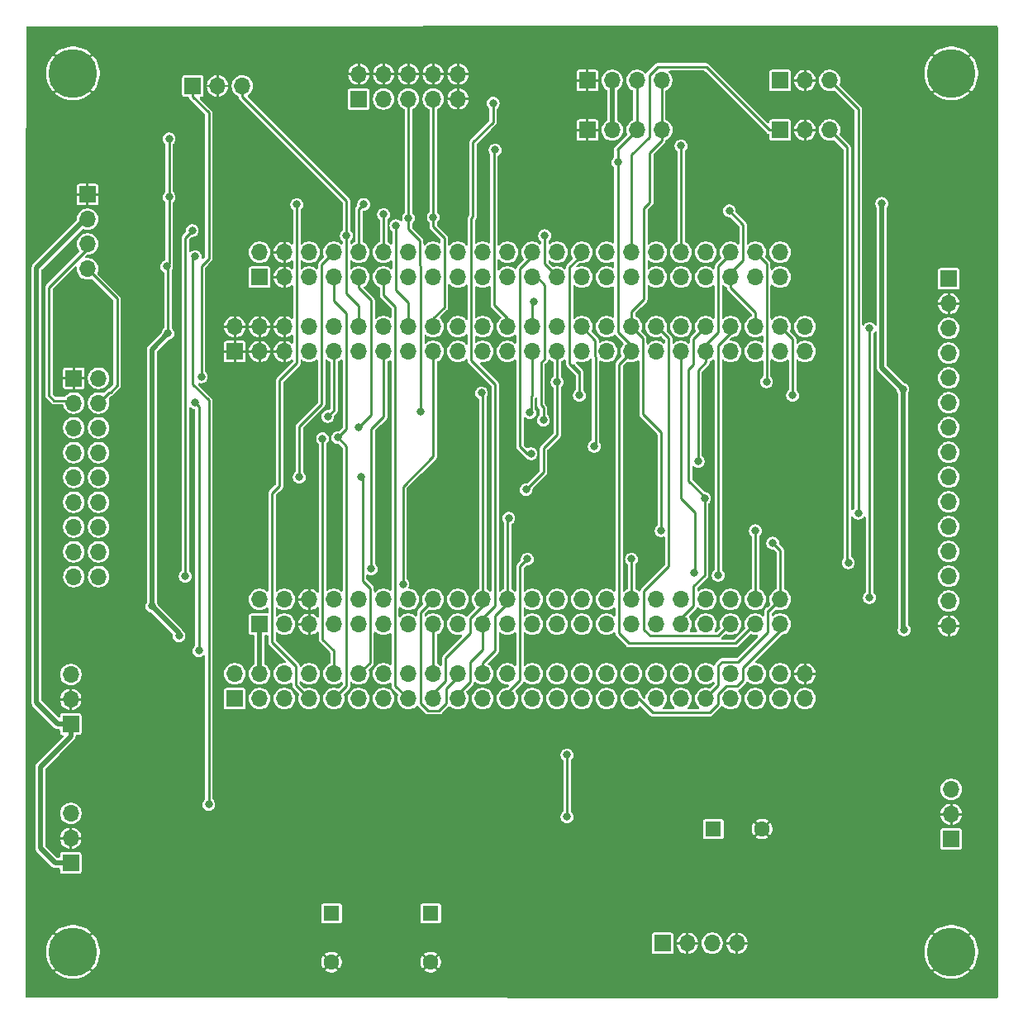
<source format=gbr>
%TF.GenerationSoftware,KiCad,Pcbnew,9.0.0*%
%TF.CreationDate,2025-04-01T14:41:05+08:00*%
%TF.ProjectId,EggClassifier,45676743-6c61-4737-9369-666965722e6b,rev?*%
%TF.SameCoordinates,Original*%
%TF.FileFunction,Copper,L2,Bot*%
%TF.FilePolarity,Positive*%
%FSLAX46Y46*%
G04 Gerber Fmt 4.6, Leading zero omitted, Abs format (unit mm)*
G04 Created by KiCad (PCBNEW 9.0.0) date 2025-04-01 14:41:05*
%MOMM*%
%LPD*%
G01*
G04 APERTURE LIST*
%TA.AperFunction,ComponentPad*%
%ADD10R,1.700000X1.700000*%
%TD*%
%TA.AperFunction,ComponentPad*%
%ADD11O,1.700000X1.700000*%
%TD*%
%TA.AperFunction,ComponentPad*%
%ADD12R,1.600000X1.600000*%
%TD*%
%TA.AperFunction,ComponentPad*%
%ADD13C,1.600000*%
%TD*%
%TA.AperFunction,ComponentPad*%
%ADD14C,5.000000*%
%TD*%
%TA.AperFunction,ViaPad*%
%ADD15C,0.800000*%
%TD*%
%TA.AperFunction,Conductor*%
%ADD16C,0.250000*%
%TD*%
%TA.AperFunction,Conductor*%
%ADD17C,0.500000*%
%TD*%
G04 APERTURE END LIST*
D10*
%TO.P,J5,1,Pin_1*%
%TO.N,VCC*%
X145425000Y-134112000D03*
D11*
%TO.P,J5,2,Pin_2*%
%TO.N,GND*%
X147965000Y-134112000D03*
%TO.P,J5,3,Pin_3*%
%TO.N,+12V*%
X150505000Y-134112000D03*
%TO.P,J5,4,Pin_4*%
%TO.N,GND*%
X153045000Y-134112000D03*
%TD*%
D12*
%TO.P,C4,1*%
%TO.N,VCC*%
X111506000Y-131036000D03*
D13*
%TO.P,C4,2*%
%TO.N,GND*%
X111506000Y-136036000D03*
%TD*%
D10*
%TO.P,J15,1,Pin_1*%
%TO.N,UART2_TX*%
X157480000Y-50800000D03*
D11*
%TO.P,J15,2,Pin_2*%
%TO.N,GND*%
X160020000Y-50800000D03*
%TO.P,J15,3,Pin_3*%
%TO.N,UART2_RX*%
X162560000Y-50800000D03*
%TD*%
D10*
%TO.P,J3,1,Pin_1*%
%TO.N,GND*%
X101600000Y-73490000D03*
D11*
%TO.P,J3,2,Pin_2*%
X101600000Y-70950000D03*
%TO.P,J3,3,Pin_3*%
X104140000Y-73490000D03*
%TO.P,J3,4,Pin_4*%
X104140000Y-70950000D03*
%TO.P,J3,5,Pin_5*%
X106680000Y-73490000D03*
%TO.P,J3,6,Pin_6*%
X106680000Y-70950000D03*
%TO.P,J3,7,Pin_7*%
%TO.N,unconnected-(J3-Pin_7-Pad7)*%
X109220000Y-73490000D03*
%TO.P,J3,8,Pin_8*%
%TO.N,unconnected-(J3-Pin_8-Pad8)*%
X109220000Y-70950000D03*
%TO.P,J3,9,Pin_9*%
%TO.N,TFT_RS*%
X111760000Y-73490000D03*
%TO.P,J3,10,Pin_10*%
%TO.N,TFT_BL*%
X111760000Y-70950000D03*
%TO.P,J3,11,Pin_11*%
%TO.N,ADC_IN1*%
X114300000Y-73490000D03*
%TO.P,J3,12,Pin_12*%
%TO.N,ADC_IN2*%
X114300000Y-70950000D03*
%TO.P,J3,13,Pin_13*%
%TO.N,SERVO_OUT1*%
X116840000Y-73490000D03*
%TO.P,J3,14,Pin_14*%
%TO.N,CAM_HS*%
X116840000Y-70950000D03*
%TO.P,J3,15,Pin_15*%
%TO.N,unconnected-(J3-Pin_15-Pad15)*%
X119380000Y-73490000D03*
%TO.P,J3,16,Pin_16*%
%TO.N,SERVO_OUT2*%
X119380000Y-70950000D03*
%TO.P,J3,17,Pin_17*%
%TO.N,PWDN*%
X121920000Y-73490000D03*
%TO.P,J3,18,Pin_18*%
%TO.N,USER_GPIO4*%
X121920000Y-70950000D03*
%TO.P,J3,19,Pin_19*%
%TO.N,unconnected-(J3-Pin_19-Pad19)*%
X124460000Y-73490000D03*
%TO.P,J3,20,Pin_20*%
%TO.N,unconnected-(J3-Pin_20-Pad20)*%
X124460000Y-70950000D03*
%TO.P,J3,21,Pin_21*%
%TO.N,unconnected-(J3-Pin_21-Pad21)*%
X127000000Y-73490000D03*
%TO.P,J3,22,Pin_22*%
%TO.N,unconnected-(J3-Pin_22-Pad22)*%
X127000000Y-70950000D03*
%TO.P,J3,23,Pin_23*%
%TO.N,unconnected-(J3-Pin_23-Pad23)*%
X129540000Y-73490000D03*
%TO.P,J3,24,Pin_24*%
%TO.N,USER_GPIO1*%
X129540000Y-70950000D03*
%TO.P,J3,25,Pin_25*%
%TO.N,USER_GPIO3*%
X132080000Y-73490000D03*
%TO.P,J3,26,Pin_26*%
%TO.N,UART2_TX*%
X132080000Y-70950000D03*
%TO.P,J3,27,Pin_27*%
%TO.N,CAM_D4*%
X134620000Y-73490000D03*
%TO.P,J3,28,Pin_28*%
%TO.N,USER_GPIO2*%
X134620000Y-70950000D03*
%TO.P,J3,29,Pin_29*%
%TO.N,TFT_INT*%
X137160000Y-73490000D03*
%TO.P,J3,30,Pin_30*%
%TO.N,CAM_D6*%
X137160000Y-70950000D03*
%TO.P,J3,31,Pin_31*%
%TO.N,unconnected-(J3-Pin_31-Pad31)*%
X139700000Y-73490000D03*
%TO.P,J3,32,Pin_32*%
%TO.N,unconnected-(J3-Pin_32-Pad32)*%
X139700000Y-70950000D03*
%TO.P,J3,33,Pin_33*%
%TO.N,I2C1_SDA*%
X142240000Y-73490000D03*
%TO.P,J3,34,Pin_34*%
%TO.N,I2C1_SCL*%
X142240000Y-70950000D03*
%TO.P,J3,35,Pin_35*%
%TO.N,unconnected-(J3-Pin_35-Pad35)*%
X144780000Y-73490000D03*
%TO.P,J3,36,Pin_36*%
%TO.N,CAM_VS*%
X144780000Y-70950000D03*
%TO.P,J3,37,Pin_37*%
%TO.N,SPI1_MOSI*%
X147320000Y-73490000D03*
%TO.P,J3,38,Pin_38*%
%TO.N,unconnected-(J3-Pin_38-Pad38)*%
X147320000Y-70950000D03*
%TO.P,J3,39,Pin_39*%
%TO.N,CAM_D7*%
X149860000Y-73490000D03*
%TO.P,J3,40,Pin_40*%
%TO.N,SPI1_SCK*%
X149860000Y-70950000D03*
%TO.P,J3,41,Pin_41*%
%TO.N,unconnected-(J3-Pin_41-Pad41)*%
X152400000Y-73490000D03*
%TO.P,J3,42,Pin_42*%
%TO.N,SPI1_MISO*%
X152400000Y-70950000D03*
%TO.P,J3,43,Pin_43*%
%TO.N,unconnected-(J3-Pin_43-Pad43)*%
X154940000Y-73490000D03*
%TO.P,J3,44,Pin_44*%
%TO.N,NRESET*%
X154940000Y-70950000D03*
%TO.P,J3,45,Pin_45*%
%TO.N,unconnected-(J3-Pin_45-Pad45)*%
X157480000Y-73490000D03*
%TO.P,J3,46,Pin_46*%
%TO.N,CAM_PCLK*%
X157480000Y-70950000D03*
%TO.P,J3,47,Pin_47*%
%TO.N,unconnected-(J3-Pin_47-Pad47)*%
X160020000Y-73490000D03*
%TO.P,J3,48,Pin_48*%
%TO.N,unconnected-(J3-Pin_48-Pad48)*%
X160020000Y-70950000D03*
%TD*%
D10*
%TO.P,J11,1,Pin_1*%
%TO.N,VCC*%
X84785200Y-125882400D03*
D11*
%TO.P,J11,2,Pin_2*%
%TO.N,GND*%
X84785200Y-123342400D03*
%TO.P,J11,3,Pin_3*%
%TO.N,Net-(J11-Pin_3)*%
X84785200Y-120802400D03*
%TD*%
D14*
%TO.P,H2,1*%
%TO.N,GND*%
X85000000Y-135000000D03*
%TD*%
%TO.P,H4,1*%
%TO.N,GND*%
X175000000Y-45000000D03*
%TD*%
D10*
%TO.P,J10,1,Pin_1*%
%TO.N,GND*%
X137718800Y-45720000D03*
D11*
%TO.P,J10,2,Pin_2*%
%TO.N,VCC*%
X140258800Y-45720000D03*
%TO.P,J10,3,Pin_3*%
%TO.N,I2C1_SDA*%
X142798800Y-45720000D03*
%TO.P,J10,4,Pin_4*%
%TO.N,I2C1_SCL*%
X145338800Y-45720000D03*
%TD*%
D10*
%TO.P,J17,1,Pin_1*%
%TO.N,VCC*%
X174752000Y-66040000D03*
D11*
%TO.P,J17,2,Pin_2*%
%TO.N,GND*%
X174752000Y-68580000D03*
%TO.P,J17,3,Pin_3*%
%TO.N,SPI2_NCS*%
X174752000Y-71120000D03*
%TO.P,J17,4,Pin_4*%
%TO.N,Net-(J17-Pin_4)*%
X174752000Y-73660000D03*
%TO.P,J17,5,Pin_5*%
%TO.N,TFT_RS*%
X174752000Y-76200000D03*
%TO.P,J17,6,Pin_6*%
%TO.N,SPI2_MOSI*%
X174752000Y-78740000D03*
%TO.P,J17,7,Pin_7*%
%TO.N,SPI2_SCK*%
X174752000Y-81280000D03*
%TO.P,J17,8,Pin_8*%
%TO.N,TFT_BL*%
X174752000Y-83820000D03*
%TO.P,J17,9,Pin_9*%
%TO.N,SPI2_MISO*%
X174752000Y-86360000D03*
%TO.P,J17,10,Pin_10*%
%TO.N,SPI1_SCK*%
X174752000Y-88900000D03*
%TO.P,J17,11,Pin_11*%
%TO.N,SPI1_NCS*%
X174752000Y-91440000D03*
%TO.P,J17,12,Pin_12*%
%TO.N,SPI1_MOSI*%
X174752000Y-93980000D03*
%TO.P,J17,13,Pin_13*%
%TO.N,SPI1_MISO*%
X174752000Y-96520000D03*
%TO.P,J17,14,Pin_14*%
%TO.N,TFT_INT*%
X174752000Y-99060000D03*
%TO.P,J17,15,Pin_15*%
%TO.N,GND*%
X174752000Y-101600000D03*
%TD*%
D10*
%TO.P,J9,1,Pin_1*%
%TO.N,ADC_IN1*%
X97297000Y-46278800D03*
D11*
%TO.P,J9,2,Pin_2*%
%TO.N,GND*%
X99837000Y-46278800D03*
%TO.P,J9,3,Pin_3*%
%TO.N,ADC_IN2*%
X102377000Y-46278800D03*
%TD*%
D12*
%TO.P,C3,1*%
%TO.N,VCC*%
X121666000Y-131036000D03*
D13*
%TO.P,C3,2*%
%TO.N,GND*%
X121666000Y-136036000D03*
%TD*%
D10*
%TO.P,J4,1,Pin_1*%
%TO.N,+5V*%
X104140000Y-101430000D03*
D11*
%TO.P,J4,2,Pin_2*%
X104140000Y-98890000D03*
%TO.P,J4,3,Pin_3*%
%TO.N,+3.3V*%
X106680000Y-101430000D03*
%TO.P,J4,4,Pin_4*%
X106680000Y-98890000D03*
%TO.P,J4,5,Pin_5*%
%TO.N,GND*%
X109220000Y-101430000D03*
%TO.P,J4,6,Pin_6*%
X109220000Y-98890000D03*
%TO.P,J4,7,Pin_7*%
%TO.N,unconnected-(J4-Pin_7-Pad7)*%
X111760000Y-101430000D03*
%TO.P,J4,8,Pin_8*%
%TO.N,unconnected-(J4-Pin_8-Pad8)*%
X111760000Y-98890000D03*
%TO.P,J4,9,Pin_9*%
%TO.N,unconnected-(J4-Pin_9-Pad9)*%
X114300000Y-101430000D03*
%TO.P,J4,10,Pin_10*%
%TO.N,unconnected-(J4-Pin_10-Pad10)*%
X114300000Y-98890000D03*
%TO.P,J4,11,Pin_11*%
%TO.N,unconnected-(J4-Pin_11-Pad11)*%
X116840000Y-101430000D03*
%TO.P,J4,12,Pin_12*%
%TO.N,unconnected-(J4-Pin_12-Pad12)*%
X116840000Y-98890000D03*
%TO.P,J4,13,Pin_13*%
%TO.N,unconnected-(J4-Pin_13-Pad13)*%
X119380000Y-101430000D03*
%TO.P,J4,14,Pin_14*%
%TO.N,unconnected-(J4-Pin_14-Pad14)*%
X119380000Y-98890000D03*
%TO.P,J4,15,Pin_15*%
%TO.N,CAM_D1*%
X121920000Y-101430000D03*
%TO.P,J4,16,Pin_16*%
%TO.N,CAM_D0*%
X121920000Y-98890000D03*
%TO.P,J4,17,Pin_17*%
%TO.N,unconnected-(J4-Pin_17-Pad17)*%
X124460000Y-101430000D03*
%TO.P,J4,18,Pin_18*%
%TO.N,FAN_OUT*%
X124460000Y-98890000D03*
%TO.P,J4,19,Pin_19*%
%TO.N,UART1_TX*%
X127000000Y-101430000D03*
%TO.P,J4,20,Pin_20*%
%TO.N,CAM_MCLK*%
X127000000Y-98890000D03*
%TO.P,J4,21,Pin_21*%
%TO.N,unconnected-(J4-Pin_21-Pad21)*%
X129540000Y-101430000D03*
%TO.P,J4,22,Pin_22*%
%TO.N,UART1_RX*%
X129540000Y-98890000D03*
%TO.P,J4,23,Pin_23*%
%TO.N,SPI1_NCS*%
X132080000Y-101430000D03*
%TO.P,J4,24,Pin_24*%
%TO.N,unconnected-(J4-Pin_24-Pad24)*%
X132080000Y-98890000D03*
%TO.P,J4,25,Pin_25*%
%TO.N,unconnected-(J4-Pin_25-Pad25)*%
X134620000Y-101430000D03*
%TO.P,J4,26,Pin_26*%
%TO.N,unconnected-(J4-Pin_26-Pad26)*%
X134620000Y-98890000D03*
%TO.P,J4,27,Pin_27*%
%TO.N,unconnected-(J4-Pin_27-Pad27)*%
X137160000Y-101430000D03*
%TO.P,J4,28,Pin_28*%
%TO.N,unconnected-(J4-Pin_28-Pad28)*%
X137160000Y-98890000D03*
%TO.P,J4,29,Pin_29*%
%TO.N,unconnected-(J4-Pin_29-Pad29)*%
X139700000Y-101430000D03*
%TO.P,J4,30,Pin_30*%
%TO.N,unconnected-(J4-Pin_30-Pad30)*%
X139700000Y-98890000D03*
%TO.P,J4,31,Pin_31*%
%TO.N,unconnected-(J4-Pin_31-Pad31)*%
X142240000Y-101430000D03*
%TO.P,J4,32,Pin_32*%
%TO.N,CAM_D5*%
X142240000Y-98890000D03*
%TO.P,J4,33,Pin_33*%
%TO.N,UART2_RX*%
X144780000Y-101430000D03*
%TO.P,J4,34,Pin_34*%
%TO.N,unconnected-(J4-Pin_34-Pad34)*%
X144780000Y-98890000D03*
%TO.P,J4,35,Pin_35*%
%TO.N,SPI1_SCK*%
X147320000Y-101430000D03*
%TO.P,J4,36,Pin_36*%
%TO.N,unconnected-(J4-Pin_36-Pad36)*%
X147320000Y-98890000D03*
%TO.P,J4,37,Pin_37*%
%TO.N,SPI1_MOSI*%
X149860000Y-101430000D03*
%TO.P,J4,38,Pin_38*%
%TO.N,SPI1_MISO*%
X149860000Y-98890000D03*
%TO.P,J4,39,Pin_39*%
%TO.N,CAM_VS*%
X152400000Y-101430000D03*
%TO.P,J4,40,Pin_40*%
%TO.N,unconnected-(J4-Pin_40-Pad40)*%
X152400000Y-98890000D03*
%TO.P,J4,41,Pin_41*%
%TO.N,I2C1_SDA*%
X154940000Y-101430000D03*
%TO.P,J4,42,Pin_42*%
%TO.N,I2C1_SCL*%
X154940000Y-98890000D03*
%TO.P,J4,43,Pin_43*%
%TO.N,CAM_D3*%
X157480000Y-101430000D03*
%TO.P,J4,44,Pin_44*%
%TO.N,CAM_D2*%
X157480000Y-98890000D03*
%TD*%
D14*
%TO.P,H1,1*%
%TO.N,GND*%
X85000000Y-45000000D03*
%TD*%
%TO.P,H3,1*%
%TO.N,GND*%
X175000000Y-135000000D03*
%TD*%
D10*
%TO.P,J1,1,Pin_1*%
%TO.N,+3.3V*%
X101600000Y-109050000D03*
D11*
%TO.P,J1,2,Pin_2*%
X101600000Y-106510000D03*
%TO.P,J1,3,Pin_3*%
%TO.N,+5V*%
X104140000Y-109050000D03*
%TO.P,J1,4,Pin_4*%
X104140000Y-106510000D03*
%TO.P,J1,5,Pin_5*%
%TO.N,unconnected-(J1-Pin_5-Pad5)*%
X106680000Y-109050000D03*
%TO.P,J1,6,Pin_6*%
%TO.N,unconnected-(J1-Pin_6-Pad6)*%
X106680000Y-106510000D03*
%TO.P,J1,7,Pin_7*%
%TO.N,SPI2_NCS*%
X109220000Y-109050000D03*
%TO.P,J1,8,Pin_8*%
%TO.N,unconnected-(J1-Pin_8-Pad8)*%
X109220000Y-106510000D03*
%TO.P,J1,9,Pin_9*%
%TO.N,SPI2_MOSI*%
X111760000Y-109050000D03*
%TO.P,J1,10,Pin_10*%
%TO.N,SPI2_SCK*%
X111760000Y-106510000D03*
%TO.P,J1,11,Pin_11*%
%TO.N,unconnected-(J1-Pin_11-Pad11)*%
X114300000Y-109050000D03*
%TO.P,J1,12,Pin_12*%
%TO.N,SPI2_MISO*%
X114300000Y-106510000D03*
%TO.P,J1,13,Pin_13*%
%TO.N,unconnected-(J1-Pin_13-Pad13)*%
X116840000Y-109050000D03*
%TO.P,J1,14,Pin_14*%
%TO.N,unconnected-(J1-Pin_14-Pad14)*%
X116840000Y-106510000D03*
%TO.P,J1,15,Pin_15*%
%TO.N,I2C2_SDA*%
X119380000Y-109050000D03*
%TO.P,J1,16,Pin_16*%
%TO.N,I2C2_SCL*%
X119380000Y-106510000D03*
%TO.P,J1,17,Pin_17*%
%TO.N,CAM_MCLK*%
X121920000Y-109050000D03*
%TO.P,J1,18,Pin_18*%
%TO.N,CAM_D1*%
X121920000Y-106510000D03*
%TO.P,J1,19,Pin_19*%
%TO.N,UART1_TX*%
X124460000Y-109050000D03*
%TO.P,J1,20,Pin_20*%
%TO.N,CAM_D0*%
X124460000Y-106510000D03*
%TO.P,J1,21,Pin_21*%
%TO.N,unconnected-(J1-Pin_21-Pad21)*%
X127000000Y-109050000D03*
%TO.P,J1,22,Pin_22*%
%TO.N,UART1_RX*%
X127000000Y-106510000D03*
%TO.P,J1,23,Pin_23*%
%TO.N,CAM_D5*%
X129540000Y-109050000D03*
%TO.P,J1,24,Pin_24*%
%TO.N,unconnected-(J1-Pin_24-Pad24)*%
X129540000Y-106510000D03*
%TO.P,J1,25,Pin_25*%
%TO.N,unconnected-(J1-Pin_25-Pad25)*%
X132080000Y-109050000D03*
%TO.P,J1,26,Pin_26*%
%TO.N,unconnected-(J1-Pin_26-Pad26)*%
X132080000Y-106510000D03*
%TO.P,J1,27,Pin_27*%
%TO.N,unconnected-(J1-Pin_27-Pad27)*%
X134620000Y-109050000D03*
%TO.P,J1,28,Pin_28*%
%TO.N,SPI1_NCS*%
X134620000Y-106510000D03*
%TO.P,J1,29,Pin_29*%
%TO.N,unconnected-(J1-Pin_29-Pad29)*%
X137160000Y-109050000D03*
%TO.P,J1,30,Pin_30*%
%TO.N,UART2_RX*%
X137160000Y-106510000D03*
%TO.P,J1,31,Pin_31*%
%TO.N,unconnected-(J1-Pin_31-Pad31)*%
X139700000Y-109050000D03*
%TO.P,J1,32,Pin_32*%
%TO.N,unconnected-(J1-Pin_32-Pad32)*%
X139700000Y-106510000D03*
%TO.P,J1,33,Pin_33*%
%TO.N,CAM_D3*%
X142240000Y-109050000D03*
%TO.P,J1,34,Pin_34*%
%TO.N,unconnected-(J1-Pin_34-Pad34)*%
X142240000Y-106510000D03*
%TO.P,J1,35,Pin_35*%
%TO.N,unconnected-(J1-Pin_35-Pad35)*%
X144780000Y-109050000D03*
%TO.P,J1,36,Pin_36*%
%TO.N,unconnected-(J1-Pin_36-Pad36)*%
X144780000Y-106510000D03*
%TO.P,J1,37,Pin_37*%
%TO.N,unconnected-(J1-Pin_37-Pad37)*%
X147320000Y-109050000D03*
%TO.P,J1,38,Pin_38*%
%TO.N,unconnected-(J1-Pin_38-Pad38)*%
X147320000Y-106510000D03*
%TO.P,J1,39,Pin_39*%
%TO.N,CAM_D2*%
X149860000Y-109050000D03*
%TO.P,J1,40,Pin_40*%
%TO.N,unconnected-(J1-Pin_40-Pad40)*%
X149860000Y-106510000D03*
%TO.P,J1,41,Pin_41*%
%TO.N,unconnected-(J1-Pin_41-Pad41)*%
X152400000Y-109050000D03*
%TO.P,J1,42,Pin_42*%
%TO.N,unconnected-(J1-Pin_42-Pad42)*%
X152400000Y-106510000D03*
%TO.P,J1,43,Pin_43*%
%TO.N,unconnected-(J1-Pin_43-Pad43)*%
X154940000Y-109050000D03*
%TO.P,J1,44,Pin_44*%
%TO.N,unconnected-(J1-Pin_44-Pad44)*%
X154940000Y-106510000D03*
%TO.P,J1,45,Pin_45*%
%TO.N,unconnected-(J1-Pin_45-Pad45)*%
X157480000Y-109050000D03*
%TO.P,J1,46,Pin_46*%
%TO.N,FAN_OUT*%
X157480000Y-106510000D03*
%TO.P,J1,47,Pin_47*%
%TO.N,unconnected-(J1-Pin_47-Pad47)*%
X160020000Y-109050000D03*
%TO.P,J1,48,Pin_48*%
%TO.N,GND*%
X160020000Y-106510000D03*
%TD*%
D10*
%TO.P,J14,1,Pin_1*%
%TO.N,Net-(D3-K)*%
X175006000Y-123429000D03*
D11*
%TO.P,J14,2,Pin_2*%
%TO.N,GND*%
X175006000Y-120889000D03*
%TO.P,J14,3,Pin_3*%
%TO.N,Net-(D4-A)*%
X175006000Y-118349000D03*
%TD*%
D12*
%TO.P,C1,1*%
%TO.N,+12V*%
X150622000Y-122400000D03*
D13*
%TO.P,C1,2*%
%TO.N,GND*%
X155622000Y-122400000D03*
%TD*%
D10*
%TO.P,J12,1,Pin_1*%
%TO.N,GND*%
X137728800Y-50800000D03*
D11*
%TO.P,J12,2,Pin_2*%
%TO.N,VCC*%
X140268800Y-50800000D03*
%TO.P,J12,3,Pin_3*%
%TO.N,I2C1_SDA*%
X142808800Y-50800000D03*
%TO.P,J12,4,Pin_4*%
%TO.N,I2C1_SCL*%
X145348800Y-50800000D03*
%TD*%
D10*
%TO.P,J16,1,Pin_1*%
%TO.N,GND*%
X86503000Y-57404000D03*
D11*
%TO.P,J16,2,Pin_2*%
%TO.N,VCC*%
X86503000Y-59944000D03*
%TO.P,J16,3,Pin_3*%
%TO.N,I2C2_SDA*%
X86503000Y-62484000D03*
%TO.P,J16,4,Pin_4*%
%TO.N,I2C2_SCL*%
X86503000Y-65024000D03*
%TD*%
D10*
%TO.P,J2,1,Pin_1*%
%TO.N,+3.3V*%
X104140000Y-65870000D03*
D11*
%TO.P,J2,2,Pin_2*%
X104140000Y-63330000D03*
%TO.P,J2,3,Pin_3*%
%TO.N,GND*%
X106680000Y-65870000D03*
%TO.P,J2,4,Pin_4*%
X106680000Y-63330000D03*
%TO.P,J2,5,Pin_5*%
%TO.N,unconnected-(J2-Pin_5-Pad5)*%
X109220000Y-65870000D03*
%TO.P,J2,6,Pin_6*%
%TO.N,unconnected-(J2-Pin_6-Pad6)*%
X109220000Y-63330000D03*
%TO.P,J2,7,Pin_7*%
%TO.N,SPI2_MOSI*%
X111760000Y-65870000D03*
%TO.P,J2,8,Pin_8*%
%TO.N,SPI2_MISO*%
X111760000Y-63330000D03*
%TO.P,J2,9,Pin_9*%
%TO.N,SPI2_SCK*%
X114300000Y-65870000D03*
%TO.P,J2,10,Pin_10*%
%TO.N,SPI2_NCS*%
X114300000Y-63330000D03*
%TO.P,J2,11,Pin_11*%
%TO.N,I2C2_SDA*%
X116840000Y-65870000D03*
%TO.P,J2,12,Pin_12*%
%TO.N,I2C2_SCL*%
X116840000Y-63330000D03*
%TO.P,J2,13,Pin_13*%
%TO.N,unconnected-(J2-Pin_13-Pad13)*%
X119380000Y-65870000D03*
%TO.P,J2,14,Pin_14*%
%TO.N,unconnected-(J2-Pin_14-Pad14)*%
X119380000Y-63330000D03*
%TO.P,J2,15,Pin_15*%
%TO.N,unconnected-(J2-Pin_15-Pad15)*%
X121920000Y-65870000D03*
%TO.P,J2,16,Pin_16*%
%TO.N,unconnected-(J2-Pin_16-Pad16)*%
X121920000Y-63330000D03*
%TO.P,J2,17,Pin_17*%
%TO.N,unconnected-(J2-Pin_17-Pad17)*%
X124460000Y-65870000D03*
%TO.P,J2,18,Pin_18*%
%TO.N,unconnected-(J2-Pin_18-Pad18)*%
X124460000Y-63330000D03*
%TO.P,J2,19,Pin_19*%
%TO.N,unconnected-(J2-Pin_19-Pad19)*%
X127000000Y-65870000D03*
%TO.P,J2,20,Pin_20*%
%TO.N,unconnected-(J2-Pin_20-Pad20)*%
X127000000Y-63330000D03*
%TO.P,J2,21,Pin_21*%
%TO.N,unconnected-(J2-Pin_21-Pad21)*%
X129540000Y-65870000D03*
%TO.P,J2,22,Pin_22*%
%TO.N,unconnected-(J2-Pin_22-Pad22)*%
X129540000Y-63330000D03*
%TO.P,J2,23,Pin_23*%
%TO.N,TFT_RS*%
X132080000Y-65870000D03*
%TO.P,J2,24,Pin_24*%
%TO.N,TFT_BL*%
X132080000Y-63330000D03*
%TO.P,J2,25,Pin_25*%
%TO.N,ADC_IN2*%
X134620000Y-65870000D03*
%TO.P,J2,26,Pin_26*%
%TO.N,ADC_IN1*%
X134620000Y-63330000D03*
%TO.P,J2,27,Pin_27*%
%TO.N,PWDN*%
X137160000Y-65870000D03*
%TO.P,J2,28,Pin_28*%
%TO.N,CAM_PCLK*%
X137160000Y-63330000D03*
%TO.P,J2,29,Pin_29*%
%TO.N,SERVO_OUT1*%
X139700000Y-65870000D03*
%TO.P,J2,30,Pin_30*%
%TO.N,CAM_HS*%
X139700000Y-63330000D03*
%TO.P,J2,31,Pin_31*%
%TO.N,SERVO_OUT2*%
X142240000Y-65870000D03*
%TO.P,J2,32,Pin_32*%
%TO.N,UART2_TX*%
X142240000Y-63330000D03*
%TO.P,J2,33,Pin_33*%
%TO.N,unconnected-(J2-Pin_33-Pad33)*%
X144780000Y-65870000D03*
%TO.P,J2,34,Pin_34*%
%TO.N,USER_GPIO4*%
X144780000Y-63330000D03*
%TO.P,J2,35,Pin_35*%
%TO.N,USER_GPIO3*%
X147320000Y-65870000D03*
%TO.P,J2,36,Pin_36*%
%TO.N,USER_GPIO2*%
X147320000Y-63330000D03*
%TO.P,J2,37,Pin_37*%
%TO.N,USER_GPIO1*%
X149860000Y-65870000D03*
%TO.P,J2,38,Pin_38*%
%TO.N,unconnected-(J2-Pin_38-Pad38)*%
X149860000Y-63330000D03*
%TO.P,J2,39,Pin_39*%
%TO.N,NRESET*%
X152400000Y-65870000D03*
%TO.P,J2,40,Pin_40*%
%TO.N,CAM_D7*%
X152400000Y-63330000D03*
%TO.P,J2,41,Pin_41*%
%TO.N,CAM_D6*%
X154940000Y-65870000D03*
%TO.P,J2,42,Pin_42*%
%TO.N,CAM_D4*%
X154940000Y-63330000D03*
%TO.P,J2,43,Pin_43*%
%TO.N,TFT_INT*%
X157480000Y-65870000D03*
%TO.P,J2,44,Pin_44*%
%TO.N,unconnected-(J2-Pin_44-Pad44)*%
X157480000Y-63330000D03*
%TD*%
D10*
%TO.P,J13,1,Pin_1*%
%TO.N,UART1_TX*%
X157480000Y-45720000D03*
D11*
%TO.P,J13,2,Pin_2*%
%TO.N,GND*%
X160020000Y-45720000D03*
%TO.P,J13,3,Pin_3*%
%TO.N,UART1_RX*%
X162560000Y-45720000D03*
%TD*%
D10*
%TO.P,J7,1,Pin_1*%
%TO.N,USER_GPIO1*%
X114305000Y-47604600D03*
D11*
%TO.P,J7,2,Pin_2*%
%TO.N,GND*%
X114305000Y-45064600D03*
%TO.P,J7,3,Pin_3*%
%TO.N,USER_GPIO2*%
X116845000Y-47604600D03*
%TO.P,J7,4,Pin_4*%
%TO.N,GND*%
X116845000Y-45064600D03*
%TO.P,J7,5,Pin_5*%
%TO.N,USER_GPIO3*%
X119385000Y-47604600D03*
%TO.P,J7,6,Pin_6*%
%TO.N,GND*%
X119385000Y-45064600D03*
%TO.P,J7,7,Pin_7*%
%TO.N,USER_GPIO4*%
X121925000Y-47604600D03*
%TO.P,J7,8,Pin_8*%
%TO.N,GND*%
X121925000Y-45064600D03*
%TO.P,J7,9,Pin_9*%
X124465000Y-47604600D03*
%TO.P,J7,10,Pin_10*%
X124465000Y-45064600D03*
%TD*%
D10*
%TO.P,J8,1,Pin_1*%
%TO.N,VCC*%
X84785200Y-111658400D03*
D11*
%TO.P,J8,2,Pin_2*%
%TO.N,GND*%
X84785200Y-109118400D03*
%TO.P,J8,3,Pin_3*%
%TO.N,Net-(J8-Pin_3)*%
X84785200Y-106578400D03*
%TD*%
D10*
%TO.P,J6,1,Pin_1*%
%TO.N,GND*%
X85110000Y-76210000D03*
D11*
%TO.P,J6,2,Pin_2*%
%TO.N,+3.3V*%
X87650000Y-76210000D03*
%TO.P,J6,3,Pin_3*%
%TO.N,I2C2_SDA*%
X85110000Y-78750000D03*
%TO.P,J6,4,Pin_4*%
%TO.N,I2C2_SCL*%
X87650000Y-78750000D03*
%TO.P,J6,5,Pin_5*%
%TO.N,CAM_HS*%
X85110000Y-81290000D03*
%TO.P,J6,6,Pin_6*%
%TO.N,CAM_VS*%
X87650000Y-81290000D03*
%TO.P,J6,7,Pin_7*%
%TO.N,CAM_MCLK*%
X85110000Y-83830000D03*
%TO.P,J6,8,Pin_8*%
%TO.N,CAM_PCLK*%
X87650000Y-83830000D03*
%TO.P,J6,9,Pin_9*%
%TO.N,CAM_D6*%
X85110000Y-86370000D03*
%TO.P,J6,10,Pin_10*%
%TO.N,CAM_D7*%
X87650000Y-86370000D03*
%TO.P,J6,11,Pin_11*%
%TO.N,CAM_D4*%
X85110000Y-88910000D03*
%TO.P,J6,12,Pin_12*%
%TO.N,CAM_D5*%
X87650000Y-88910000D03*
%TO.P,J6,13,Pin_13*%
%TO.N,CAM_D2*%
X85110000Y-91450000D03*
%TO.P,J6,14,Pin_14*%
%TO.N,CAM_D3*%
X87650000Y-91450000D03*
%TO.P,J6,15,Pin_15*%
%TO.N,CAM_D0*%
X85110000Y-93990000D03*
%TO.P,J6,16,Pin_16*%
%TO.N,CAM_D1*%
X87650000Y-93990000D03*
%TO.P,J6,17,Pin_17*%
%TO.N,PWDN*%
X85110000Y-96530000D03*
%TO.P,J6,18,Pin_18*%
%TO.N,NRESET*%
X87650000Y-96530000D03*
%TD*%
D15*
%TO.N,CAM_D4*%
X134620000Y-76581000D03*
X156083000Y-76581000D03*
%TO.N,CAM_MCLK*%
X126873000Y-77724000D03*
%TO.N,CAM_D4*%
X131445000Y-87630000D03*
%TO.N,CAM_D5*%
X142240000Y-94742000D03*
%TO.N,CAM_D2*%
X156718000Y-93091000D03*
%TO.N,GND*%
X130457000Y-122400000D03*
%TO.N,+3.3V*%
X167894000Y-58293000D03*
X170053000Y-77343000D03*
X170180000Y-101981000D03*
%TO.N,TFT_INT*%
X166624000Y-98679000D03*
%TO.N,I2C1_SCL*%
X154940000Y-91821000D03*
X145275000Y-91821000D03*
%TO.N,CAM_PCLK*%
X158750000Y-77978000D03*
%TO.N,SPI2_NCS*%
X107950000Y-58420000D03*
%TO.N,SPI2_SCK*%
X110584000Y-82390000D03*
%TO.N,SPI2_MISO*%
X114554000Y-86360000D03*
%TO.N,Net-(U1-BOOST)*%
X135636000Y-121158000D03*
X135636000Y-114808000D03*
%TO.N,GND*%
X92521200Y-127044000D03*
X153670000Y-85217000D03*
X106680000Y-125476000D03*
X143606000Y-115824000D03*
X84180500Y-71414900D03*
X104902000Y-85598000D03*
X133731000Y-136462000D03*
X158905000Y-134112000D03*
X128397000Y-114935000D03*
X134874000Y-85471000D03*
X101600000Y-77343000D03*
X91440000Y-104521000D03*
X159385000Y-85217000D03*
X91313000Y-76962000D03*
X169060000Y-67778900D03*
X107061000Y-122757000D03*
X93980600Y-127830000D03*
X92143900Y-117652000D03*
X125095000Y-85598000D03*
X113030000Y-128270000D03*
X158075000Y-122757000D03*
X116840000Y-85471000D03*
X143891000Y-85471000D03*
%TO.N,+3.3V*%
X93091000Y-99568000D03*
X94869000Y-51689000D03*
X94615000Y-64770000D03*
X94869000Y-57658000D03*
X95885000Y-102616000D03*
X94742000Y-71628000D03*
%TO.N,UART2_RX*%
X164465000Y-95123000D03*
%TO.N,UART1_RX*%
X129667000Y-90551000D03*
X165481000Y-90043000D03*
%TO.N,CAM_D5*%
X131572000Y-94742000D03*
%TO.N,UART1_TX*%
X128074000Y-48036300D03*
%TO.N,I2C2_SCL*%
X97536000Y-78740000D03*
X116840000Y-59436000D03*
X97917000Y-104140000D03*
%TO.N,UART2_TX*%
X132264000Y-68385900D03*
%TO.N,USER_GPIO3*%
X119385000Y-59804000D03*
X131826000Y-79743000D03*
X120650000Y-79629000D03*
%TO.N,SPI1_MISO*%
X151130000Y-96393000D03*
%TO.N,SERVO_OUT2*%
X118110000Y-60579000D03*
X98933000Y-119888000D03*
X97536000Y-63754000D03*
%TO.N,USER_GPIO4*%
X121925000Y-59703000D03*
%TO.N,TFT_INT*%
X166624000Y-71120000D03*
%TO.N,NRESET*%
X96520000Y-96500000D03*
X97241000Y-61095000D03*
X152265365Y-59062635D03*
%TO.N,TFT_RS*%
X133223000Y-80505000D03*
X111125000Y-80137000D03*
%TO.N,CAM_PCLK*%
X136906000Y-77978000D03*
%TO.N,ADC_IN2*%
X113030000Y-61595000D03*
X133350000Y-61595000D03*
%TO.N,USER_GPIO1*%
X128270000Y-52832000D03*
%TO.N,CAM_D7*%
X149078000Y-84735000D03*
%TO.N,PWDN*%
X118822000Y-97324100D03*
%TO.N,ADC_IN1*%
X98171000Y-76073000D03*
%TO.N,SPI1_MOSI*%
X148684000Y-96139000D03*
%TO.N,CAM_D6*%
X138430000Y-83185000D03*
%TO.N,USER_GPIO2*%
X147320000Y-52410600D03*
%TO.N,I2C1_SDA*%
X140843000Y-54102000D03*
%TO.N,SERVO_OUT1*%
X115570000Y-95758000D03*
%TO.N,SPI1_SCK*%
X149733000Y-88519000D03*
%TO.N,TFT_BL*%
X131953000Y-83960000D03*
%TO.N,SPI2_SCK*%
X114300000Y-81280000D03*
%TO.N,SPI2_MOSI*%
X112141000Y-82296000D03*
%TO.N,SPI2_MISO*%
X108204000Y-86360000D03*
%TO.N,SPI2_NCS*%
X114808000Y-58401100D03*
%TD*%
D16*
%TO.N,CAM_D4*%
X134620000Y-82001285D02*
X134620000Y-76581000D01*
X156116000Y-64506000D02*
X156116000Y-76548000D01*
X156116000Y-76548000D02*
X156083000Y-76581000D01*
X154940000Y-63330000D02*
X156116000Y-64506000D01*
%TO.N,CAM_MCLK*%
X127000000Y-77851000D02*
X127000000Y-98890000D01*
X126873000Y-77724000D02*
X127000000Y-77851000D01*
%TO.N,CAM_D4*%
X134620000Y-76581000D02*
X134620000Y-73490000D01*
X133223000Y-83398285D02*
X134620000Y-82001285D01*
X133223000Y-85852000D02*
X133223000Y-83398285D01*
X131445000Y-87630000D02*
X133223000Y-85852000D01*
%TO.N,CAM_D5*%
X142240000Y-98890000D02*
X142240000Y-94742000D01*
%TO.N,CAM_D2*%
X157480000Y-93853000D02*
X157480000Y-98890000D01*
X156718000Y-93091000D02*
X157480000Y-93853000D01*
%TO.N,UART2_RX*%
X164338000Y-94996000D02*
X164338000Y-52578000D01*
X164465000Y-95123000D02*
X164338000Y-94996000D01*
X164338000Y-52578000D02*
X162560000Y-50800000D01*
%TO.N,SPI1_MOSI*%
X148760000Y-96063000D02*
X148760000Y-89959000D01*
X148760000Y-89959000D02*
X147320000Y-88519000D01*
X147320000Y-88519000D02*
X147320000Y-73490000D01*
X148684000Y-96139000D02*
X148760000Y-96063000D01*
%TO.N,CAM_D5*%
X130810000Y-107188000D02*
X129540000Y-108458000D01*
X131572000Y-94742000D02*
X130810000Y-95503999D01*
X130810000Y-95503999D02*
X130810000Y-107188000D01*
%TO.N,TFT_RS*%
X111760000Y-79502000D02*
X111760000Y-73490000D01*
X111125000Y-80137000D02*
X111760000Y-79502000D01*
D17*
%TO.N,+3.3V*%
X167894000Y-75184000D02*
X170053000Y-77343000D01*
X167894000Y-58293000D02*
X167894000Y-75184000D01*
D16*
%TO.N,TFT_INT*%
X166624000Y-98679000D02*
X166624000Y-71120000D01*
%TO.N,UART1_RX*%
X165481000Y-48641000D02*
X162560000Y-45720000D01*
X165481000Y-90043000D02*
X165481000Y-48641000D01*
D17*
%TO.N,+3.3V*%
X170053000Y-101854000D02*
X170180000Y-101981000D01*
X170053000Y-77343000D02*
X170053000Y-101854000D01*
D16*
%TO.N,SPI2_NCS*%
X107856000Y-107686000D02*
X109220000Y-109050000D01*
X105410000Y-88011000D02*
X105410000Y-103251000D01*
X105410000Y-103251000D02*
X107856000Y-105697000D01*
X107950000Y-74676000D02*
X106172000Y-76454000D01*
X106172000Y-87249000D02*
X105410000Y-88011000D01*
X107950000Y-58420000D02*
X107950000Y-74676000D01*
X106172000Y-76454000D02*
X106172000Y-87249000D01*
X107856000Y-105697000D02*
X107856000Y-107686000D01*
%TO.N,SPI2_SCK*%
X111760000Y-104140000D02*
X111760000Y-106510000D01*
X110584000Y-102964000D02*
X111760000Y-104140000D01*
X110584000Y-82390000D02*
X110584000Y-102964000D01*
%TO.N,ADC_IN1*%
X98933000Y-63291570D02*
X98933000Y-49014800D01*
X98947000Y-63305570D02*
X98933000Y-63291570D01*
X98947000Y-63948430D02*
X98947000Y-63305570D01*
X97297000Y-47378800D02*
X97297000Y-46278800D01*
X98171000Y-76073000D02*
X98171000Y-64724430D01*
X98171000Y-64724430D02*
X98947000Y-63948430D01*
X98933000Y-49014800D02*
X97297000Y-47378800D01*
%TO.N,SERVO_OUT2*%
X98933000Y-78486000D02*
X98933000Y-119888000D01*
X97282000Y-76835000D02*
X98933000Y-78486000D01*
X97282000Y-64008000D02*
X97282000Y-76835000D01*
X97536000Y-63754000D02*
X97282000Y-64008000D01*
%TO.N,NRESET*%
X96520000Y-61816000D02*
X97241000Y-61095000D01*
X96520000Y-96500000D02*
X96520000Y-61816000D01*
%TO.N,ADC_IN2*%
X102377000Y-47378800D02*
X102377000Y-46278800D01*
X113030000Y-58031800D02*
X102377000Y-47378800D01*
X113030000Y-61595000D02*
X113030000Y-58031800D01*
X114300000Y-68834000D02*
X114300000Y-70950000D01*
X113030000Y-67564000D02*
X114300000Y-68834000D01*
X113030000Y-61595000D02*
X113030000Y-67564000D01*
%TO.N,SPI2_MISO*%
X110490000Y-78867000D02*
X108204000Y-81153000D01*
X110490000Y-64600000D02*
X110490000Y-78867000D01*
X111760000Y-63330000D02*
X110490000Y-64600000D01*
X108204000Y-81153000D02*
X108204000Y-86360000D01*
%TO.N,SPI2_MOSI*%
X113030000Y-81407000D02*
X112141000Y-82296000D01*
X111760000Y-68326000D02*
X113030000Y-69596000D01*
X113030000Y-69596000D02*
X113030000Y-81407000D01*
X111760000Y-65870000D02*
X111760000Y-68326000D01*
%TO.N,I2C1_SCL*%
X154940000Y-98890000D02*
X154940000Y-91821000D01*
X145288000Y-91821000D02*
X145275000Y-91821000D01*
X145288000Y-81788000D02*
X145288000Y-91821000D01*
X142240000Y-70950000D02*
X143416000Y-72126000D01*
X143416000Y-72126000D02*
X143416000Y-79916000D01*
X143416000Y-79916000D02*
X145288000Y-81788000D01*
%TO.N,I2C1_SDA*%
X152908000Y-103378000D02*
X154856000Y-101430000D01*
X141986000Y-103378000D02*
X152908000Y-103378000D01*
X140970000Y-74803000D02*
X140970000Y-102362000D01*
X140970000Y-102362000D02*
X141986000Y-103378000D01*
X142240000Y-73533000D02*
X140970000Y-74803000D01*
%TO.N,CAM_D2*%
X156210000Y-100076000D02*
X156294000Y-100076000D01*
X156294000Y-100076000D02*
X157480000Y-98890000D01*
%TO.N,CAM_D7*%
X151130000Y-71501000D02*
X149860000Y-72771000D01*
X151130000Y-64770000D02*
X151130000Y-71501000D01*
X151911302Y-63988698D02*
X151130000Y-64770000D01*
X152400000Y-63988698D02*
X151911302Y-63988698D01*
%TO.N,CAM_PCLK*%
X158750000Y-72220000D02*
X157480000Y-70950000D01*
X158750000Y-77978000D02*
X158750000Y-72220000D01*
%TO.N,USER_GPIO3*%
X119385000Y-60965000D02*
X119385000Y-59804000D01*
X120556000Y-64610000D02*
X120556000Y-62136000D01*
X120650000Y-64770000D02*
X120523000Y-64643000D01*
X120523000Y-64643000D02*
X120556000Y-64610000D01*
X120650000Y-79629000D02*
X120650000Y-64770000D01*
X120556000Y-62136000D02*
X119385000Y-60965000D01*
X132080000Y-77978000D02*
X132080000Y-73490000D01*
X131953000Y-79616000D02*
X131953000Y-78105000D01*
X131953000Y-78105000D02*
X132080000Y-77978000D01*
X131826000Y-79743000D02*
X131953000Y-79616000D01*
X119385000Y-59804000D02*
X119385000Y-47604600D01*
%TO.N,SPI2_NCS*%
X114300000Y-58909100D02*
X114808000Y-58401100D01*
X114300000Y-63330000D02*
X114300000Y-58909100D01*
%TO.N,SPI2_MOSI*%
X113030000Y-107780000D02*
X111760000Y-109050000D01*
X113030000Y-83185000D02*
X113030000Y-107780000D01*
X112141000Y-82296000D02*
X113030000Y-83185000D01*
%TO.N,SPI2_MISO*%
X114681000Y-86487000D02*
X114554000Y-86360000D01*
X114681000Y-96962000D02*
X114681000Y-86487000D01*
X115476000Y-97757000D02*
X114681000Y-96962000D01*
X115476000Y-105334000D02*
X115476000Y-97757000D01*
X114300000Y-106510000D02*
X115476000Y-105334000D01*
%TO.N,Net-(U1-BOOST)*%
X135636000Y-114808000D02*
X135636000Y-121158000D01*
D17*
%TO.N,VCC*%
X140259000Y-46638700D02*
X140259000Y-46332500D01*
X140269000Y-48877500D02*
X140269000Y-46955000D01*
X83210400Y-125882400D02*
X84785200Y-125882400D01*
X81280000Y-109473600D02*
X81280000Y-64891500D01*
X84785200Y-111658400D02*
X84785200Y-112883000D01*
X140269000Y-50800000D02*
X140269000Y-48877500D01*
X140259000Y-46945000D02*
X140259000Y-46638700D01*
X140268800Y-48877700D02*
X140268800Y-50800000D01*
X84785200Y-112883000D02*
X81661000Y-116007200D01*
X81661000Y-116007200D02*
X81661000Y-124333000D01*
X140269000Y-46955000D02*
X140259000Y-46945000D01*
X83464400Y-111658000D02*
X81280000Y-109473600D01*
X140258800Y-46638500D02*
X140258800Y-45720000D01*
X81661000Y-124333000D02*
X83210400Y-125882400D01*
X140269000Y-48877500D02*
X140268800Y-48877700D01*
X140259000Y-46638700D02*
X140258800Y-46638500D01*
X84785200Y-111658000D02*
X83464400Y-111658000D01*
X81280000Y-64891500D02*
X86227500Y-59944000D01*
%TO.N,+3.3V*%
X95885000Y-102616000D02*
X95885000Y-102362000D01*
D16*
X94869000Y-64516000D02*
X94869000Y-57658000D01*
D17*
X93091000Y-99568000D02*
X93091000Y-73279000D01*
X94742000Y-71628000D02*
X93091000Y-73279000D01*
X95885000Y-102362000D02*
X93091000Y-99568000D01*
D16*
X94869000Y-51689000D02*
X94869000Y-57658000D01*
X94742000Y-64897000D02*
X94615000Y-64770000D01*
X94615000Y-64770000D02*
X94869000Y-64516000D01*
X94742000Y-71628000D02*
X94742000Y-64897000D01*
D17*
%TO.N,+5V*%
X104140000Y-106510000D02*
X104140000Y-101430000D01*
D16*
%TO.N,UART1_RX*%
X129540000Y-99314000D02*
X128270000Y-100584000D01*
X129667000Y-90551000D02*
X129540000Y-90678000D01*
X127000000Y-105410000D02*
X127000000Y-106510000D01*
X128270000Y-100584000D02*
X128270000Y-104140000D01*
X129540000Y-90678000D02*
X129540000Y-98890000D01*
X128270000Y-104140000D02*
X127000000Y-105410000D01*
%TO.N,CAM_D1*%
X121920000Y-101430000D02*
X121920000Y-106510000D01*
%TO.N,CAM_MCLK*%
X123190000Y-104902000D02*
X123190000Y-107211474D01*
X127000000Y-99568000D02*
X125730000Y-100838000D01*
X123190000Y-107211474D02*
X121920000Y-108481474D01*
X125730000Y-102362000D02*
X123190000Y-104902000D01*
X125730000Y-100838000D02*
X125730000Y-102362000D01*
%TO.N,CAM_D0*%
X121920000Y-98933000D02*
X120644854Y-100208146D01*
X122506202Y-110284798D02*
X123280000Y-109511000D01*
X120644854Y-100208146D02*
X120644854Y-109511061D01*
X121418591Y-110284798D02*
X122506202Y-110284798D01*
X123280000Y-109511000D02*
X123280000Y-107987000D01*
X120644854Y-109511061D02*
X121418591Y-110284798D01*
X123280000Y-107987000D02*
X124460000Y-106807000D01*
%TO.N,CAM_D3*%
X153670000Y-107188000D02*
X153078000Y-107780000D01*
X151935000Y-107780000D02*
X151130000Y-108585000D01*
X157480000Y-102108000D02*
X153670000Y-105918000D01*
X153670000Y-105918000D02*
X153670000Y-107188000D01*
X151130000Y-109601000D02*
X150241000Y-110490000D01*
X150241000Y-110490000D02*
X144399000Y-110490000D01*
X153078000Y-107780000D02*
X151935000Y-107780000D01*
X144399000Y-110490000D02*
X142959000Y-109050000D01*
X151130000Y-108585000D02*
X151130000Y-109601000D01*
%TO.N,CAM_D2*%
X151130000Y-105664000D02*
X151130000Y-107696000D01*
X151511000Y-105283000D02*
X151130000Y-105664000D01*
X156210000Y-100076000D02*
X156210000Y-102235000D01*
X156210000Y-102235000D02*
X153162000Y-105283000D01*
X153162000Y-105283000D02*
X151511000Y-105283000D01*
X151130000Y-107696000D02*
X149860000Y-108966000D01*
%TO.N,UART1_TX*%
X124460000Y-108585000D02*
X125730000Y-107315000D01*
X125984000Y-52070000D02*
X128074000Y-49980000D01*
X128074000Y-49980000D02*
X128074000Y-48036300D01*
X127000000Y-100838000D02*
X128270000Y-99568000D01*
X125824000Y-74389000D02*
X125824000Y-59850000D01*
X127000000Y-104013000D02*
X127000000Y-102209000D01*
X125984000Y-59690000D02*
X125984000Y-52070000D01*
X128270000Y-76835000D02*
X125824000Y-74389000D01*
X127000000Y-101430000D02*
X127000000Y-102209000D01*
X128270000Y-99568000D02*
X128270000Y-76835000D01*
X125730000Y-107315000D02*
X125730000Y-105283000D01*
X125730000Y-105283000D02*
X127000000Y-104013000D01*
X125824000Y-59850000D02*
X125984000Y-59690000D01*
%TO.N,I2C2_SCL*%
X97917000Y-79121000D02*
X97917000Y-104140000D01*
X97536000Y-78740000D02*
X97917000Y-79121000D01*
X89535000Y-68056000D02*
X89535000Y-76962000D01*
X116840000Y-59436000D02*
X116840000Y-63330000D01*
X89535000Y-76962000D02*
X88847000Y-77650000D01*
X88750000Y-77650000D02*
X87650000Y-78750000D01*
X86503000Y-65024000D02*
X89535000Y-68056000D01*
X88847000Y-77650000D02*
X88750000Y-77650000D01*
%TO.N,UART2_TX*%
X144084000Y-51496000D02*
X144084000Y-45146000D01*
X149903000Y-44323000D02*
X156380000Y-50800000D01*
X144907000Y-44323000D02*
X149903000Y-44323000D01*
X132264000Y-68385900D02*
X132080000Y-68570400D01*
X144084000Y-45146000D02*
X144907000Y-44323000D01*
X156380000Y-50800000D02*
X157480000Y-50800000D01*
X132080000Y-68570400D02*
X132080000Y-70950000D01*
X142240000Y-63330000D02*
X142240000Y-53340000D01*
X142240000Y-53340000D02*
X144084000Y-51496000D01*
%TO.N,SPI1_MISO*%
X151130000Y-72822514D02*
X152400000Y-71552514D01*
X151130000Y-96393000D02*
X151130000Y-72822514D01*
%TO.N,SERVO_OUT2*%
X118110000Y-67183000D02*
X119380000Y-68453000D01*
X119380000Y-68453000D02*
X119380000Y-70950000D01*
X118110000Y-60579000D02*
X118110000Y-67183000D01*
%TO.N,USER_GPIO4*%
X123063000Y-63850116D02*
X123063000Y-65349884D01*
X121920000Y-70104000D02*
X121920000Y-70950000D01*
X123063000Y-68961000D02*
X121920000Y-70104000D01*
X123096000Y-66357116D02*
X123063000Y-66390116D01*
X123096000Y-63817116D02*
X123063000Y-63850116D01*
X121925000Y-60670500D02*
X121925000Y-47604600D01*
X123096000Y-62842884D02*
X123096000Y-63817116D01*
X121925000Y-59703000D02*
X121920000Y-59708000D01*
X123063000Y-65349884D02*
X123096000Y-65382884D01*
X123063000Y-62809884D02*
X123096000Y-62842884D01*
X123063000Y-61849000D02*
X123063000Y-62809884D01*
X123096000Y-65382884D02*
X123096000Y-66357116D01*
X123063000Y-66390116D02*
X123063000Y-68961000D01*
X121920000Y-60706000D02*
X123063000Y-61849000D01*
X121920000Y-59708000D02*
X121920000Y-60706000D01*
%TO.N,NRESET*%
X152400000Y-65870000D02*
X152400000Y-66970000D01*
X154940000Y-69510000D02*
X154940000Y-70950000D01*
X152265365Y-59062635D02*
X152265365Y-59062765D01*
X153670000Y-60467400D02*
X153670000Y-64135000D01*
X152265365Y-59062765D02*
X153670000Y-60467400D01*
X152400000Y-66970000D02*
X154940000Y-69510000D01*
X153670000Y-64135000D02*
X152400000Y-65405000D01*
%TO.N,I2C1_SCL*%
X142240000Y-69379900D02*
X142240000Y-70950000D01*
X145349000Y-51426700D02*
X145349000Y-51635600D01*
X145339000Y-47705000D02*
X145338800Y-47704800D01*
X145338800Y-47704800D02*
X145338800Y-45720000D01*
X145339000Y-47705000D02*
X145339000Y-45720000D01*
X145349000Y-51900000D02*
X144116119Y-53132881D01*
X144116119Y-58232881D02*
X143510000Y-58839000D01*
X143510000Y-68109900D02*
X142240000Y-69379900D01*
X145349000Y-51635600D02*
X145349000Y-51900000D01*
X144116119Y-53132881D02*
X144116119Y-58232881D01*
X145349000Y-49700000D02*
X145339000Y-49690000D01*
X145349000Y-50250000D02*
X145349000Y-49700000D01*
X145339000Y-49690000D02*
X145339000Y-47705000D01*
X143510000Y-58839000D02*
X143510000Y-68109900D01*
%TO.N,TFT_RS*%
X133349075Y-66658426D02*
X132560649Y-65870000D01*
X132969000Y-78994000D02*
X132969000Y-74617800D01*
X133223000Y-80505000D02*
X133223000Y-79248000D01*
X133349075Y-74237725D02*
X133349075Y-66658426D01*
X132969000Y-74617800D02*
X133349075Y-74237725D01*
X133223000Y-79248000D02*
X132969000Y-78994000D01*
%TO.N,CAM_PCLK*%
X135890000Y-74709800D02*
X135890000Y-64843719D01*
X136906000Y-75534878D02*
X136270922Y-74899800D01*
X136906000Y-77978000D02*
X136906000Y-75534878D01*
X136705280Y-64028439D02*
X137160000Y-64028439D01*
X136270922Y-74899800D02*
X136080000Y-74899800D01*
X136080000Y-74899800D02*
X135890000Y-74709800D01*
X136906000Y-75725800D02*
X136080000Y-74899800D01*
X135890000Y-64843719D02*
X136705280Y-64028439D01*
%TO.N,ADC_IN2*%
X133350000Y-64516000D02*
X134620000Y-65786000D01*
X133350000Y-61595000D02*
X133350000Y-64516000D01*
%TO.N,USER_GPIO1*%
X128176000Y-62842884D02*
X128143000Y-62809884D01*
X128176000Y-63817116D02*
X128176000Y-62842884D01*
X128143000Y-52959000D02*
X128270000Y-52832000D01*
X128143000Y-63850116D02*
X128176000Y-63817116D01*
X129540000Y-70950000D02*
X129540000Y-70040500D01*
X128143000Y-65349884D02*
X128143000Y-63850116D01*
X128143000Y-62809884D02*
X128143000Y-52959000D01*
X129540000Y-70040500D02*
X128206500Y-68707000D01*
X128176000Y-68707000D02*
X128176000Y-65382884D01*
X128206500Y-68707000D02*
X128176000Y-68707000D01*
X128176000Y-65382884D02*
X128143000Y-65349884D01*
%TO.N,CAM_D7*%
X149860000Y-74590000D02*
X149860000Y-73490000D01*
X149078000Y-84735000D02*
X149078000Y-75372400D01*
X149078000Y-75372400D02*
X149860000Y-74590000D01*
%TO.N,PWDN*%
X118822000Y-87299000D02*
X118822000Y-97324100D01*
X121920000Y-84201000D02*
X118822000Y-87299000D01*
X121920000Y-73490000D02*
X121920000Y-84201000D01*
%TO.N,CAM_VS*%
X144145000Y-102616000D02*
X143510000Y-101981000D01*
X143510000Y-98044000D02*
X146050000Y-95504000D01*
X143510000Y-101981000D02*
X143510000Y-98044000D01*
X151130000Y-102616000D02*
X144145000Y-102616000D01*
X152316000Y-101430000D02*
X151130000Y-102616000D01*
X146050000Y-72136000D02*
X144864000Y-70950000D01*
X146050000Y-95504000D02*
X146050000Y-72136000D01*
%TO.N,CAM_D6*%
X138557000Y-74010116D02*
X138557000Y-83058000D01*
X138524000Y-73977116D02*
X138557000Y-74010116D01*
X138557000Y-83058000D02*
X138430000Y-83185000D01*
X138524000Y-72314000D02*
X138524000Y-73977116D01*
X137160000Y-70950000D02*
X138524000Y-72314000D01*
%TO.N,USER_GPIO2*%
X147320000Y-52410600D02*
X147320000Y-63330000D01*
%TO.N,I2C1_SDA*%
X140876000Y-63817116D02*
X140876000Y-62842884D01*
X140876000Y-66357116D02*
X140876000Y-65382884D01*
X140876000Y-70462884D02*
X140843000Y-70429884D01*
X142240000Y-72898000D02*
X140843000Y-71501000D01*
X140843000Y-70429884D02*
X140843000Y-66390116D01*
X140843000Y-63850116D02*
X140876000Y-63817116D01*
X140876000Y-62842884D02*
X140843000Y-62809884D01*
X140843000Y-52824500D02*
X140814000Y-52795500D01*
X140843000Y-71470116D02*
X140876000Y-71437116D01*
X140843000Y-62809884D02*
X140843000Y-52824500D01*
X142809000Y-49700000D02*
X142799000Y-49690000D01*
X142809000Y-50800000D02*
X142144000Y-51465100D01*
X142144000Y-51465100D02*
X140814000Y-52795300D01*
X140843000Y-65349884D02*
X140843000Y-63850116D01*
X142809000Y-50800000D02*
X142809000Y-49700000D01*
X140876000Y-71437116D02*
X140876000Y-70462884D01*
X140843000Y-66390116D02*
X140876000Y-66357116D01*
X140843000Y-71501000D02*
X140843000Y-71470116D01*
X140876000Y-65382884D02*
X140843000Y-65349884D01*
X142144000Y-51465100D02*
X142809000Y-50800300D01*
X140814000Y-52795300D02*
X140814000Y-52795500D01*
X140814000Y-52795500D02*
X142809000Y-50800000D01*
X142799000Y-49690000D02*
X142799000Y-45720000D01*
%TO.N,SERVO_OUT1*%
X115570000Y-95758000D02*
X115570000Y-81407000D01*
X115570000Y-81407000D02*
X116840000Y-80137000D01*
X116840000Y-80137000D02*
X116840000Y-73490000D01*
%TO.N,SPI1_SCK*%
X149733000Y-96393000D02*
X148590000Y-97536000D01*
X148082000Y-75311000D02*
X148082000Y-86714428D01*
X148590000Y-74803000D02*
X148082000Y-75311000D01*
X148590000Y-99568000D02*
X147320000Y-100838000D01*
X148590000Y-72220000D02*
X148590000Y-74803000D01*
X149733000Y-88365428D02*
X149733000Y-96393000D01*
X148082000Y-86714428D02*
X149733000Y-88365428D01*
X148590000Y-97536000D02*
X148590000Y-99568000D01*
X149860000Y-70950000D02*
X148590000Y-72220000D01*
%TO.N,TFT_BL*%
X131556100Y-83960000D02*
X130810000Y-83213900D01*
X130810000Y-83213900D02*
X130810000Y-65024000D01*
X131953000Y-83960000D02*
X131556100Y-83960000D01*
X130810000Y-65024000D02*
X132080000Y-63754000D01*
%TO.N,SPI2_SCK*%
X114300000Y-81280000D02*
X115570000Y-80010000D01*
X115570000Y-68240000D02*
X114300000Y-66970000D01*
X114300000Y-66970000D02*
X114300000Y-65870000D01*
X115570000Y-80010000D02*
X115570000Y-68240000D01*
%TO.N,I2C2_SDA*%
X118015000Y-68866000D02*
X118015000Y-107728000D01*
X82550000Y-66911500D02*
X82550000Y-77978000D01*
X118015000Y-107728000D02*
X119337000Y-109050000D01*
X82550000Y-77978000D02*
X83078000Y-78506000D01*
X86503000Y-62958500D02*
X82550000Y-66911500D01*
X116840000Y-65870000D02*
X116840000Y-67691000D01*
X116840000Y-67691000D02*
X118015000Y-68866000D01*
X83078000Y-78506000D02*
X85110000Y-78506000D01*
%TD*%
%TA.AperFunction,Conductor*%
%TO.N,GND*%
G36*
X142977473Y-74404086D02*
G01*
X143026169Y-74454191D01*
X143040500Y-74512059D01*
X143040500Y-79866564D01*
X143040500Y-79965436D01*
X143046945Y-79989489D01*
X143066090Y-80060938D01*
X143108432Y-80134276D01*
X143115526Y-80146563D01*
X143115528Y-80146565D01*
X144876181Y-81907218D01*
X144909666Y-81968541D01*
X144912500Y-81994899D01*
X144912500Y-91214586D01*
X144892815Y-91281625D01*
X144864163Y-91310797D01*
X144865037Y-91311862D01*
X144860325Y-91315728D01*
X144769726Y-91406327D01*
X144769723Y-91406331D01*
X144698538Y-91512866D01*
X144698533Y-91512875D01*
X144649499Y-91631255D01*
X144649497Y-91631261D01*
X144624500Y-91756928D01*
X144624500Y-91756931D01*
X144624500Y-91885069D01*
X144624500Y-91885071D01*
X144624499Y-91885071D01*
X144649497Y-92010738D01*
X144649499Y-92010744D01*
X144698533Y-92129124D01*
X144698538Y-92129133D01*
X144769723Y-92235668D01*
X144769726Y-92235672D01*
X144860327Y-92326273D01*
X144860331Y-92326276D01*
X144966866Y-92397461D01*
X144966872Y-92397464D01*
X144966873Y-92397465D01*
X145085256Y-92446501D01*
X145085260Y-92446501D01*
X145085261Y-92446502D01*
X145210928Y-92471500D01*
X145210931Y-92471500D01*
X145339071Y-92471500D01*
X145424828Y-92454441D01*
X145464744Y-92446501D01*
X145503048Y-92430634D01*
X145572516Y-92423166D01*
X145634996Y-92454441D01*
X145670648Y-92514530D01*
X145674500Y-92545196D01*
X145674500Y-95297101D01*
X145654815Y-95364140D01*
X145638181Y-95384782D01*
X143209527Y-97813435D01*
X143160089Y-97899063D01*
X143159687Y-97900565D01*
X143159320Y-97901937D01*
X143146549Y-97949601D01*
X143139851Y-97974597D01*
X143139830Y-97974674D01*
X143139675Y-97975251D01*
X143103273Y-98034888D01*
X143040406Y-98065377D01*
X142971036Y-98057038D01*
X142947039Y-98043401D01*
X142816788Y-97948768D01*
X142816786Y-97948767D01*
X142683205Y-97880704D01*
X142632409Y-97832729D01*
X142615500Y-97770219D01*
X142615500Y-95337807D01*
X142635185Y-95270768D01*
X142651819Y-95250125D01*
X142654665Y-95247278D01*
X142654669Y-95247276D01*
X142745276Y-95156669D01*
X142816465Y-95050127D01*
X142865501Y-94931744D01*
X142881310Y-94852271D01*
X142890500Y-94806071D01*
X142890500Y-94677928D01*
X142865502Y-94552261D01*
X142865501Y-94552260D01*
X142865501Y-94552256D01*
X142827574Y-94460692D01*
X142816466Y-94433875D01*
X142816461Y-94433866D01*
X142745276Y-94327331D01*
X142745273Y-94327327D01*
X142654672Y-94236726D01*
X142654668Y-94236723D01*
X142548133Y-94165538D01*
X142548124Y-94165533D01*
X142429744Y-94116499D01*
X142429738Y-94116497D01*
X142304071Y-94091500D01*
X142304069Y-94091500D01*
X142175931Y-94091500D01*
X142175929Y-94091500D01*
X142050261Y-94116497D01*
X142050255Y-94116499D01*
X141931875Y-94165533D01*
X141931866Y-94165538D01*
X141825331Y-94236723D01*
X141825327Y-94236726D01*
X141734726Y-94327327D01*
X141734723Y-94327331D01*
X141663538Y-94433866D01*
X141663533Y-94433875D01*
X141614499Y-94552255D01*
X141614497Y-94552261D01*
X141593500Y-94657819D01*
X141593500Y-94657822D01*
X141589500Y-94677931D01*
X141589500Y-94806069D01*
X141593500Y-94826177D01*
X141593500Y-94826179D01*
X141614497Y-94931738D01*
X141614499Y-94931744D01*
X141663533Y-95050124D01*
X141663538Y-95050133D01*
X141734722Y-95156667D01*
X141734723Y-95156668D01*
X141734724Y-95156669D01*
X141825331Y-95247276D01*
X141825333Y-95247277D01*
X141828181Y-95250125D01*
X141861666Y-95311448D01*
X141864500Y-95337807D01*
X141864500Y-97770219D01*
X141844815Y-97837258D01*
X141796795Y-97880704D01*
X141663211Y-97948768D01*
X141604069Y-97991738D01*
X141542384Y-98036554D01*
X141476579Y-98060034D01*
X141408526Y-98044209D01*
X141359831Y-97994103D01*
X141345500Y-97936236D01*
X141345500Y-75009898D01*
X141365185Y-74942859D01*
X141381815Y-74922221D01*
X141746170Y-74557865D01*
X141807491Y-74524382D01*
X141872164Y-74527616D01*
X141982299Y-74563402D01*
X142153389Y-74590500D01*
X142153390Y-74590500D01*
X142326610Y-74590500D01*
X142326611Y-74590500D01*
X142497701Y-74563402D01*
X142662445Y-74509873D01*
X142816788Y-74431232D01*
X142843614Y-74411741D01*
X142909419Y-74388261D01*
X142977473Y-74404086D01*
G37*
%TD.AperFunction*%
%TA.AperFunction,Conductor*%
G36*
X123643703Y-66610491D02*
G01*
X123650181Y-66616523D01*
X123743072Y-66709414D01*
X123883212Y-66811232D01*
X124037555Y-66889873D01*
X124202299Y-66943402D01*
X124373389Y-66970500D01*
X124373390Y-66970500D01*
X124546610Y-66970500D01*
X124546611Y-66970500D01*
X124717701Y-66943402D01*
X124882445Y-66889873D01*
X125036788Y-66811232D01*
X125176928Y-66709414D01*
X125236819Y-66649523D01*
X125298142Y-66616038D01*
X125367834Y-66621022D01*
X125423767Y-66662894D01*
X125448184Y-66728358D01*
X125448500Y-66737204D01*
X125448500Y-70082796D01*
X125428815Y-70149835D01*
X125376011Y-70195590D01*
X125306853Y-70205534D01*
X125243297Y-70176509D01*
X125236819Y-70170477D01*
X125176930Y-70110588D01*
X125176928Y-70110586D01*
X125036788Y-70008768D01*
X125009725Y-69994979D01*
X124882447Y-69930128D01*
X124882446Y-69930127D01*
X124882445Y-69930127D01*
X124717701Y-69876598D01*
X124717699Y-69876597D01*
X124717698Y-69876597D01*
X124586271Y-69855781D01*
X124546611Y-69849500D01*
X124373389Y-69849500D01*
X124333728Y-69855781D01*
X124202302Y-69876597D01*
X124037552Y-69930128D01*
X123883211Y-70008768D01*
X123825741Y-70050523D01*
X123743072Y-70110586D01*
X123743070Y-70110588D01*
X123743069Y-70110588D01*
X123620588Y-70233069D01*
X123620588Y-70233070D01*
X123620586Y-70233072D01*
X123576859Y-70293256D01*
X123518768Y-70373211D01*
X123440128Y-70527552D01*
X123386597Y-70692302D01*
X123359500Y-70863389D01*
X123359500Y-71036610D01*
X123386579Y-71207585D01*
X123386598Y-71207701D01*
X123440127Y-71372445D01*
X123518768Y-71526788D01*
X123620586Y-71666928D01*
X123743072Y-71789414D01*
X123883212Y-71891232D01*
X124037555Y-71969873D01*
X124202299Y-72023402D01*
X124373389Y-72050500D01*
X124373390Y-72050500D01*
X124546610Y-72050500D01*
X124546611Y-72050500D01*
X124717701Y-72023402D01*
X124882445Y-71969873D01*
X125036788Y-71891232D01*
X125176928Y-71789414D01*
X125236819Y-71729523D01*
X125298142Y-71696038D01*
X125367834Y-71701022D01*
X125423767Y-71742894D01*
X125448184Y-71808358D01*
X125448500Y-71817204D01*
X125448500Y-72622796D01*
X125428815Y-72689835D01*
X125376011Y-72735590D01*
X125306853Y-72745534D01*
X125243297Y-72716509D01*
X125236819Y-72710477D01*
X125176930Y-72650588D01*
X125176928Y-72650586D01*
X125036788Y-72548768D01*
X125009725Y-72534979D01*
X124882447Y-72470128D01*
X124882446Y-72470127D01*
X124882445Y-72470127D01*
X124717701Y-72416598D01*
X124717699Y-72416597D01*
X124717698Y-72416597D01*
X124586271Y-72395781D01*
X124546611Y-72389500D01*
X124373389Y-72389500D01*
X124333728Y-72395781D01*
X124202302Y-72416597D01*
X124037552Y-72470128D01*
X123883211Y-72548768D01*
X123821417Y-72593665D01*
X123743072Y-72650586D01*
X123743070Y-72650588D01*
X123743069Y-72650588D01*
X123620588Y-72773069D01*
X123620588Y-72773070D01*
X123620586Y-72773072D01*
X123576859Y-72833256D01*
X123518768Y-72913211D01*
X123440128Y-73067552D01*
X123386597Y-73232302D01*
X123359500Y-73403389D01*
X123359500Y-73576610D01*
X123386579Y-73747585D01*
X123386598Y-73747701D01*
X123440127Y-73912445D01*
X123518768Y-74066788D01*
X123620586Y-74206928D01*
X123743072Y-74329414D01*
X123883212Y-74431232D01*
X124037555Y-74509873D01*
X124202299Y-74563402D01*
X124373389Y-74590500D01*
X124373390Y-74590500D01*
X124546610Y-74590500D01*
X124546611Y-74590500D01*
X124717701Y-74563402D01*
X124882445Y-74509873D01*
X125036788Y-74431232D01*
X125176928Y-74329414D01*
X125236819Y-74269523D01*
X125298142Y-74236038D01*
X125367834Y-74241022D01*
X125423767Y-74282894D01*
X125448184Y-74348358D01*
X125448500Y-74357204D01*
X125448500Y-74438435D01*
X125474090Y-74533938D01*
X125517877Y-74609780D01*
X125523526Y-74619563D01*
X127858181Y-76954218D01*
X127891666Y-77015541D01*
X127894500Y-77041899D01*
X127894500Y-97936236D01*
X127874815Y-98003275D01*
X127822011Y-98049030D01*
X127752853Y-98058974D01*
X127697615Y-98036554D01*
X127576788Y-97948768D01*
X127576786Y-97948767D01*
X127443205Y-97880704D01*
X127392409Y-97832729D01*
X127375500Y-97770219D01*
X127375500Y-78180439D01*
X127395185Y-78113400D01*
X127396398Y-78111548D01*
X127449464Y-78032129D01*
X127449466Y-78032124D01*
X127451408Y-78027435D01*
X127498501Y-77913744D01*
X127513540Y-77838140D01*
X127523500Y-77788071D01*
X127523500Y-77659928D01*
X127498502Y-77534261D01*
X127498501Y-77534260D01*
X127498501Y-77534256D01*
X127449465Y-77415873D01*
X127449464Y-77415872D01*
X127449461Y-77415866D01*
X127378276Y-77309331D01*
X127378273Y-77309327D01*
X127287672Y-77218726D01*
X127287668Y-77218723D01*
X127181133Y-77147538D01*
X127181124Y-77147533D01*
X127062744Y-77098499D01*
X127062738Y-77098497D01*
X126937071Y-77073500D01*
X126937069Y-77073500D01*
X126808931Y-77073500D01*
X126808929Y-77073500D01*
X126683261Y-77098497D01*
X126683255Y-77098499D01*
X126564875Y-77147533D01*
X126564866Y-77147538D01*
X126458331Y-77218723D01*
X126458327Y-77218726D01*
X126367726Y-77309327D01*
X126367723Y-77309331D01*
X126296538Y-77415866D01*
X126296533Y-77415875D01*
X126247499Y-77534255D01*
X126247497Y-77534261D01*
X126222500Y-77659928D01*
X126222500Y-77659931D01*
X126222500Y-77788069D01*
X126222500Y-77788071D01*
X126222499Y-77788071D01*
X126247497Y-77913738D01*
X126247499Y-77913744D01*
X126296533Y-78032124D01*
X126296536Y-78032129D01*
X126367723Y-78138668D01*
X126367726Y-78138672D01*
X126458328Y-78229274D01*
X126458331Y-78229276D01*
X126564873Y-78300465D01*
X126564877Y-78300466D01*
X126569390Y-78303482D01*
X126614195Y-78357094D01*
X126624500Y-78406585D01*
X126624500Y-97770219D01*
X126604815Y-97837258D01*
X126556795Y-97880704D01*
X126423211Y-97948768D01*
X126364069Y-97991738D01*
X126283072Y-98050586D01*
X126283070Y-98050588D01*
X126283069Y-98050588D01*
X126160588Y-98173069D01*
X126160588Y-98173070D01*
X126160586Y-98173072D01*
X126116859Y-98233256D01*
X126058768Y-98313211D01*
X125980128Y-98467552D01*
X125926597Y-98632302D01*
X125899500Y-98803389D01*
X125899500Y-98976610D01*
X125926579Y-99147585D01*
X125926598Y-99147701D01*
X125980127Y-99312445D01*
X126058768Y-99466788D01*
X126160586Y-99606928D01*
X126160589Y-99606931D01*
X126207629Y-99653972D01*
X126241113Y-99715295D01*
X126236128Y-99784987D01*
X126207628Y-99829333D01*
X125501625Y-100535337D01*
X125501615Y-100535347D01*
X125499438Y-100537525D01*
X125429525Y-100607438D01*
X125417442Y-100628365D01*
X125408592Y-100638146D01*
X125389592Y-100649786D01*
X125373465Y-100665163D01*
X125360379Y-100667684D01*
X125349015Y-100674647D01*
X125326735Y-100674167D01*
X125304858Y-100678383D01*
X125292486Y-100673429D01*
X125279161Y-100673143D01*
X125260678Y-100660694D01*
X125239994Y-100652413D01*
X125228968Y-100642626D01*
X125176930Y-100590588D01*
X125176928Y-100590586D01*
X125036788Y-100488768D01*
X125009725Y-100474979D01*
X124882447Y-100410128D01*
X124882446Y-100410127D01*
X124882445Y-100410127D01*
X124717701Y-100356598D01*
X124717699Y-100356597D01*
X124717698Y-100356597D01*
X124571506Y-100333443D01*
X124546611Y-100329500D01*
X124373389Y-100329500D01*
X124348494Y-100333443D01*
X124202302Y-100356597D01*
X124037552Y-100410128D01*
X123883211Y-100488768D01*
X123825528Y-100530678D01*
X123743072Y-100590586D01*
X123743070Y-100590588D01*
X123743069Y-100590588D01*
X123620588Y-100713069D01*
X123620588Y-100713070D01*
X123620586Y-100713072D01*
X123620350Y-100713397D01*
X123518768Y-100853211D01*
X123440128Y-101007552D01*
X123386597Y-101172302D01*
X123359500Y-101343389D01*
X123359500Y-101516610D01*
X123386579Y-101687585D01*
X123386598Y-101687701D01*
X123440127Y-101852445D01*
X123518768Y-102006788D01*
X123620586Y-102146928D01*
X123743072Y-102269414D01*
X123883212Y-102371232D01*
X124037555Y-102449873D01*
X124202299Y-102503402D01*
X124373389Y-102530500D01*
X124373390Y-102530500D01*
X124546610Y-102530500D01*
X124546611Y-102530500D01*
X124717701Y-102503402D01*
X124729919Y-102499431D01*
X124799758Y-102497435D01*
X124859592Y-102533514D01*
X124890421Y-102596214D01*
X124882459Y-102665629D01*
X124855919Y-102705043D01*
X122959438Y-104601525D01*
X122889526Y-104671436D01*
X122840091Y-104757059D01*
X122840091Y-104757060D01*
X122840090Y-104757062D01*
X122814500Y-104852565D01*
X122814500Y-104852567D01*
X122814500Y-105556236D01*
X122794815Y-105623275D01*
X122742011Y-105669030D01*
X122672853Y-105678974D01*
X122617615Y-105656554D01*
X122496788Y-105568768D01*
X122476689Y-105558527D01*
X122363205Y-105500704D01*
X122312409Y-105452729D01*
X122295500Y-105390219D01*
X122295500Y-102549780D01*
X122315185Y-102482741D01*
X122363206Y-102439295D01*
X122496786Y-102371233D01*
X122496785Y-102371233D01*
X122496788Y-102371232D01*
X122636928Y-102269414D01*
X122759414Y-102146928D01*
X122861232Y-102006788D01*
X122939873Y-101852445D01*
X122993402Y-101687701D01*
X123020500Y-101516611D01*
X123020500Y-101343389D01*
X122993402Y-101172299D01*
X122939873Y-101007555D01*
X122861232Y-100853212D01*
X122759414Y-100713072D01*
X122636928Y-100590586D01*
X122496788Y-100488768D01*
X122469725Y-100474979D01*
X122342447Y-100410128D01*
X122342446Y-100410127D01*
X122342445Y-100410127D01*
X122177701Y-100356598D01*
X122177699Y-100356597D01*
X122177698Y-100356597D01*
X122031506Y-100333443D01*
X122006611Y-100329500D01*
X121833389Y-100329500D01*
X121808494Y-100333443D01*
X121662302Y-100356597D01*
X121497552Y-100410128D01*
X121343208Y-100488770D01*
X121217239Y-100580292D01*
X121205379Y-100584523D01*
X121195865Y-100592768D01*
X121173098Y-100596041D01*
X121151433Y-100603772D01*
X121139169Y-100600920D01*
X121126707Y-100602712D01*
X121105781Y-100593155D01*
X121083379Y-100587946D01*
X121074604Y-100578917D01*
X121063151Y-100573687D01*
X121050715Y-100554336D01*
X121034684Y-100537841D01*
X121031279Y-100524093D01*
X121025377Y-100514909D01*
X121020354Y-100479974D01*
X121020354Y-100415044D01*
X121040039Y-100348005D01*
X121056669Y-100327367D01*
X121426170Y-99957865D01*
X121487491Y-99924382D01*
X121552164Y-99927616D01*
X121662299Y-99963402D01*
X121833389Y-99990500D01*
X121833390Y-99990500D01*
X122006610Y-99990500D01*
X122006611Y-99990500D01*
X122177701Y-99963402D01*
X122342445Y-99909873D01*
X122496788Y-99831232D01*
X122636928Y-99729414D01*
X122759414Y-99606928D01*
X122861232Y-99466788D01*
X122939873Y-99312445D01*
X122993402Y-99147701D01*
X123020500Y-98976611D01*
X123020500Y-98803389D01*
X123359500Y-98803389D01*
X123359500Y-98976610D01*
X123386579Y-99147585D01*
X123386598Y-99147701D01*
X123440127Y-99312445D01*
X123518768Y-99466788D01*
X123620586Y-99606928D01*
X123743072Y-99729414D01*
X123883212Y-99831232D01*
X124037555Y-99909873D01*
X124202299Y-99963402D01*
X124373389Y-99990500D01*
X124373390Y-99990500D01*
X124546610Y-99990500D01*
X124546611Y-99990500D01*
X124717701Y-99963402D01*
X124882445Y-99909873D01*
X125036788Y-99831232D01*
X125176928Y-99729414D01*
X125299414Y-99606928D01*
X125401232Y-99466788D01*
X125479873Y-99312445D01*
X125533402Y-99147701D01*
X125560500Y-98976611D01*
X125560500Y-98803389D01*
X125533402Y-98632299D01*
X125479873Y-98467555D01*
X125401232Y-98313212D01*
X125299414Y-98173072D01*
X125176928Y-98050586D01*
X125036788Y-97948768D01*
X125012192Y-97936236D01*
X124882447Y-97870128D01*
X124882446Y-97870127D01*
X124882445Y-97870127D01*
X124717701Y-97816598D01*
X124717699Y-97816597D01*
X124717698Y-97816597D01*
X124566619Y-97792669D01*
X124546611Y-97789500D01*
X124373389Y-97789500D01*
X124353381Y-97792669D01*
X124202302Y-97816597D01*
X124037552Y-97870128D01*
X123883211Y-97948768D01*
X123824069Y-97991738D01*
X123743072Y-98050586D01*
X123743070Y-98050588D01*
X123743069Y-98050588D01*
X123620588Y-98173069D01*
X123620588Y-98173070D01*
X123620586Y-98173072D01*
X123576859Y-98233256D01*
X123518768Y-98313211D01*
X123440128Y-98467552D01*
X123386597Y-98632302D01*
X123359500Y-98803389D01*
X123020500Y-98803389D01*
X122993402Y-98632299D01*
X122939873Y-98467555D01*
X122861232Y-98313212D01*
X122759414Y-98173072D01*
X122636928Y-98050586D01*
X122496788Y-97948768D01*
X122472192Y-97936236D01*
X122342447Y-97870128D01*
X122342446Y-97870127D01*
X122342445Y-97870127D01*
X122177701Y-97816598D01*
X122177699Y-97816597D01*
X122177698Y-97816597D01*
X122026619Y-97792669D01*
X122006611Y-97789500D01*
X121833389Y-97789500D01*
X121813381Y-97792669D01*
X121662302Y-97816597D01*
X121497552Y-97870128D01*
X121343211Y-97948768D01*
X121284069Y-97991738D01*
X121203072Y-98050586D01*
X121203070Y-98050588D01*
X121203069Y-98050588D01*
X121080588Y-98173069D01*
X121080588Y-98173070D01*
X121080586Y-98173072D01*
X121036859Y-98233256D01*
X120978768Y-98313211D01*
X120900128Y-98467552D01*
X120846597Y-98632302D01*
X120819500Y-98803389D01*
X120819500Y-98976610D01*
X120846579Y-99147585D01*
X120846598Y-99147701D01*
X120897545Y-99304500D01*
X120900128Y-99312447D01*
X120900467Y-99313266D01*
X120900502Y-99313601D01*
X120901633Y-99317079D01*
X120900901Y-99317316D01*
X120907924Y-99382737D01*
X120876639Y-99445211D01*
X120873579Y-99448382D01*
X120414292Y-99907671D01*
X120344381Y-99977581D01*
X120344379Y-99977583D01*
X120344379Y-99977584D01*
X120294944Y-100063208D01*
X120294943Y-100063210D01*
X120290719Y-100078975D01*
X120276137Y-100133398D01*
X120276136Y-100133402D01*
X120269354Y-100158710D01*
X120269354Y-100472497D01*
X120249669Y-100539536D01*
X120196865Y-100585291D01*
X120127707Y-100595235D01*
X120072468Y-100572815D01*
X120068523Y-100569949D01*
X119956788Y-100488768D01*
X119929725Y-100474979D01*
X119802447Y-100410128D01*
X119802446Y-100410127D01*
X119802445Y-100410127D01*
X119637701Y-100356598D01*
X119637699Y-100356597D01*
X119637698Y-100356597D01*
X119491506Y-100333443D01*
X119466611Y-100329500D01*
X119293389Y-100329500D01*
X119268494Y-100333443D01*
X119122302Y-100356597D01*
X118957552Y-100410128D01*
X118803211Y-100488768D01*
X118745528Y-100530678D01*
X118663072Y-100590586D01*
X118663070Y-100590588D01*
X118663069Y-100590588D01*
X118602181Y-100651477D01*
X118540858Y-100684962D01*
X118471166Y-100679978D01*
X118415233Y-100638106D01*
X118390816Y-100572642D01*
X118390500Y-100563796D01*
X118390500Y-99756204D01*
X118410185Y-99689165D01*
X118462989Y-99643410D01*
X118532147Y-99633466D01*
X118595703Y-99662491D01*
X118602181Y-99668523D01*
X118663072Y-99729414D01*
X118803212Y-99831232D01*
X118957555Y-99909873D01*
X119122299Y-99963402D01*
X119293389Y-99990500D01*
X119293390Y-99990500D01*
X119466610Y-99990500D01*
X119466611Y-99990500D01*
X119637701Y-99963402D01*
X119802445Y-99909873D01*
X119956788Y-99831232D01*
X120096928Y-99729414D01*
X120219414Y-99606928D01*
X120321232Y-99466788D01*
X120399873Y-99312445D01*
X120453402Y-99147701D01*
X120480500Y-98976611D01*
X120480500Y-98803389D01*
X120453402Y-98632299D01*
X120399873Y-98467555D01*
X120321232Y-98313212D01*
X120219414Y-98173072D01*
X120096928Y-98050586D01*
X119956788Y-97948768D01*
X119932192Y-97936236D01*
X119802447Y-97870128D01*
X119802446Y-97870127D01*
X119802445Y-97870127D01*
X119637701Y-97816598D01*
X119637699Y-97816597D01*
X119637697Y-97816597D01*
X119496883Y-97794294D01*
X119433748Y-97764365D01*
X119396817Y-97705053D01*
X119397815Y-97635190D01*
X119401720Y-97624368D01*
X119403322Y-97620500D01*
X119447501Y-97513844D01*
X119455977Y-97471231D01*
X119472500Y-97388171D01*
X119472500Y-97260028D01*
X119447502Y-97134361D01*
X119447501Y-97134360D01*
X119447501Y-97134356D01*
X119398465Y-97015973D01*
X119398464Y-97015972D01*
X119398461Y-97015966D01*
X119327276Y-96909431D01*
X119327273Y-96909427D01*
X119233819Y-96815973D01*
X119200334Y-96754650D01*
X119197500Y-96728292D01*
X119197500Y-87505899D01*
X119217185Y-87438860D01*
X119233819Y-87418218D01*
X120706710Y-85945327D01*
X122220475Y-84431563D01*
X122269911Y-84345937D01*
X122295500Y-84250436D01*
X122295500Y-84151564D01*
X122295500Y-74609780D01*
X122315185Y-74542741D01*
X122363206Y-74499295D01*
X122496786Y-74431233D01*
X122496785Y-74431233D01*
X122496788Y-74431232D01*
X122636928Y-74329414D01*
X122759414Y-74206928D01*
X122861232Y-74066788D01*
X122939873Y-73912445D01*
X122993402Y-73747701D01*
X123020500Y-73576611D01*
X123020500Y-73403389D01*
X122993402Y-73232299D01*
X122939873Y-73067555D01*
X122861232Y-72913212D01*
X122759414Y-72773072D01*
X122636928Y-72650586D01*
X122496788Y-72548768D01*
X122469725Y-72534979D01*
X122342447Y-72470128D01*
X122342446Y-72470127D01*
X122342445Y-72470127D01*
X122177701Y-72416598D01*
X122177699Y-72416597D01*
X122177698Y-72416597D01*
X122046271Y-72395781D01*
X122006611Y-72389500D01*
X121833389Y-72389500D01*
X121793728Y-72395781D01*
X121662302Y-72416597D01*
X121497552Y-72470128D01*
X121343211Y-72548768D01*
X121281417Y-72593665D01*
X121222384Y-72636554D01*
X121156579Y-72660034D01*
X121088526Y-72644209D01*
X121039831Y-72594103D01*
X121025500Y-72536236D01*
X121025500Y-71903763D01*
X121045185Y-71836724D01*
X121097989Y-71790969D01*
X121167147Y-71781025D01*
X121222384Y-71803445D01*
X121268469Y-71836928D01*
X121343207Y-71891229D01*
X121343209Y-71891230D01*
X121343212Y-71891232D01*
X121497555Y-71969873D01*
X121662299Y-72023402D01*
X121833389Y-72050500D01*
X121833390Y-72050500D01*
X122006610Y-72050500D01*
X122006611Y-72050500D01*
X122177701Y-72023402D01*
X122342445Y-71969873D01*
X122496788Y-71891232D01*
X122636928Y-71789414D01*
X122759414Y-71666928D01*
X122861232Y-71526788D01*
X122939873Y-71372445D01*
X122993402Y-71207701D01*
X123020500Y-71036611D01*
X123020500Y-70863389D01*
X122993402Y-70692299D01*
X122939873Y-70527555D01*
X122861232Y-70373212D01*
X122759414Y-70233072D01*
X122636928Y-70110586D01*
X122636927Y-70110585D01*
X122635110Y-70109033D01*
X122634612Y-70108270D01*
X122633483Y-70107141D01*
X122633720Y-70106903D01*
X122596922Y-70050523D01*
X122596428Y-69980655D01*
X122627968Y-69927068D01*
X122955629Y-69599408D01*
X123363474Y-69191563D01*
X123363475Y-69191562D01*
X123412910Y-69105938D01*
X123438241Y-69011401D01*
X123438241Y-69011400D01*
X123438257Y-69011404D01*
X123438258Y-69011334D01*
X123438500Y-69010436D01*
X123438500Y-68911564D01*
X123438500Y-66704204D01*
X123458185Y-66637165D01*
X123510989Y-66591410D01*
X123580147Y-66581466D01*
X123643703Y-66610491D01*
G37*
%TD.AperFunction*%
%TA.AperFunction,Conductor*%
G36*
X117516133Y-74390781D02*
G01*
X117523865Y-74389068D01*
X117549678Y-74398582D01*
X117576474Y-74404813D01*
X117581993Y-74410492D01*
X117589424Y-74413231D01*
X117605996Y-74435191D01*
X117625169Y-74454919D01*
X117627261Y-74463368D01*
X117631512Y-74469001D01*
X117632762Y-74485582D01*
X117639500Y-74512786D01*
X117639500Y-97867213D01*
X117619815Y-97934252D01*
X117567011Y-97980007D01*
X117497853Y-97989951D01*
X117442616Y-97967532D01*
X117416791Y-97948769D01*
X117262447Y-97870128D01*
X117262446Y-97870127D01*
X117262445Y-97870127D01*
X117097701Y-97816598D01*
X117097699Y-97816597D01*
X117097698Y-97816597D01*
X116946619Y-97792669D01*
X116926611Y-97789500D01*
X116753389Y-97789500D01*
X116733381Y-97792669D01*
X116582302Y-97816597D01*
X116417552Y-97870128D01*
X116263211Y-97948768D01*
X116204069Y-97991738D01*
X116123072Y-98050586D01*
X116123070Y-98050588D01*
X116123069Y-98050588D01*
X116063181Y-98110477D01*
X116001858Y-98143962D01*
X115932166Y-98138978D01*
X115876233Y-98097106D01*
X115851816Y-98031642D01*
X115851500Y-98022796D01*
X115851500Y-97707566D01*
X115851500Y-97707565D01*
X115849366Y-97699600D01*
X115825911Y-97612063D01*
X115776475Y-97526437D01*
X115092819Y-96842781D01*
X115059334Y-96781458D01*
X115056500Y-96755100D01*
X115056500Y-96429227D01*
X115076185Y-96362188D01*
X115128989Y-96316433D01*
X115198147Y-96306489D01*
X115249392Y-96326125D01*
X115261873Y-96334465D01*
X115380256Y-96383501D01*
X115380260Y-96383501D01*
X115380261Y-96383502D01*
X115505928Y-96408500D01*
X115505931Y-96408500D01*
X115634071Y-96408500D01*
X115718615Y-96391682D01*
X115759744Y-96383501D01*
X115878127Y-96334465D01*
X115984669Y-96263276D01*
X116075276Y-96172669D01*
X116146465Y-96066127D01*
X116195501Y-95947744D01*
X116212646Y-95861552D01*
X116220500Y-95822071D01*
X116220500Y-95693928D01*
X116195502Y-95568261D01*
X116195501Y-95568260D01*
X116195501Y-95568256D01*
X116149250Y-95456597D01*
X116146466Y-95449875D01*
X116146461Y-95449866D01*
X116075276Y-95343331D01*
X116075273Y-95343327D01*
X115981819Y-95249873D01*
X115948334Y-95188550D01*
X115945500Y-95162192D01*
X115945500Y-81613899D01*
X115965185Y-81546860D01*
X115981819Y-81526218D01*
X116536171Y-80971866D01*
X117140474Y-80367563D01*
X117140475Y-80367562D01*
X117189910Y-80281938D01*
X117215500Y-80186435D01*
X117215500Y-74609780D01*
X117219227Y-74597086D01*
X117218232Y-74583893D01*
X117228881Y-74564208D01*
X117235185Y-74542741D01*
X117245928Y-74532699D01*
X117251478Y-74522441D01*
X117276193Y-74504410D01*
X117279650Y-74501180D01*
X117281413Y-74500208D01*
X117416788Y-74431232D01*
X117448872Y-74407920D01*
X117455650Y-74404186D01*
X117482507Y-74398233D01*
X117508420Y-74388988D01*
X117516133Y-74390781D01*
G37*
%TD.AperFunction*%
%TA.AperFunction,Conductor*%
G36*
X179724239Y-40120185D02*
G01*
X179769994Y-40172989D01*
X179781200Y-40224500D01*
X179781200Y-139626673D01*
X179761515Y-139693712D01*
X179708711Y-139739467D01*
X179657074Y-139750673D01*
X80286337Y-139649326D01*
X80219317Y-139629573D01*
X80173616Y-139576722D01*
X80162463Y-139525263D01*
X80163370Y-137749999D01*
X80164853Y-134845558D01*
X82250000Y-134845558D01*
X82250000Y-135154441D01*
X82284581Y-135461355D01*
X82284583Y-135461367D01*
X82353314Y-135762499D01*
X82455328Y-136054039D01*
X82589341Y-136332320D01*
X82753673Y-136593851D01*
X82946252Y-136835339D01*
X82967068Y-136856155D01*
X83851729Y-135971493D01*
X83855864Y-135977184D01*
X84022816Y-136144136D01*
X84028505Y-136148269D01*
X83143844Y-137032931D01*
X83164660Y-137053747D01*
X83406148Y-137246326D01*
X83667679Y-137410658D01*
X83945960Y-137544671D01*
X84237501Y-137646685D01*
X84237499Y-137646685D01*
X84538632Y-137715416D01*
X84538644Y-137715418D01*
X84845558Y-137749999D01*
X84845560Y-137750000D01*
X85154440Y-137750000D01*
X85154441Y-137749999D01*
X85461355Y-137715418D01*
X85461367Y-137715416D01*
X85762499Y-137646685D01*
X86054039Y-137544671D01*
X86332320Y-137410658D01*
X86593851Y-137246326D01*
X86835343Y-137053744D01*
X86856155Y-137032931D01*
X85971494Y-136148270D01*
X85977184Y-136144136D01*
X86144136Y-135977184D01*
X86148270Y-135971494D01*
X87032931Y-136856155D01*
X87053744Y-136835343D01*
X87129547Y-136740290D01*
X87129548Y-136740288D01*
X87246323Y-136593857D01*
X87246324Y-136593855D01*
X87410658Y-136332320D01*
X87544672Y-136054037D01*
X87544675Y-136054030D01*
X87587173Y-135932579D01*
X110456000Y-135932579D01*
X110456000Y-136139420D01*
X110496348Y-136342266D01*
X110496350Y-136342274D01*
X110575500Y-136533358D01*
X110575505Y-136533368D01*
X110678185Y-136687037D01*
X111148474Y-136216748D01*
X111185920Y-136281606D01*
X111260394Y-136356080D01*
X111325250Y-136393524D01*
X110854961Y-136863814D01*
X111008640Y-136966499D01*
X111199725Y-137045649D01*
X111199733Y-137045651D01*
X111402579Y-137085999D01*
X111402583Y-137086000D01*
X111609417Y-137086000D01*
X111609420Y-137085999D01*
X111812266Y-137045651D01*
X111812274Y-137045649D01*
X112003359Y-136966499D01*
X112157038Y-136863814D01*
X111686749Y-136393524D01*
X111751606Y-136356080D01*
X111826080Y-136281606D01*
X111863525Y-136216749D01*
X112333814Y-136687038D01*
X112436499Y-136533359D01*
X112515649Y-136342274D01*
X112515651Y-136342266D01*
X112555999Y-136139420D01*
X112556000Y-136139417D01*
X112556000Y-135932583D01*
X112555999Y-135932579D01*
X120616000Y-135932579D01*
X120616000Y-136139420D01*
X120656348Y-136342266D01*
X120656350Y-136342274D01*
X120735500Y-136533358D01*
X120735505Y-136533368D01*
X120838185Y-136687037D01*
X121308474Y-136216748D01*
X121345920Y-136281606D01*
X121420394Y-136356080D01*
X121485250Y-136393524D01*
X121014961Y-136863814D01*
X121168640Y-136966499D01*
X121359725Y-137045649D01*
X121359733Y-137045651D01*
X121562579Y-137085999D01*
X121562583Y-137086000D01*
X121769417Y-137086000D01*
X121769420Y-137085999D01*
X121972266Y-137045651D01*
X121972274Y-137045649D01*
X122163359Y-136966499D01*
X122295110Y-136878466D01*
X122317038Y-136863814D01*
X121846749Y-136393524D01*
X121911606Y-136356080D01*
X121986080Y-136281606D01*
X122023525Y-136216749D01*
X122493814Y-136687038D01*
X122596499Y-136533359D01*
X122675649Y-136342274D01*
X122675651Y-136342266D01*
X122715999Y-136139420D01*
X122716000Y-136139417D01*
X122716000Y-135932583D01*
X122715999Y-135932579D01*
X122675651Y-135729733D01*
X122675649Y-135729725D01*
X122596499Y-135538640D01*
X122493814Y-135384961D01*
X122023524Y-135855250D01*
X121986080Y-135790394D01*
X121911606Y-135715920D01*
X121846749Y-135678475D01*
X122317037Y-135208185D01*
X122317037Y-135208184D01*
X122163368Y-135105505D01*
X122163358Y-135105500D01*
X121972274Y-135026350D01*
X121972266Y-135026348D01*
X121769420Y-134986000D01*
X121562579Y-134986000D01*
X121359733Y-135026348D01*
X121359725Y-135026350D01*
X121168636Y-135105502D01*
X121168635Y-135105502D01*
X121014961Y-135208183D01*
X121014961Y-135208185D01*
X121485250Y-135678474D01*
X121420394Y-135715920D01*
X121345920Y-135790394D01*
X121308474Y-135855250D01*
X120838185Y-135384961D01*
X120838183Y-135384961D01*
X120735502Y-135538635D01*
X120735502Y-135538636D01*
X120656350Y-135729725D01*
X120656348Y-135729733D01*
X120616000Y-135932579D01*
X112555999Y-135932579D01*
X112515651Y-135729733D01*
X112515649Y-135729725D01*
X112436499Y-135538640D01*
X112333814Y-135384961D01*
X111863524Y-135855250D01*
X111826080Y-135790394D01*
X111751606Y-135715920D01*
X111686749Y-135678475D01*
X112157037Y-135208185D01*
X112157037Y-135208184D01*
X112003368Y-135105505D01*
X112003358Y-135105500D01*
X111812274Y-135026350D01*
X111812266Y-135026348D01*
X111609420Y-134986000D01*
X111402579Y-134986000D01*
X111199733Y-135026348D01*
X111199725Y-135026350D01*
X111008636Y-135105502D01*
X111008635Y-135105502D01*
X110854961Y-135208183D01*
X110854961Y-135208185D01*
X111325250Y-135678474D01*
X111260394Y-135715920D01*
X111185920Y-135790394D01*
X111148475Y-135855250D01*
X110678185Y-135384961D01*
X110678183Y-135384961D01*
X110575502Y-135538635D01*
X110575502Y-135538636D01*
X110496350Y-135729725D01*
X110496348Y-135729733D01*
X110456000Y-135932579D01*
X87587173Y-135932579D01*
X87603631Y-135885544D01*
X87603633Y-135885538D01*
X87646685Y-135762499D01*
X87715416Y-135461367D01*
X87715418Y-135461355D01*
X87740302Y-135240512D01*
X87749999Y-135154441D01*
X87750000Y-135154439D01*
X87750000Y-134845560D01*
X87749999Y-134845558D01*
X87715418Y-134538644D01*
X87715416Y-134538632D01*
X87646685Y-134237500D01*
X87544671Y-133945960D01*
X87410658Y-133667679D01*
X87246324Y-133406144D01*
X87246323Y-133406142D01*
X87168495Y-133308549D01*
X87168493Y-133308547D01*
X87111692Y-133237321D01*
X144324500Y-133237321D01*
X144324500Y-134986678D01*
X144339032Y-135059735D01*
X144339033Y-135059739D01*
X144339034Y-135059740D01*
X144394399Y-135142601D01*
X144477260Y-135197966D01*
X144477264Y-135197967D01*
X144550321Y-135212499D01*
X144550324Y-135212500D01*
X144550326Y-135212500D01*
X146299676Y-135212500D01*
X146299677Y-135212499D01*
X146372740Y-135197966D01*
X146455601Y-135142601D01*
X146510966Y-135059740D01*
X146525500Y-134986674D01*
X146525500Y-133987000D01*
X146871086Y-133987000D01*
X147480856Y-133987000D01*
X147465000Y-134046174D01*
X147465000Y-134177826D01*
X147480856Y-134237000D01*
X146871086Y-134237000D01*
X146892086Y-134369585D01*
X146945591Y-134534257D01*
X147024195Y-134688524D01*
X147125967Y-134828602D01*
X147248397Y-134951032D01*
X147388475Y-135052804D01*
X147542744Y-135131408D01*
X147707415Y-135184913D01*
X147840000Y-135205913D01*
X147840000Y-134596144D01*
X147899174Y-134612000D01*
X148030826Y-134612000D01*
X148090000Y-134596144D01*
X148090000Y-135205912D01*
X148222584Y-135184913D01*
X148387255Y-135131408D01*
X148541524Y-135052804D01*
X148681602Y-134951032D01*
X148804032Y-134828602D01*
X148905804Y-134688524D01*
X148984408Y-134534257D01*
X149037913Y-134369585D01*
X149058914Y-134237000D01*
X148449144Y-134237000D01*
X148465000Y-134177826D01*
X148465000Y-134046174D01*
X148459431Y-134025389D01*
X149404500Y-134025389D01*
X149404500Y-134198610D01*
X149431579Y-134369585D01*
X149431598Y-134369701D01*
X149485127Y-134534445D01*
X149563768Y-134688788D01*
X149665586Y-134828928D01*
X149788072Y-134951414D01*
X149928212Y-135053232D01*
X150082555Y-135131873D01*
X150247299Y-135185402D01*
X150418389Y-135212500D01*
X150418390Y-135212500D01*
X150591610Y-135212500D01*
X150591611Y-135212500D01*
X150762701Y-135185402D01*
X150927445Y-135131873D01*
X151081788Y-135053232D01*
X151221928Y-134951414D01*
X151344414Y-134828928D01*
X151446232Y-134688788D01*
X151524873Y-134534445D01*
X151578402Y-134369701D01*
X151605500Y-134198611D01*
X151605500Y-134025389D01*
X151599420Y-133987000D01*
X151951086Y-133987000D01*
X152560856Y-133987000D01*
X152545000Y-134046174D01*
X152545000Y-134177826D01*
X152560856Y-134237000D01*
X151951086Y-134237000D01*
X151972086Y-134369585D01*
X152025591Y-134534257D01*
X152104195Y-134688524D01*
X152205967Y-134828602D01*
X152328397Y-134951032D01*
X152468475Y-135052804D01*
X152622744Y-135131408D01*
X152787415Y-135184913D01*
X152920000Y-135205913D01*
X152920000Y-134596144D01*
X152979174Y-134612000D01*
X153110826Y-134612000D01*
X153170000Y-134596144D01*
X153170000Y-135205912D01*
X153302584Y-135184913D01*
X153467255Y-135131408D01*
X153621524Y-135052804D01*
X153761602Y-134951032D01*
X153867076Y-134845558D01*
X172250000Y-134845558D01*
X172250000Y-135154441D01*
X172284581Y-135461355D01*
X172284583Y-135461367D01*
X172353314Y-135762499D01*
X172455328Y-136054039D01*
X172589341Y-136332320D01*
X172753673Y-136593851D01*
X172946252Y-136835339D01*
X172967068Y-136856155D01*
X173851729Y-135971493D01*
X173855864Y-135977184D01*
X174022816Y-136144136D01*
X174028505Y-136148269D01*
X173143844Y-137032930D01*
X173164665Y-137053751D01*
X173406148Y-137246326D01*
X173667679Y-137410658D01*
X173945960Y-137544671D01*
X174237501Y-137646685D01*
X174237499Y-137646685D01*
X174538632Y-137715416D01*
X174538644Y-137715418D01*
X174845558Y-137749999D01*
X174845560Y-137750000D01*
X175154440Y-137750000D01*
X175154441Y-137749999D01*
X175461355Y-137715418D01*
X175461367Y-137715416D01*
X175762499Y-137646685D01*
X176054039Y-137544671D01*
X176332320Y-137410658D01*
X176593851Y-137246326D01*
X176835343Y-137053744D01*
X176856155Y-137032931D01*
X175971494Y-136148270D01*
X175977184Y-136144136D01*
X176144136Y-135977184D01*
X176148270Y-135971494D01*
X177032931Y-136856155D01*
X177053744Y-136835343D01*
X177246326Y-136593851D01*
X177410658Y-136332320D01*
X177544671Y-136054039D01*
X177646685Y-135762499D01*
X177715416Y-135461367D01*
X177715418Y-135461355D01*
X177749999Y-135154441D01*
X177750000Y-135154439D01*
X177750000Y-134845560D01*
X177749999Y-134845558D01*
X177715418Y-134538644D01*
X177715416Y-134538632D01*
X177646685Y-134237500D01*
X177544671Y-133945960D01*
X177410658Y-133667679D01*
X177246326Y-133406148D01*
X177053747Y-133164660D01*
X177032931Y-133143844D01*
X177032930Y-133143844D01*
X176148269Y-134028505D01*
X176144136Y-134022816D01*
X175977184Y-133855864D01*
X175971493Y-133851729D01*
X176856155Y-132967068D01*
X176835339Y-132946252D01*
X176593851Y-132753673D01*
X176332320Y-132589341D01*
X176054039Y-132455328D01*
X175762498Y-132353314D01*
X175762500Y-132353314D01*
X175461367Y-132284583D01*
X175461355Y-132284581D01*
X175154441Y-132250000D01*
X174845558Y-132250000D01*
X174538644Y-132284581D01*
X174538632Y-132284583D01*
X174237500Y-132353314D01*
X173945960Y-132455328D01*
X173667679Y-132589341D01*
X173406148Y-132753673D01*
X173164656Y-132946256D01*
X173143844Y-132967067D01*
X173143843Y-132967068D01*
X174028505Y-133851730D01*
X174022816Y-133855864D01*
X173855864Y-134022816D01*
X173851730Y-134028505D01*
X172967068Y-133143843D01*
X172967067Y-133143844D01*
X172946256Y-133164656D01*
X172753673Y-133406148D01*
X172589341Y-133667679D01*
X172455328Y-133945960D01*
X172353314Y-134237500D01*
X172284583Y-134538632D01*
X172284581Y-134538644D01*
X172250000Y-134845558D01*
X153867076Y-134845558D01*
X153884032Y-134828602D01*
X153927191Y-134769199D01*
X153927193Y-134769197D01*
X153985801Y-134688528D01*
X154064408Y-134534257D01*
X154117913Y-134369585D01*
X154138914Y-134237000D01*
X153529144Y-134237000D01*
X153545000Y-134177826D01*
X153545000Y-134046174D01*
X153529144Y-133987000D01*
X154138914Y-133987000D01*
X154117913Y-133854414D01*
X154064408Y-133689742D01*
X153985804Y-133535475D01*
X153884032Y-133395397D01*
X153761602Y-133272967D01*
X153621524Y-133171195D01*
X153538544Y-133128915D01*
X153538541Y-133128912D01*
X153467262Y-133092593D01*
X153302585Y-133039086D01*
X153170000Y-133018086D01*
X153170000Y-133627855D01*
X153110826Y-133612000D01*
X152979174Y-133612000D01*
X152920000Y-133627855D01*
X152920000Y-133018086D01*
X152787414Y-133039086D01*
X152622742Y-133092591D01*
X152468475Y-133171195D01*
X152328397Y-133272967D01*
X152205967Y-133395397D01*
X152104195Y-133535475D01*
X152025591Y-133689742D01*
X151972086Y-133854414D01*
X151951086Y-133987000D01*
X151599420Y-133987000D01*
X151578402Y-133854299D01*
X151524873Y-133689555D01*
X151446232Y-133535212D01*
X151344414Y-133395072D01*
X151221928Y-133272586D01*
X151081788Y-133170768D01*
X150927445Y-133092127D01*
X150762701Y-133038598D01*
X150762699Y-133038597D01*
X150762698Y-133038597D01*
X150631271Y-133017781D01*
X150591611Y-133011500D01*
X150418389Y-133011500D01*
X150378728Y-133017781D01*
X150247302Y-133038597D01*
X150082552Y-133092128D01*
X149928211Y-133170768D01*
X149848256Y-133228859D01*
X149788072Y-133272586D01*
X149788070Y-133272588D01*
X149788069Y-133272588D01*
X149665588Y-133395069D01*
X149665588Y-133395070D01*
X149665586Y-133395072D01*
X149657542Y-133406144D01*
X149563768Y-133535211D01*
X149485128Y-133689552D01*
X149431597Y-133854302D01*
X149404500Y-134025389D01*
X148459431Y-134025389D01*
X148449144Y-133987000D01*
X149058914Y-133987000D01*
X149037914Y-133854415D01*
X148984408Y-133689742D01*
X148905804Y-133535475D01*
X148804032Y-133395397D01*
X148681602Y-133272967D01*
X148541524Y-133171195D01*
X148387257Y-133092591D01*
X148222585Y-133039086D01*
X148090000Y-133018086D01*
X148090000Y-133627855D01*
X148030826Y-133612000D01*
X147899174Y-133612000D01*
X147840000Y-133627855D01*
X147840000Y-133018086D01*
X147707414Y-133039086D01*
X147542742Y-133092591D01*
X147388475Y-133171195D01*
X147248397Y-133272967D01*
X147125967Y-133395397D01*
X147024195Y-133535475D01*
X146945591Y-133689742D01*
X146892086Y-133854414D01*
X146871086Y-133987000D01*
X146525500Y-133987000D01*
X146525500Y-133237326D01*
X146525500Y-133237323D01*
X146525499Y-133237321D01*
X146510967Y-133164264D01*
X146510966Y-133164260D01*
X146455601Y-133081399D01*
X146372740Y-133026034D01*
X146372739Y-133026033D01*
X146372735Y-133026032D01*
X146299677Y-133011500D01*
X146299674Y-133011500D01*
X144550326Y-133011500D01*
X144550323Y-133011500D01*
X144477264Y-133026032D01*
X144477260Y-133026033D01*
X144394399Y-133081399D01*
X144339033Y-133164260D01*
X144339032Y-133164264D01*
X144324500Y-133237321D01*
X87111692Y-133237321D01*
X87053747Y-133164660D01*
X87032931Y-133143844D01*
X87032930Y-133143844D01*
X86148269Y-134028505D01*
X86144136Y-134022816D01*
X85977184Y-133855864D01*
X85971493Y-133851729D01*
X86856155Y-132967068D01*
X86835339Y-132946252D01*
X86593851Y-132753673D01*
X86332320Y-132589341D01*
X86054039Y-132455328D01*
X85762498Y-132353314D01*
X85762500Y-132353314D01*
X85461367Y-132284583D01*
X85461355Y-132284581D01*
X85154441Y-132250000D01*
X84845558Y-132250000D01*
X84538644Y-132284581D01*
X84538632Y-132284583D01*
X84237500Y-132353314D01*
X83945960Y-132455328D01*
X83667679Y-132589341D01*
X83406148Y-132753673D01*
X83164656Y-132946256D01*
X83143844Y-132967067D01*
X83143843Y-132967068D01*
X84028505Y-133851730D01*
X84022816Y-133855864D01*
X83855864Y-134022816D01*
X83851730Y-134028505D01*
X82967068Y-133143843D01*
X82967067Y-133143844D01*
X82946256Y-133164656D01*
X82753673Y-133406148D01*
X82589341Y-133667679D01*
X82455328Y-133945960D01*
X82353314Y-134237500D01*
X82284583Y-134538632D01*
X82284581Y-134538644D01*
X82250000Y-134845558D01*
X80164853Y-134845558D01*
X80167220Y-130211321D01*
X110455500Y-130211321D01*
X110455500Y-131860678D01*
X110470032Y-131933735D01*
X110470033Y-131933739D01*
X110470034Y-131933740D01*
X110525399Y-132016601D01*
X110608260Y-132071966D01*
X110608264Y-132071967D01*
X110681321Y-132086499D01*
X110681324Y-132086500D01*
X110681326Y-132086500D01*
X112330676Y-132086500D01*
X112330677Y-132086499D01*
X112403740Y-132071966D01*
X112486601Y-132016601D01*
X112541966Y-131933740D01*
X112556500Y-131860674D01*
X112556500Y-130211326D01*
X112556500Y-130211323D01*
X112556499Y-130211321D01*
X120615500Y-130211321D01*
X120615500Y-131860678D01*
X120630032Y-131933735D01*
X120630033Y-131933739D01*
X120630034Y-131933740D01*
X120685399Y-132016601D01*
X120768260Y-132071966D01*
X120768264Y-132071967D01*
X120841321Y-132086499D01*
X120841324Y-132086500D01*
X120841326Y-132086500D01*
X122490676Y-132086500D01*
X122490677Y-132086499D01*
X122563740Y-132071966D01*
X122646601Y-132016601D01*
X122701966Y-131933740D01*
X122716500Y-131860674D01*
X122716500Y-130211326D01*
X122716500Y-130211323D01*
X122716499Y-130211321D01*
X122701967Y-130138264D01*
X122701966Y-130138260D01*
X122646601Y-130055399D01*
X122563740Y-130000034D01*
X122563739Y-130000033D01*
X122563735Y-130000032D01*
X122490677Y-129985500D01*
X122490674Y-129985500D01*
X120841326Y-129985500D01*
X120841323Y-129985500D01*
X120768264Y-130000032D01*
X120768260Y-130000033D01*
X120685399Y-130055399D01*
X120630033Y-130138260D01*
X120630032Y-130138264D01*
X120615500Y-130211321D01*
X112556499Y-130211321D01*
X112541967Y-130138264D01*
X112541966Y-130138260D01*
X112486601Y-130055399D01*
X112403740Y-130000034D01*
X112403739Y-130000033D01*
X112403735Y-130000032D01*
X112330677Y-129985500D01*
X112330674Y-129985500D01*
X110681326Y-129985500D01*
X110681323Y-129985500D01*
X110608264Y-130000032D01*
X110608260Y-130000033D01*
X110525399Y-130055399D01*
X110470033Y-130138260D01*
X110470032Y-130138264D01*
X110455500Y-130211321D01*
X80167220Y-130211321D01*
X80200614Y-64825608D01*
X80779500Y-64825608D01*
X80779500Y-109539491D01*
X80813608Y-109666787D01*
X80846554Y-109723850D01*
X80879500Y-109780914D01*
X83157086Y-112058500D01*
X83271214Y-112124392D01*
X83398507Y-112158500D01*
X83398508Y-112158500D01*
X83560700Y-112158500D01*
X83627739Y-112178185D01*
X83673494Y-112230989D01*
X83684700Y-112282500D01*
X83684700Y-112533078D01*
X83699232Y-112606135D01*
X83699233Y-112606139D01*
X83699234Y-112606140D01*
X83754599Y-112689001D01*
X83837460Y-112744366D01*
X83837464Y-112744367D01*
X83906835Y-112758165D01*
X83910526Y-112758900D01*
X83910536Y-112758900D01*
X83914472Y-112759288D01*
X83916413Y-112760071D01*
X83916500Y-112760089D01*
X83916496Y-112760105D01*
X83979262Y-112785442D01*
X84019627Y-112842472D01*
X84022751Y-112912272D01*
X83990012Y-112970373D01*
X81353686Y-115606700D01*
X81260502Y-115699883D01*
X81260500Y-115699886D01*
X81194608Y-115814012D01*
X81160500Y-115941308D01*
X81160500Y-124398891D01*
X81194608Y-124526187D01*
X81196521Y-124529500D01*
X81260500Y-124640314D01*
X82809900Y-126189714D01*
X82903086Y-126282900D01*
X83017214Y-126348792D01*
X83144507Y-126382900D01*
X83144508Y-126382900D01*
X83560700Y-126382900D01*
X83627739Y-126402585D01*
X83673494Y-126455389D01*
X83684700Y-126506900D01*
X83684700Y-126757078D01*
X83699232Y-126830135D01*
X83699233Y-126830139D01*
X83699234Y-126830140D01*
X83754599Y-126913001D01*
X83837460Y-126968366D01*
X83837464Y-126968367D01*
X83910521Y-126982899D01*
X83910524Y-126982900D01*
X83910526Y-126982900D01*
X85659876Y-126982900D01*
X85659877Y-126982899D01*
X85732940Y-126968366D01*
X85815801Y-126913001D01*
X85871166Y-126830140D01*
X85885700Y-126757074D01*
X85885700Y-125007726D01*
X85885700Y-125007723D01*
X85885699Y-125007721D01*
X85871167Y-124934664D01*
X85871166Y-124934660D01*
X85815801Y-124851799D01*
X85732940Y-124796434D01*
X85732939Y-124796433D01*
X85732935Y-124796432D01*
X85659877Y-124781900D01*
X85659874Y-124781900D01*
X83910526Y-124781900D01*
X83910523Y-124781900D01*
X83837464Y-124796432D01*
X83837460Y-124796433D01*
X83754599Y-124851799D01*
X83699233Y-124934660D01*
X83699232Y-124934664D01*
X83684700Y-125007721D01*
X83684700Y-125257900D01*
X83682149Y-125266585D01*
X83683438Y-125275547D01*
X83672459Y-125299587D01*
X83665015Y-125324939D01*
X83658174Y-125330866D01*
X83654413Y-125339103D01*
X83632178Y-125353392D01*
X83612211Y-125370694D01*
X83601696Y-125372981D01*
X83595635Y-125376877D01*
X83560700Y-125381900D01*
X83469076Y-125381900D01*
X83402037Y-125362215D01*
X83381395Y-125345581D01*
X82197819Y-124162005D01*
X82164334Y-124100682D01*
X82161500Y-124074324D01*
X82161500Y-123217400D01*
X83691286Y-123217400D01*
X84301056Y-123217400D01*
X84285200Y-123276574D01*
X84285200Y-123408226D01*
X84301056Y-123467400D01*
X83691286Y-123467400D01*
X83712286Y-123599985D01*
X83765791Y-123764657D01*
X83844395Y-123918924D01*
X83946167Y-124059002D01*
X84068597Y-124181432D01*
X84208675Y-124283204D01*
X84362944Y-124361808D01*
X84527615Y-124415313D01*
X84660200Y-124436313D01*
X84660200Y-123826544D01*
X84719374Y-123842400D01*
X84851026Y-123842400D01*
X84910200Y-123826544D01*
X84910200Y-124436312D01*
X85042784Y-124415313D01*
X85207455Y-124361808D01*
X85361724Y-124283204D01*
X85501802Y-124181432D01*
X85624232Y-124059002D01*
X85726004Y-123918924D01*
X85804608Y-123764657D01*
X85858113Y-123599985D01*
X85879114Y-123467400D01*
X85269344Y-123467400D01*
X85285200Y-123408226D01*
X85285200Y-123276574D01*
X85269344Y-123217400D01*
X85879114Y-123217400D01*
X85858113Y-123084814D01*
X85804608Y-122920142D01*
X85726004Y-122765875D01*
X85624232Y-122625797D01*
X85501802Y-122503367D01*
X85361724Y-122401595D01*
X85207457Y-122322991D01*
X85042785Y-122269486D01*
X84910200Y-122248486D01*
X84910200Y-122858255D01*
X84851026Y-122842400D01*
X84719374Y-122842400D01*
X84660200Y-122858255D01*
X84660200Y-122248486D01*
X84527614Y-122269486D01*
X84362942Y-122322991D01*
X84208675Y-122401595D01*
X84068597Y-122503367D01*
X83946167Y-122625797D01*
X83844395Y-122765875D01*
X83765791Y-122920142D01*
X83712286Y-123084814D01*
X83691286Y-123217400D01*
X82161500Y-123217400D01*
X82161500Y-120715789D01*
X83684700Y-120715789D01*
X83684700Y-120889011D01*
X83711798Y-121060101D01*
X83765327Y-121224845D01*
X83843968Y-121379188D01*
X83945786Y-121519328D01*
X84068272Y-121641814D01*
X84208412Y-121743632D01*
X84362755Y-121822273D01*
X84527499Y-121875802D01*
X84698589Y-121902900D01*
X84698590Y-121902900D01*
X84871810Y-121902900D01*
X84871811Y-121902900D01*
X85042901Y-121875802D01*
X85207645Y-121822273D01*
X85361988Y-121743632D01*
X85502128Y-121641814D01*
X85624614Y-121519328D01*
X85726432Y-121379188D01*
X85805073Y-121224845D01*
X85858602Y-121060101D01*
X85885700Y-120889011D01*
X85885700Y-120715789D01*
X85858602Y-120544699D01*
X85805073Y-120379955D01*
X85726432Y-120225612D01*
X85624614Y-120085472D01*
X85502128Y-119962986D01*
X85361988Y-119861168D01*
X85207645Y-119782527D01*
X85042901Y-119728998D01*
X85042899Y-119728997D01*
X85042898Y-119728997D01*
X84911471Y-119708181D01*
X84871811Y-119701900D01*
X84698589Y-119701900D01*
X84658928Y-119708181D01*
X84527502Y-119728997D01*
X84362752Y-119782528D01*
X84208411Y-119861168D01*
X84128456Y-119919259D01*
X84068272Y-119962986D01*
X84068270Y-119962988D01*
X84068269Y-119962988D01*
X83945788Y-120085469D01*
X83945788Y-120085470D01*
X83945786Y-120085472D01*
X83902059Y-120145656D01*
X83843968Y-120225611D01*
X83765328Y-120379952D01*
X83711797Y-120544702D01*
X83687833Y-120696007D01*
X83684700Y-120715789D01*
X82161500Y-120715789D01*
X82161500Y-116265876D01*
X82181185Y-116198837D01*
X82197819Y-116178195D01*
X83632086Y-114743928D01*
X85185700Y-113190314D01*
X85251592Y-113076186D01*
X85285700Y-112948892D01*
X85285700Y-112882900D01*
X85305385Y-112815861D01*
X85358189Y-112770106D01*
X85409700Y-112758900D01*
X85659876Y-112758900D01*
X85659877Y-112758899D01*
X85732940Y-112744366D01*
X85815801Y-112689001D01*
X85871166Y-112606140D01*
X85885700Y-112533074D01*
X85885700Y-110783726D01*
X85885700Y-110783723D01*
X85885699Y-110783721D01*
X85871167Y-110710664D01*
X85871166Y-110710660D01*
X85838648Y-110661993D01*
X85815801Y-110627799D01*
X85732940Y-110572434D01*
X85732939Y-110572433D01*
X85732935Y-110572432D01*
X85659877Y-110557900D01*
X85659874Y-110557900D01*
X83910526Y-110557900D01*
X83910523Y-110557900D01*
X83837464Y-110572432D01*
X83837460Y-110572433D01*
X83754599Y-110627799D01*
X83699233Y-110710660D01*
X83699232Y-110710664D01*
X83684700Y-110783721D01*
X83684700Y-110871124D01*
X83665015Y-110938163D01*
X83612211Y-110983918D01*
X83543053Y-110993862D01*
X83479497Y-110964837D01*
X83473019Y-110958805D01*
X81816819Y-109302605D01*
X81802115Y-109275677D01*
X81785523Y-109249859D01*
X81784631Y-109243658D01*
X81783334Y-109241282D01*
X81780500Y-109214924D01*
X81780500Y-108993400D01*
X83691286Y-108993400D01*
X84301056Y-108993400D01*
X84285200Y-109052574D01*
X84285200Y-109184226D01*
X84301056Y-109243400D01*
X83691286Y-109243400D01*
X83712286Y-109375985D01*
X83765791Y-109540657D01*
X83844395Y-109694924D01*
X83946167Y-109835002D01*
X84068597Y-109957432D01*
X84208675Y-110059204D01*
X84362944Y-110137808D01*
X84527615Y-110191313D01*
X84660200Y-110212313D01*
X84660200Y-109602544D01*
X84719374Y-109618400D01*
X84851026Y-109618400D01*
X84910200Y-109602544D01*
X84910200Y-110212312D01*
X85042784Y-110191313D01*
X85207455Y-110137808D01*
X85361724Y-110059204D01*
X85501802Y-109957432D01*
X85624232Y-109835002D01*
X85726004Y-109694924D01*
X85804608Y-109540657D01*
X85858113Y-109375985D01*
X85879114Y-109243400D01*
X85269344Y-109243400D01*
X85285200Y-109184226D01*
X85285200Y-109052574D01*
X85269344Y-108993400D01*
X85879114Y-108993400D01*
X85858113Y-108860814D01*
X85804608Y-108696142D01*
X85726004Y-108541875D01*
X85624232Y-108401797D01*
X85501802Y-108279367D01*
X85361724Y-108177595D01*
X85207457Y-108098991D01*
X85042785Y-108045486D01*
X84910200Y-108024486D01*
X84910200Y-108634255D01*
X84851026Y-108618400D01*
X84719374Y-108618400D01*
X84660200Y-108634255D01*
X84660200Y-108024486D01*
X84527614Y-108045486D01*
X84362942Y-108098991D01*
X84208675Y-108177595D01*
X84068597Y-108279367D01*
X83946167Y-108401797D01*
X83844395Y-108541875D01*
X83765791Y-108696142D01*
X83712286Y-108860814D01*
X83691286Y-108993400D01*
X81780500Y-108993400D01*
X81780500Y-106491789D01*
X83684700Y-106491789D01*
X83684700Y-106665010D01*
X83708773Y-106817007D01*
X83711798Y-106836101D01*
X83765327Y-107000845D01*
X83843968Y-107155188D01*
X83945786Y-107295328D01*
X84068272Y-107417814D01*
X84208412Y-107519632D01*
X84362755Y-107598273D01*
X84527499Y-107651802D01*
X84698589Y-107678900D01*
X84698590Y-107678900D01*
X84871810Y-107678900D01*
X84871811Y-107678900D01*
X85042901Y-107651802D01*
X85207645Y-107598273D01*
X85361988Y-107519632D01*
X85502128Y-107417814D01*
X85624614Y-107295328D01*
X85726432Y-107155188D01*
X85805073Y-107000845D01*
X85858602Y-106836101D01*
X85885700Y-106665011D01*
X85885700Y-106491789D01*
X85858602Y-106320699D01*
X85805073Y-106155955D01*
X85726432Y-106001612D01*
X85624614Y-105861472D01*
X85502128Y-105738986D01*
X85361988Y-105637168D01*
X85219491Y-105564563D01*
X85207647Y-105558528D01*
X85207646Y-105558527D01*
X85207645Y-105558527D01*
X85042901Y-105504998D01*
X85042899Y-105504997D01*
X85042898Y-105504997D01*
X84903550Y-105482927D01*
X84871811Y-105477900D01*
X84698589Y-105477900D01*
X84666850Y-105482927D01*
X84527502Y-105504997D01*
X84362752Y-105558528D01*
X84208411Y-105637168D01*
X84128456Y-105695259D01*
X84068272Y-105738986D01*
X84068270Y-105738988D01*
X84068269Y-105738988D01*
X83945788Y-105861469D01*
X83945788Y-105861470D01*
X83945786Y-105861472D01*
X83902059Y-105921656D01*
X83843968Y-106001611D01*
X83765328Y-106155952D01*
X83711797Y-106320702D01*
X83684700Y-106491789D01*
X81780500Y-106491789D01*
X81780500Y-99632071D01*
X92440499Y-99632071D01*
X92465497Y-99757738D01*
X92465499Y-99757744D01*
X92514533Y-99876124D01*
X92514538Y-99876133D01*
X92585723Y-99982668D01*
X92585726Y-99982672D01*
X92676327Y-100073273D01*
X92676331Y-100073276D01*
X92782866Y-100144461D01*
X92782872Y-100144464D01*
X92782873Y-100144465D01*
X92901256Y-100193501D01*
X92965455Y-100206271D01*
X92998471Y-100212839D01*
X93060382Y-100245224D01*
X93061961Y-100246775D01*
X95209635Y-102394449D01*
X95243120Y-102455772D01*
X95243572Y-102506320D01*
X95238163Y-102533514D01*
X95234500Y-102551931D01*
X95234500Y-102680069D01*
X95234500Y-102680071D01*
X95234499Y-102680071D01*
X95259497Y-102805738D01*
X95259499Y-102805744D01*
X95308533Y-102924124D01*
X95308538Y-102924133D01*
X95379723Y-103030668D01*
X95379726Y-103030672D01*
X95470327Y-103121273D01*
X95470331Y-103121276D01*
X95576866Y-103192461D01*
X95576875Y-103192466D01*
X95581938Y-103194563D01*
X95695256Y-103241501D01*
X95695260Y-103241501D01*
X95695261Y-103241502D01*
X95820928Y-103266500D01*
X95820931Y-103266500D01*
X95949071Y-103266500D01*
X96033615Y-103249682D01*
X96074744Y-103241501D01*
X96193127Y-103192465D01*
X96299669Y-103121276D01*
X96390276Y-103030669D01*
X96461465Y-102924127D01*
X96510501Y-102805744D01*
X96524932Y-102733198D01*
X96535500Y-102680071D01*
X96535500Y-102551928D01*
X96510502Y-102426261D01*
X96510501Y-102426260D01*
X96510501Y-102426256D01*
X96463583Y-102312986D01*
X96461466Y-102307875D01*
X96461461Y-102307866D01*
X96390276Y-102201331D01*
X96390273Y-102201327D01*
X96354238Y-102165293D01*
X96334531Y-102139611D01*
X96326637Y-102125938D01*
X96285500Y-102054686D01*
X96192314Y-101961500D01*
X93769775Y-99538961D01*
X93736290Y-99477638D01*
X93735839Y-99475471D01*
X93716502Y-99378263D01*
X93716502Y-99378261D01*
X93716501Y-99378256D01*
X93667465Y-99259873D01*
X93667464Y-99259871D01*
X93667458Y-99259861D01*
X93612398Y-99177457D01*
X93591520Y-99110780D01*
X93591500Y-99108567D01*
X93591500Y-96564071D01*
X95869499Y-96564071D01*
X95894497Y-96689738D01*
X95894499Y-96689744D01*
X95943533Y-96808124D01*
X95943538Y-96808133D01*
X96014723Y-96914668D01*
X96014726Y-96914672D01*
X96105327Y-97005273D01*
X96105331Y-97005276D01*
X96211866Y-97076461D01*
X96211872Y-97076464D01*
X96211873Y-97076465D01*
X96330256Y-97125501D01*
X96330260Y-97125501D01*
X96330261Y-97125502D01*
X96455928Y-97150500D01*
X96455931Y-97150500D01*
X96584071Y-97150500D01*
X96668615Y-97133682D01*
X96709744Y-97125501D01*
X96828127Y-97076465D01*
X96934669Y-97005276D01*
X97025276Y-96914669D01*
X97096465Y-96808127D01*
X97145501Y-96689744D01*
X97159485Y-96619446D01*
X97170500Y-96564071D01*
X97170500Y-96435928D01*
X97145502Y-96310261D01*
X97145501Y-96310260D01*
X97145501Y-96310256D01*
X97096465Y-96191873D01*
X97096464Y-96191872D01*
X97096461Y-96191866D01*
X97025276Y-96085331D01*
X97025273Y-96085327D01*
X96931819Y-95991873D01*
X96898334Y-95930550D01*
X96895500Y-95904192D01*
X96895500Y-79318808D01*
X96915185Y-79251769D01*
X96967989Y-79206014D01*
X97037147Y-79196070D01*
X97100703Y-79225095D01*
X97107181Y-79231127D01*
X97121327Y-79245273D01*
X97121331Y-79245276D01*
X97227866Y-79316461D01*
X97227875Y-79316466D01*
X97247365Y-79324539D01*
X97346256Y-79365501D01*
X97346260Y-79365501D01*
X97346261Y-79365502D01*
X97441692Y-79384485D01*
X97503603Y-79416870D01*
X97538177Y-79477586D01*
X97541500Y-79506102D01*
X97541500Y-103544192D01*
X97521815Y-103611231D01*
X97505181Y-103631873D01*
X97411726Y-103725327D01*
X97411723Y-103725331D01*
X97340538Y-103831866D01*
X97340533Y-103831875D01*
X97291499Y-103950255D01*
X97291497Y-103950261D01*
X97266500Y-104075928D01*
X97266500Y-104075931D01*
X97266500Y-104204069D01*
X97266500Y-104204071D01*
X97266499Y-104204071D01*
X97291497Y-104329738D01*
X97291499Y-104329744D01*
X97340533Y-104448124D01*
X97340538Y-104448133D01*
X97411723Y-104554668D01*
X97411726Y-104554672D01*
X97502327Y-104645273D01*
X97502331Y-104645276D01*
X97608866Y-104716461D01*
X97608872Y-104716464D01*
X97608873Y-104716465D01*
X97727256Y-104765501D01*
X97727260Y-104765501D01*
X97727261Y-104765502D01*
X97852928Y-104790500D01*
X97852931Y-104790500D01*
X97981071Y-104790500D01*
X98065615Y-104773682D01*
X98106744Y-104765501D01*
X98225127Y-104716465D01*
X98331669Y-104645276D01*
X98332447Y-104644498D01*
X98345819Y-104631127D01*
X98407142Y-104597642D01*
X98476834Y-104602626D01*
X98532767Y-104644498D01*
X98557184Y-104709962D01*
X98557500Y-104718808D01*
X98557500Y-119292192D01*
X98537815Y-119359231D01*
X98521181Y-119379873D01*
X98427726Y-119473327D01*
X98427723Y-119473331D01*
X98356538Y-119579866D01*
X98356533Y-119579875D01*
X98307499Y-119698255D01*
X98307497Y-119698261D01*
X98282500Y-119823928D01*
X98282500Y-119823931D01*
X98282500Y-119952069D01*
X98282500Y-119952071D01*
X98282499Y-119952071D01*
X98307497Y-120077738D01*
X98307499Y-120077744D01*
X98356533Y-120196124D01*
X98356538Y-120196133D01*
X98427723Y-120302668D01*
X98427726Y-120302672D01*
X98518327Y-120393273D01*
X98518331Y-120393276D01*
X98624866Y-120464461D01*
X98624872Y-120464464D01*
X98624873Y-120464465D01*
X98743256Y-120513501D01*
X98743260Y-120513501D01*
X98743261Y-120513502D01*
X98868928Y-120538500D01*
X98868931Y-120538500D01*
X98997071Y-120538500D01*
X99081615Y-120521682D01*
X99122744Y-120513501D01*
X99241127Y-120464465D01*
X99347669Y-120393276D01*
X99438276Y-120302669D01*
X99509465Y-120196127D01*
X99558501Y-120077744D01*
X99581328Y-119962988D01*
X99583500Y-119952071D01*
X99583500Y-119823928D01*
X99558502Y-119698261D01*
X99558501Y-119698260D01*
X99558501Y-119698256D01*
X99509465Y-119579873D01*
X99509464Y-119579872D01*
X99509461Y-119579866D01*
X99438276Y-119473331D01*
X99438273Y-119473327D01*
X99344819Y-119379873D01*
X99311334Y-119318550D01*
X99308500Y-119292192D01*
X99308500Y-114872071D01*
X134985499Y-114872071D01*
X135010497Y-114997738D01*
X135010499Y-114997744D01*
X135059533Y-115116124D01*
X135059538Y-115116133D01*
X135130722Y-115222667D01*
X135130723Y-115222668D01*
X135130724Y-115222669D01*
X135221331Y-115313276D01*
X135221333Y-115313277D01*
X135224181Y-115316125D01*
X135257666Y-115377448D01*
X135260500Y-115403807D01*
X135260500Y-120562192D01*
X135240815Y-120629231D01*
X135224181Y-120649873D01*
X135130726Y-120743327D01*
X135130723Y-120743331D01*
X135059538Y-120849866D01*
X135059533Y-120849875D01*
X135010499Y-120968255D01*
X135010497Y-120968261D01*
X134985500Y-121093928D01*
X134985500Y-121093931D01*
X134985500Y-121222069D01*
X134985500Y-121222071D01*
X134985499Y-121222071D01*
X135010497Y-121347738D01*
X135010499Y-121347744D01*
X135059533Y-121466124D01*
X135059538Y-121466133D01*
X135130723Y-121572668D01*
X135130726Y-121572672D01*
X135221327Y-121663273D01*
X135221331Y-121663276D01*
X135327866Y-121734461D01*
X135327872Y-121734464D01*
X135327873Y-121734465D01*
X135446256Y-121783501D01*
X135446260Y-121783501D01*
X135446261Y-121783502D01*
X135571928Y-121808500D01*
X135571931Y-121808500D01*
X135700071Y-121808500D01*
X135784615Y-121791682D01*
X135825744Y-121783501D01*
X135944127Y-121734465D01*
X136050669Y-121663276D01*
X136138624Y-121575321D01*
X149571500Y-121575321D01*
X149571500Y-123224678D01*
X149586032Y-123297735D01*
X149586033Y-123297739D01*
X149586034Y-123297740D01*
X149641399Y-123380601D01*
X149724260Y-123435966D01*
X149724264Y-123435967D01*
X149797321Y-123450499D01*
X149797324Y-123450500D01*
X149797326Y-123450500D01*
X151446676Y-123450500D01*
X151446677Y-123450499D01*
X151519740Y-123435966D01*
X151602601Y-123380601D01*
X151657966Y-123297740D01*
X151672500Y-123224674D01*
X151672500Y-122296579D01*
X154572000Y-122296579D01*
X154572000Y-122503420D01*
X154612348Y-122706266D01*
X154612350Y-122706274D01*
X154691500Y-122897358D01*
X154691505Y-122897368D01*
X154794185Y-123051037D01*
X155264474Y-122580748D01*
X155301920Y-122645606D01*
X155376394Y-122720080D01*
X155441250Y-122757524D01*
X154970961Y-123227814D01*
X155124640Y-123330499D01*
X155315725Y-123409649D01*
X155315733Y-123409651D01*
X155518579Y-123449999D01*
X155518583Y-123450000D01*
X155725417Y-123450000D01*
X155725420Y-123449999D01*
X155928266Y-123409651D01*
X155928274Y-123409649D01*
X156119359Y-123330499D01*
X156273038Y-123227814D01*
X155802749Y-122757524D01*
X155867606Y-122720080D01*
X155942080Y-122645606D01*
X155979525Y-122580749D01*
X156449814Y-123051038D01*
X156552499Y-122897359D01*
X156631649Y-122706274D01*
X156631651Y-122706266D01*
X156661875Y-122554321D01*
X173905500Y-122554321D01*
X173905500Y-124303678D01*
X173920032Y-124376735D01*
X173920033Y-124376739D01*
X173920034Y-124376740D01*
X173975399Y-124459601D01*
X174058260Y-124514966D01*
X174058264Y-124514967D01*
X174131321Y-124529499D01*
X174131324Y-124529500D01*
X174131326Y-124529500D01*
X175880676Y-124529500D01*
X175880677Y-124529499D01*
X175953740Y-124514966D01*
X176036601Y-124459601D01*
X176091966Y-124376740D01*
X176106500Y-124303674D01*
X176106500Y-122554326D01*
X176106500Y-122554323D01*
X176106499Y-122554321D01*
X176091967Y-122481264D01*
X176091966Y-122481260D01*
X176038736Y-122401595D01*
X176036601Y-122398399D01*
X175953740Y-122343034D01*
X175953739Y-122343033D01*
X175953735Y-122343032D01*
X175880677Y-122328500D01*
X175880674Y-122328500D01*
X174131326Y-122328500D01*
X174131323Y-122328500D01*
X174058264Y-122343032D01*
X174058260Y-122343033D01*
X173975399Y-122398399D01*
X173920033Y-122481260D01*
X173920032Y-122481264D01*
X173905500Y-122554321D01*
X156661875Y-122554321D01*
X156667893Y-122524066D01*
X156667897Y-122524045D01*
X156672000Y-122503416D01*
X156672000Y-122296583D01*
X156671999Y-122296579D01*
X156631651Y-122093733D01*
X156631649Y-122093725D01*
X156552499Y-121902640D01*
X156449814Y-121748961D01*
X155979524Y-122219250D01*
X155942080Y-122154394D01*
X155867606Y-122079920D01*
X155802749Y-122042475D01*
X156273037Y-121572185D01*
X156273037Y-121572184D01*
X156119368Y-121469505D01*
X156119358Y-121469500D01*
X155928274Y-121390350D01*
X155928266Y-121390348D01*
X155725420Y-121350000D01*
X155518579Y-121350000D01*
X155315733Y-121390348D01*
X155315725Y-121390350D01*
X155124636Y-121469502D01*
X155124635Y-121469502D01*
X154970961Y-121572183D01*
X154970961Y-121572185D01*
X155441250Y-122042474D01*
X155376394Y-122079920D01*
X155301920Y-122154394D01*
X155264475Y-122219250D01*
X154794185Y-121748961D01*
X154794183Y-121748961D01*
X154691502Y-121902635D01*
X154691502Y-121902636D01*
X154612350Y-122093725D01*
X154612348Y-122093733D01*
X154572000Y-122296579D01*
X151672500Y-122296579D01*
X151672500Y-121575326D01*
X151672500Y-121575323D01*
X151672499Y-121575321D01*
X151657967Y-121502264D01*
X151657966Y-121502260D01*
X151636078Y-121469502D01*
X151602601Y-121419399D01*
X151519740Y-121364034D01*
X151519739Y-121364033D01*
X151519735Y-121364032D01*
X151446677Y-121349500D01*
X151446674Y-121349500D01*
X149797326Y-121349500D01*
X149797323Y-121349500D01*
X149724264Y-121364032D01*
X149724260Y-121364033D01*
X149641399Y-121419399D01*
X149586033Y-121502260D01*
X149586032Y-121502264D01*
X149571500Y-121575321D01*
X136138624Y-121575321D01*
X136141276Y-121572669D01*
X136212465Y-121466127D01*
X136261501Y-121347744D01*
X136273167Y-121289099D01*
X136286500Y-121222071D01*
X136286500Y-121093928D01*
X136269841Y-121010184D01*
X136261501Y-120968256D01*
X136212465Y-120849873D01*
X136194625Y-120823174D01*
X136155086Y-120764000D01*
X173912086Y-120764000D01*
X174521856Y-120764000D01*
X174506000Y-120823174D01*
X174506000Y-120954826D01*
X174521856Y-121014000D01*
X173912086Y-121014000D01*
X173933086Y-121146585D01*
X173986591Y-121311257D01*
X174065195Y-121465524D01*
X174166967Y-121605602D01*
X174289397Y-121728032D01*
X174429475Y-121829804D01*
X174583744Y-121908408D01*
X174748415Y-121961913D01*
X174881000Y-121982913D01*
X174881000Y-121373144D01*
X174940174Y-121389000D01*
X175071826Y-121389000D01*
X175131000Y-121373144D01*
X175131000Y-121982912D01*
X175263584Y-121961913D01*
X175428255Y-121908408D01*
X175582524Y-121829804D01*
X175722602Y-121728032D01*
X175845032Y-121605602D01*
X175946804Y-121465524D01*
X176025408Y-121311257D01*
X176078913Y-121146585D01*
X176099914Y-121014000D01*
X175490144Y-121014000D01*
X175506000Y-120954826D01*
X175506000Y-120823174D01*
X175490144Y-120764000D01*
X176099914Y-120764000D01*
X176078913Y-120631414D01*
X176025408Y-120466742D01*
X175946804Y-120312475D01*
X175845032Y-120172397D01*
X175722602Y-120049967D01*
X175582524Y-119948195D01*
X175428257Y-119869591D01*
X175263585Y-119816086D01*
X175131000Y-119795086D01*
X175131000Y-120404855D01*
X175071826Y-120389000D01*
X174940174Y-120389000D01*
X174881000Y-120404855D01*
X174881000Y-119795086D01*
X174748414Y-119816086D01*
X174583742Y-119869591D01*
X174429475Y-119948195D01*
X174289397Y-120049967D01*
X174166967Y-120172397D01*
X174065195Y-120312475D01*
X173986591Y-120466742D01*
X173933086Y-120631414D01*
X173912086Y-120764000D01*
X136155086Y-120764000D01*
X136141276Y-120743331D01*
X136141273Y-120743327D01*
X136047819Y-120649873D01*
X136014334Y-120588550D01*
X136011500Y-120562192D01*
X136011500Y-118262389D01*
X173905500Y-118262389D01*
X173905500Y-118435611D01*
X173932598Y-118606701D01*
X173986127Y-118771445D01*
X174064768Y-118925788D01*
X174166586Y-119065928D01*
X174289072Y-119188414D01*
X174429212Y-119290232D01*
X174583555Y-119368873D01*
X174748299Y-119422402D01*
X174919389Y-119449500D01*
X174919390Y-119449500D01*
X175092610Y-119449500D01*
X175092611Y-119449500D01*
X175263701Y-119422402D01*
X175428445Y-119368873D01*
X175582788Y-119290232D01*
X175722928Y-119188414D01*
X175845414Y-119065928D01*
X175947232Y-118925788D01*
X176025873Y-118771445D01*
X176079402Y-118606701D01*
X176106500Y-118435611D01*
X176106500Y-118262389D01*
X176079402Y-118091299D01*
X176025873Y-117926555D01*
X175947232Y-117772212D01*
X175845414Y-117632072D01*
X175722928Y-117509586D01*
X175582788Y-117407768D01*
X175428445Y-117329127D01*
X175263701Y-117275598D01*
X175263699Y-117275597D01*
X175263698Y-117275597D01*
X175132271Y-117254781D01*
X175092611Y-117248500D01*
X174919389Y-117248500D01*
X174879728Y-117254781D01*
X174748302Y-117275597D01*
X174583552Y-117329128D01*
X174429211Y-117407768D01*
X174349256Y-117465859D01*
X174289072Y-117509586D01*
X174289070Y-117509588D01*
X174289069Y-117509588D01*
X174166588Y-117632069D01*
X174166588Y-117632070D01*
X174166586Y-117632072D01*
X174122859Y-117692256D01*
X174064768Y-117772211D01*
X173986128Y-117926552D01*
X173932597Y-118091302D01*
X173905500Y-118262389D01*
X136011500Y-118262389D01*
X136011500Y-115403807D01*
X136031185Y-115336768D01*
X136047819Y-115316125D01*
X136050665Y-115313278D01*
X136050669Y-115313276D01*
X136141276Y-115222669D01*
X136212465Y-115116127D01*
X136261501Y-114997744D01*
X136286500Y-114872069D01*
X136286500Y-114743931D01*
X136286500Y-114743928D01*
X136261502Y-114618261D01*
X136261501Y-114618260D01*
X136261501Y-114618256D01*
X136212465Y-114499873D01*
X136212464Y-114499872D01*
X136212461Y-114499866D01*
X136141276Y-114393331D01*
X136141273Y-114393327D01*
X136050672Y-114302726D01*
X136050668Y-114302723D01*
X135944133Y-114231538D01*
X135944124Y-114231533D01*
X135825744Y-114182499D01*
X135825738Y-114182497D01*
X135700071Y-114157500D01*
X135700069Y-114157500D01*
X135571931Y-114157500D01*
X135571929Y-114157500D01*
X135446261Y-114182497D01*
X135446255Y-114182499D01*
X135327875Y-114231533D01*
X135327866Y-114231538D01*
X135221331Y-114302723D01*
X135221327Y-114302726D01*
X135130726Y-114393327D01*
X135130723Y-114393331D01*
X135059538Y-114499866D01*
X135059533Y-114499875D01*
X135010499Y-114618255D01*
X135010497Y-114618261D01*
X134985500Y-114743928D01*
X134985500Y-114743931D01*
X134985500Y-114872069D01*
X134985500Y-114872071D01*
X134985499Y-114872071D01*
X99308500Y-114872071D01*
X99308500Y-108175321D01*
X100499500Y-108175321D01*
X100499500Y-109924678D01*
X100514032Y-109997735D01*
X100514033Y-109997739D01*
X100514034Y-109997740D01*
X100569399Y-110080601D01*
X100652260Y-110135966D01*
X100652264Y-110135967D01*
X100725321Y-110150499D01*
X100725324Y-110150500D01*
X100725326Y-110150500D01*
X102474676Y-110150500D01*
X102474677Y-110150499D01*
X102547740Y-110135966D01*
X102630601Y-110080601D01*
X102685966Y-109997740D01*
X102700500Y-109924674D01*
X102700500Y-108963389D01*
X103039500Y-108963389D01*
X103039500Y-109136610D01*
X103060038Y-109266286D01*
X103066598Y-109307701D01*
X103120127Y-109472445D01*
X103198768Y-109626788D01*
X103300586Y-109766928D01*
X103423072Y-109889414D01*
X103563212Y-109991232D01*
X103717555Y-110069873D01*
X103882299Y-110123402D01*
X104053389Y-110150500D01*
X104053390Y-110150500D01*
X104226610Y-110150500D01*
X104226611Y-110150500D01*
X104397701Y-110123402D01*
X104562445Y-110069873D01*
X104716788Y-109991232D01*
X104856928Y-109889414D01*
X104979414Y-109766928D01*
X105081232Y-109626788D01*
X105159873Y-109472445D01*
X105213402Y-109307701D01*
X105240500Y-109136611D01*
X105240500Y-108963389D01*
X105579500Y-108963389D01*
X105579500Y-109136610D01*
X105600038Y-109266286D01*
X105606598Y-109307701D01*
X105660127Y-109472445D01*
X105738768Y-109626788D01*
X105840586Y-109766928D01*
X105963072Y-109889414D01*
X106103212Y-109991232D01*
X106257555Y-110069873D01*
X106422299Y-110123402D01*
X106593389Y-110150500D01*
X106593390Y-110150500D01*
X106766610Y-110150500D01*
X106766611Y-110150500D01*
X106937701Y-110123402D01*
X107102445Y-110069873D01*
X107256788Y-109991232D01*
X107396928Y-109889414D01*
X107519414Y-109766928D01*
X107621232Y-109626788D01*
X107699873Y-109472445D01*
X107753402Y-109307701D01*
X107780500Y-109136611D01*
X107780500Y-108963389D01*
X107753402Y-108792299D01*
X107699873Y-108627555D01*
X107621232Y-108473212D01*
X107519414Y-108333072D01*
X107396928Y-108210586D01*
X107256788Y-108108768D01*
X107201259Y-108080475D01*
X107102447Y-108030128D01*
X107102446Y-108030127D01*
X107102445Y-108030127D01*
X106937701Y-107976598D01*
X106937699Y-107976597D01*
X106937698Y-107976597D01*
X106806271Y-107955781D01*
X106766611Y-107949500D01*
X106593389Y-107949500D01*
X106553728Y-107955781D01*
X106422302Y-107976597D01*
X106257552Y-108030128D01*
X106103211Y-108108768D01*
X106041415Y-108153666D01*
X105963072Y-108210586D01*
X105963070Y-108210588D01*
X105963069Y-108210588D01*
X105840588Y-108333069D01*
X105840588Y-108333070D01*
X105840586Y-108333072D01*
X105802091Y-108386056D01*
X105738768Y-108473211D01*
X105660128Y-108627552D01*
X105606597Y-108792302D01*
X105579500Y-108963389D01*
X105240500Y-108963389D01*
X105213402Y-108792299D01*
X105159873Y-108627555D01*
X105081232Y-108473212D01*
X104979414Y-108333072D01*
X104856928Y-108210586D01*
X104716788Y-108108768D01*
X104661259Y-108080475D01*
X104562447Y-108030128D01*
X104562446Y-108030127D01*
X104562445Y-108030127D01*
X104397701Y-107976598D01*
X104397699Y-107976597D01*
X104397698Y-107976597D01*
X104266271Y-107955781D01*
X104226611Y-107949500D01*
X104053389Y-107949500D01*
X104013728Y-107955781D01*
X103882302Y-107976597D01*
X103717552Y-108030128D01*
X103563211Y-108108768D01*
X103501415Y-108153666D01*
X103423072Y-108210586D01*
X103423070Y-108210588D01*
X103423069Y-108210588D01*
X103300588Y-108333069D01*
X103300588Y-108333070D01*
X103300586Y-108333072D01*
X103262091Y-108386056D01*
X103198768Y-108473211D01*
X103120128Y-108627552D01*
X103066597Y-108792302D01*
X103039500Y-108963389D01*
X102700500Y-108963389D01*
X102700500Y-108175326D01*
X102700500Y-108175323D01*
X102700499Y-108175321D01*
X102685967Y-108102264D01*
X102685966Y-108102260D01*
X102671408Y-108080472D01*
X102630601Y-108019399D01*
X102547740Y-107964034D01*
X102547739Y-107964033D01*
X102547735Y-107964032D01*
X102474677Y-107949500D01*
X102474674Y-107949500D01*
X100725326Y-107949500D01*
X100725323Y-107949500D01*
X100652264Y-107964032D01*
X100652260Y-107964033D01*
X100569399Y-108019399D01*
X100514033Y-108102260D01*
X100514032Y-108102264D01*
X100499500Y-108175321D01*
X99308500Y-108175321D01*
X99308500Y-106423389D01*
X100499500Y-106423389D01*
X100499500Y-106596610D01*
X100526579Y-106767585D01*
X100526598Y-106767701D01*
X100580127Y-106932445D01*
X100658768Y-107086788D01*
X100760586Y-107226928D01*
X100883072Y-107349414D01*
X101023212Y-107451232D01*
X101177555Y-107529873D01*
X101342299Y-107583402D01*
X101513389Y-107610500D01*
X101513390Y-107610500D01*
X101686610Y-107610500D01*
X101686611Y-107610500D01*
X101857701Y-107583402D01*
X102022445Y-107529873D01*
X102176788Y-107451232D01*
X102316928Y-107349414D01*
X102439414Y-107226928D01*
X102541232Y-107086788D01*
X102619873Y-106932445D01*
X102673402Y-106767701D01*
X102700500Y-106596611D01*
X102700500Y-106423389D01*
X102673402Y-106252299D01*
X102619873Y-106087555D01*
X102541232Y-105933212D01*
X102439414Y-105793072D01*
X102316928Y-105670586D01*
X102176788Y-105568768D01*
X102152192Y-105556236D01*
X102022447Y-105490128D01*
X102022446Y-105490127D01*
X102022445Y-105490127D01*
X101857701Y-105436598D01*
X101857699Y-105436597D01*
X101857698Y-105436597D01*
X101726271Y-105415781D01*
X101686611Y-105409500D01*
X101513389Y-105409500D01*
X101473728Y-105415781D01*
X101342302Y-105436597D01*
X101177552Y-105490128D01*
X101023211Y-105568768D01*
X100960814Y-105614103D01*
X100883072Y-105670586D01*
X100883070Y-105670588D01*
X100883069Y-105670588D01*
X100760588Y-105793069D01*
X100760588Y-105793070D01*
X100760586Y-105793072D01*
X100760350Y-105793397D01*
X100658768Y-105933211D01*
X100580128Y-106087552D01*
X100526597Y-106252302D01*
X100499500Y-106423389D01*
X99308500Y-106423389D01*
X99308500Y-78436567D01*
X99308500Y-78436565D01*
X99306339Y-78428500D01*
X99282911Y-78341063D01*
X99233475Y-78255438D01*
X97889921Y-76911884D01*
X97856436Y-76850561D01*
X97861420Y-76780869D01*
X97903292Y-76724936D01*
X97968756Y-76700519D01*
X98001790Y-76702585D01*
X98076753Y-76717497D01*
X98106930Y-76723500D01*
X98106931Y-76723500D01*
X98235071Y-76723500D01*
X98319615Y-76706682D01*
X98360744Y-76698501D01*
X98479127Y-76649465D01*
X98585669Y-76578276D01*
X98676276Y-76487669D01*
X98747465Y-76381127D01*
X98796501Y-76262744D01*
X98804682Y-76221615D01*
X98821500Y-76137071D01*
X98821500Y-76008928D01*
X98796502Y-75883261D01*
X98796501Y-75883260D01*
X98796501Y-75883256D01*
X98747465Y-75764873D01*
X98747464Y-75764872D01*
X98747461Y-75764866D01*
X98676276Y-75658331D01*
X98676273Y-75658327D01*
X98582819Y-75564873D01*
X98549334Y-75503550D01*
X98546500Y-75477192D01*
X98546500Y-72615371D01*
X100500000Y-72615371D01*
X100500000Y-73365000D01*
X101115856Y-73365000D01*
X101100000Y-73424174D01*
X101100000Y-73555826D01*
X101115856Y-73615000D01*
X100500000Y-73615000D01*
X100500000Y-74364628D01*
X100514503Y-74437540D01*
X100514505Y-74437544D01*
X100569760Y-74520239D01*
X100652455Y-74575494D01*
X100652459Y-74575496D01*
X100725371Y-74589999D01*
X100725374Y-74590000D01*
X101475000Y-74590000D01*
X101475000Y-73974144D01*
X101534174Y-73990000D01*
X101665826Y-73990000D01*
X101725000Y-73974144D01*
X101725000Y-74590000D01*
X102474626Y-74590000D01*
X102474628Y-74589999D01*
X102547540Y-74575496D01*
X102547544Y-74575494D01*
X102630239Y-74520239D01*
X102685494Y-74437544D01*
X102685496Y-74437540D01*
X102699999Y-74364628D01*
X102700000Y-74364626D01*
X102700000Y-73615000D01*
X102084144Y-73615000D01*
X102100000Y-73555826D01*
X102100000Y-73424174D01*
X102084144Y-73365000D01*
X102700000Y-73365000D01*
X103046086Y-73365000D01*
X103655856Y-73365000D01*
X103640000Y-73424174D01*
X103640000Y-73555826D01*
X103655856Y-73615000D01*
X103046086Y-73615000D01*
X103067086Y-73747585D01*
X103120591Y-73912257D01*
X103199195Y-74066524D01*
X103300967Y-74206602D01*
X103423397Y-74329032D01*
X103563475Y-74430804D01*
X103717744Y-74509408D01*
X103882415Y-74562913D01*
X104015000Y-74583913D01*
X104015000Y-73974144D01*
X104074174Y-73990000D01*
X104205826Y-73990000D01*
X104265000Y-73974144D01*
X104265000Y-74583912D01*
X104397584Y-74562913D01*
X104562255Y-74509408D01*
X104716524Y-74430804D01*
X104856602Y-74329032D01*
X104979032Y-74206602D01*
X105080804Y-74066524D01*
X105159408Y-73912257D01*
X105212913Y-73747585D01*
X105233914Y-73615000D01*
X104624144Y-73615000D01*
X104640000Y-73555826D01*
X104640000Y-73424174D01*
X104624144Y-73365000D01*
X105233914Y-73365000D01*
X105212913Y-73232414D01*
X105159408Y-73067742D01*
X105080804Y-72913475D01*
X104979032Y-72773397D01*
X104856602Y-72650967D01*
X104716524Y-72549195D01*
X104562257Y-72470591D01*
X104397585Y-72417086D01*
X104265000Y-72396086D01*
X104265000Y-73005855D01*
X104205826Y-72990000D01*
X104074174Y-72990000D01*
X104015000Y-73005855D01*
X104015000Y-72396086D01*
X103882414Y-72417086D01*
X103717742Y-72470591D01*
X103563475Y-72549195D01*
X103423397Y-72650967D01*
X103300967Y-72773397D01*
X103199195Y-72913475D01*
X103120591Y-73067742D01*
X103067086Y-73232414D01*
X103046086Y-73365000D01*
X102700000Y-73365000D01*
X102700000Y-72615373D01*
X102699999Y-72615371D01*
X102685496Y-72542459D01*
X102685494Y-72542455D01*
X102630239Y-72459760D01*
X102547544Y-72404505D01*
X102547540Y-72404503D01*
X102474627Y-72390000D01*
X101725000Y-72390000D01*
X101725000Y-73005855D01*
X101665826Y-72990000D01*
X101534174Y-72990000D01*
X101475000Y-73005855D01*
X101475000Y-72390000D01*
X100725373Y-72390000D01*
X100652459Y-72404503D01*
X100652455Y-72404505D01*
X100569760Y-72459760D01*
X100514505Y-72542455D01*
X100514503Y-72542459D01*
X100500000Y-72615371D01*
X98546500Y-72615371D01*
X98546500Y-70825000D01*
X100506086Y-70825000D01*
X101115856Y-70825000D01*
X101100000Y-70884174D01*
X101100000Y-71015826D01*
X101115856Y-71075000D01*
X100506086Y-71075000D01*
X100527086Y-71207585D01*
X100580591Y-71372257D01*
X100659195Y-71526524D01*
X100760967Y-71666602D01*
X100883397Y-71789032D01*
X101023475Y-71890804D01*
X101177744Y-71969408D01*
X101342415Y-72022913D01*
X101475000Y-72043913D01*
X101475000Y-71434144D01*
X101534174Y-71450000D01*
X101665826Y-71450000D01*
X101725000Y-71434144D01*
X101725000Y-72043912D01*
X101857584Y-72022913D01*
X102022255Y-71969408D01*
X102176524Y-71890804D01*
X102316602Y-71789032D01*
X102439032Y-71666602D01*
X102540804Y-71526524D01*
X102619408Y-71372257D01*
X102672913Y-71207585D01*
X102693914Y-71075000D01*
X102084144Y-71075000D01*
X102100000Y-71015826D01*
X102100000Y-70884174D01*
X102084144Y-70825000D01*
X102693914Y-70825000D01*
X103046086Y-70825000D01*
X103655856Y-70825000D01*
X103640000Y-70884174D01*
X103640000Y-71015826D01*
X103655856Y-71075000D01*
X103046086Y-71075000D01*
X103067086Y-71207585D01*
X103120591Y-71372257D01*
X103199195Y-71526524D01*
X103300967Y-71666602D01*
X103423397Y-71789032D01*
X103563475Y-71890804D01*
X103717744Y-71969408D01*
X103882415Y-72022913D01*
X104015000Y-72043913D01*
X104015000Y-71434144D01*
X104074174Y-71450000D01*
X104205826Y-71450000D01*
X104265000Y-71434144D01*
X104265000Y-72043912D01*
X104397584Y-72022913D01*
X104562255Y-71969408D01*
X104716524Y-71890804D01*
X104856602Y-71789032D01*
X104979032Y-71666602D01*
X105080804Y-71526524D01*
X105159408Y-71372257D01*
X105212913Y-71207585D01*
X105233914Y-71075000D01*
X104624144Y-71075000D01*
X104640000Y-71015826D01*
X104640000Y-70884174D01*
X104624144Y-70825000D01*
X105233914Y-70825000D01*
X105212913Y-70692414D01*
X105159408Y-70527742D01*
X105080804Y-70373475D01*
X104979032Y-70233397D01*
X104856602Y-70110967D01*
X104716524Y-70009195D01*
X104562257Y-69930591D01*
X104397585Y-69877086D01*
X104265000Y-69856086D01*
X104265000Y-70465855D01*
X104205826Y-70450000D01*
X104074174Y-70450000D01*
X104015000Y-70465855D01*
X104015000Y-69856086D01*
X103882414Y-69877086D01*
X103717742Y-69930591D01*
X103563475Y-70009195D01*
X103423397Y-70110967D01*
X103300967Y-70233397D01*
X103199195Y-70373475D01*
X103120591Y-70527742D01*
X103067086Y-70692414D01*
X103046086Y-70825000D01*
X102693914Y-70825000D01*
X102672913Y-70692414D01*
X102619408Y-70527742D01*
X102540804Y-70373475D01*
X102439032Y-70233397D01*
X102316602Y-70110967D01*
X102176524Y-70009195D01*
X102022257Y-69930591D01*
X101857585Y-69877086D01*
X101725000Y-69856086D01*
X101725000Y-70465855D01*
X101665826Y-70450000D01*
X101534174Y-70450000D01*
X101475000Y-70465855D01*
X101475000Y-69856086D01*
X101342414Y-69877086D01*
X101177742Y-69930591D01*
X101023475Y-70009195D01*
X100883397Y-70110967D01*
X100760967Y-70233397D01*
X100659195Y-70373475D01*
X100580591Y-70527742D01*
X100527086Y-70692414D01*
X100506086Y-70825000D01*
X98546500Y-70825000D01*
X98546500Y-64995321D01*
X103039500Y-64995321D01*
X103039500Y-66744678D01*
X103054032Y-66817735D01*
X103054033Y-66817739D01*
X103054034Y-66817740D01*
X103109399Y-66900601D01*
X103192260Y-66955966D01*
X103192264Y-66955967D01*
X103265321Y-66970499D01*
X103265324Y-66970500D01*
X103265326Y-66970500D01*
X105014676Y-66970500D01*
X105014677Y-66970499D01*
X105087740Y-66955966D01*
X105170601Y-66900601D01*
X105225966Y-66817740D01*
X105240500Y-66744674D01*
X105240500Y-64995326D01*
X105240500Y-64995323D01*
X105240499Y-64995321D01*
X105225967Y-64922264D01*
X105225966Y-64922260D01*
X105206659Y-64893365D01*
X105170601Y-64839399D01*
X105103435Y-64794521D01*
X105087739Y-64784033D01*
X105087735Y-64784032D01*
X105014677Y-64769500D01*
X105014674Y-64769500D01*
X103265326Y-64769500D01*
X103265323Y-64769500D01*
X103192264Y-64784032D01*
X103192260Y-64784033D01*
X103109399Y-64839399D01*
X103054033Y-64922260D01*
X103054032Y-64922264D01*
X103039500Y-64995321D01*
X98546500Y-64995321D01*
X98546500Y-64931329D01*
X98566185Y-64864290D01*
X98582819Y-64843648D01*
X98891120Y-64535347D01*
X99247475Y-64178993D01*
X99296911Y-64093367D01*
X99322500Y-63997866D01*
X99322500Y-63898994D01*
X99322500Y-63256135D01*
X99319084Y-63243389D01*
X103039500Y-63243389D01*
X103039500Y-63416611D01*
X103044134Y-63445866D01*
X103066579Y-63587585D01*
X103066598Y-63587701D01*
X103120127Y-63752445D01*
X103198768Y-63906788D01*
X103300586Y-64046928D01*
X103423072Y-64169414D01*
X103563212Y-64271232D01*
X103717555Y-64349873D01*
X103882299Y-64403402D01*
X104053389Y-64430500D01*
X104053390Y-64430500D01*
X104226610Y-64430500D01*
X104226611Y-64430500D01*
X104397701Y-64403402D01*
X104562445Y-64349873D01*
X104716788Y-64271232D01*
X104856928Y-64169414D01*
X104979414Y-64046928D01*
X105081232Y-63906788D01*
X105159873Y-63752445D01*
X105213402Y-63587701D01*
X105240500Y-63416611D01*
X105240500Y-63243389D01*
X105213402Y-63072299D01*
X105159873Y-62907555D01*
X105081232Y-62753212D01*
X104979414Y-62613072D01*
X104856928Y-62490586D01*
X104716788Y-62388768D01*
X104562445Y-62310127D01*
X104397701Y-62256598D01*
X104397699Y-62256597D01*
X104397698Y-62256597D01*
X104229155Y-62229903D01*
X104226611Y-62229500D01*
X104053389Y-62229500D01*
X104050845Y-62229903D01*
X103882302Y-62256597D01*
X103717552Y-62310128D01*
X103563211Y-62388768D01*
X103504069Y-62431738D01*
X103423072Y-62490586D01*
X103423070Y-62490588D01*
X103423069Y-62490588D01*
X103300588Y-62613069D01*
X103300588Y-62613070D01*
X103300586Y-62613072D01*
X103300350Y-62613397D01*
X103198768Y-62753211D01*
X103120128Y-62907552D01*
X103066597Y-63072302D01*
X103049930Y-63177535D01*
X103039500Y-63243389D01*
X99319084Y-63243389D01*
X99318748Y-63242134D01*
X99312724Y-63219654D01*
X99308500Y-63187562D01*
X99308500Y-48965367D01*
X99308500Y-48965365D01*
X99282910Y-48869862D01*
X99233475Y-48784238D01*
X99163562Y-48714325D01*
X98040218Y-47590981D01*
X98006733Y-47529658D01*
X98011717Y-47459966D01*
X98053589Y-47404033D01*
X98119053Y-47379616D01*
X98127899Y-47379300D01*
X98171676Y-47379300D01*
X98171677Y-47379299D01*
X98244740Y-47364766D01*
X98327601Y-47309401D01*
X98382966Y-47226540D01*
X98397500Y-47153474D01*
X98397500Y-46153800D01*
X98743086Y-46153800D01*
X99352856Y-46153800D01*
X99337000Y-46212974D01*
X99337000Y-46344626D01*
X99352856Y-46403800D01*
X98743086Y-46403800D01*
X98764086Y-46536385D01*
X98817591Y-46701057D01*
X98896195Y-46855324D01*
X98997967Y-46995402D01*
X99120397Y-47117832D01*
X99260475Y-47219604D01*
X99414744Y-47298208D01*
X99579415Y-47351713D01*
X99712000Y-47372713D01*
X99712000Y-46762944D01*
X99771174Y-46778800D01*
X99902826Y-46778800D01*
X99962000Y-46762944D01*
X99962000Y-47372712D01*
X100094584Y-47351713D01*
X100259255Y-47298208D01*
X100413524Y-47219604D01*
X100553602Y-47117832D01*
X100676032Y-46995402D01*
X100777804Y-46855324D01*
X100856408Y-46701057D01*
X100909913Y-46536385D01*
X100930914Y-46403800D01*
X100321144Y-46403800D01*
X100337000Y-46344626D01*
X100337000Y-46212974D01*
X100331431Y-46192189D01*
X101276500Y-46192189D01*
X101276500Y-46365410D01*
X101303579Y-46536385D01*
X101303598Y-46536501D01*
X101356722Y-46700000D01*
X101357128Y-46701247D01*
X101384614Y-46755191D01*
X101435768Y-46855588D01*
X101537586Y-46995728D01*
X101660072Y-47118214D01*
X101765177Y-47194577D01*
X101800213Y-47220033D01*
X101933794Y-47288095D01*
X101984591Y-47336069D01*
X102001500Y-47398580D01*
X102001500Y-47428235D01*
X102027090Y-47523738D01*
X102027091Y-47523739D01*
X102027091Y-47523740D01*
X102076526Y-47609363D01*
X112618181Y-58151018D01*
X112651666Y-58212341D01*
X112654500Y-58238699D01*
X112654500Y-60999192D01*
X112634815Y-61066231D01*
X112618181Y-61086873D01*
X112524726Y-61180327D01*
X112524723Y-61180331D01*
X112453538Y-61286866D01*
X112453533Y-61286875D01*
X112404499Y-61405255D01*
X112404497Y-61405261D01*
X112379500Y-61530928D01*
X112379500Y-61530931D01*
X112379500Y-61659069D01*
X112379500Y-61659071D01*
X112379499Y-61659071D01*
X112404497Y-61784738D01*
X112404499Y-61784744D01*
X112453533Y-61903124D01*
X112453538Y-61903133D01*
X112524722Y-62009667D01*
X112524723Y-62009668D01*
X112524724Y-62009669D01*
X112615331Y-62100276D01*
X112615333Y-62100277D01*
X112618181Y-62103125D01*
X112632888Y-62130058D01*
X112649477Y-62155872D01*
X112650368Y-62162071D01*
X112651666Y-62164448D01*
X112654500Y-62190807D01*
X112654500Y-62376236D01*
X112634815Y-62443275D01*
X112582011Y-62489030D01*
X112512853Y-62498974D01*
X112457615Y-62476554D01*
X112336788Y-62388768D01*
X112182445Y-62310127D01*
X112017701Y-62256598D01*
X112017699Y-62256597D01*
X112017698Y-62256597D01*
X111849155Y-62229903D01*
X111846611Y-62229500D01*
X111673389Y-62229500D01*
X111670845Y-62229903D01*
X111502302Y-62256597D01*
X111337552Y-62310128D01*
X111183211Y-62388768D01*
X111124069Y-62431738D01*
X111043072Y-62490586D01*
X111043070Y-62490588D01*
X111043069Y-62490588D01*
X110920588Y-62613069D01*
X110920588Y-62613070D01*
X110920586Y-62613072D01*
X110920350Y-62613397D01*
X110818768Y-62753211D01*
X110740128Y-62907552D01*
X110686597Y-63072302D01*
X110669930Y-63177535D01*
X110659500Y-63243389D01*
X110659500Y-63416611D01*
X110664134Y-63445866D01*
X110686579Y-63587585D01*
X110686598Y-63587701D01*
X110732927Y-63730285D01*
X110734922Y-63800126D01*
X110702677Y-63856284D01*
X110259438Y-64299525D01*
X110189527Y-64369435D01*
X110140089Y-64455062D01*
X110140088Y-64455065D01*
X110132091Y-64484907D01*
X110132092Y-64484908D01*
X110115837Y-64545575D01*
X110115836Y-64545580D01*
X110114500Y-64550565D01*
X110114500Y-64916236D01*
X110094815Y-64983275D01*
X110042011Y-65029030D01*
X109972853Y-65038974D01*
X109917615Y-65016554D01*
X109796788Y-64928768D01*
X109642445Y-64850127D01*
X109477701Y-64796598D01*
X109477699Y-64796597D01*
X109477698Y-64796597D01*
X109345857Y-64775716D01*
X109306611Y-64769500D01*
X109133389Y-64769500D01*
X109094143Y-64775716D01*
X108962302Y-64796597D01*
X108797552Y-64850128D01*
X108643211Y-64928768D01*
X108585528Y-64970678D01*
X108522384Y-65016554D01*
X108456579Y-65040034D01*
X108388526Y-65024209D01*
X108339831Y-64974103D01*
X108325500Y-64916236D01*
X108325500Y-64283763D01*
X108345185Y-64216724D01*
X108397989Y-64170969D01*
X108467147Y-64161025D01*
X108522384Y-64183445D01*
X108574988Y-64221664D01*
X108643207Y-64271229D01*
X108643209Y-64271230D01*
X108643212Y-64271232D01*
X108797555Y-64349873D01*
X108962299Y-64403402D01*
X109133389Y-64430500D01*
X109133390Y-64430500D01*
X109306610Y-64430500D01*
X109306611Y-64430500D01*
X109477701Y-64403402D01*
X109642445Y-64349873D01*
X109796788Y-64271232D01*
X109936928Y-64169414D01*
X110059414Y-64046928D01*
X110161232Y-63906788D01*
X110239873Y-63752445D01*
X110293402Y-63587701D01*
X110320500Y-63416611D01*
X110320500Y-63243389D01*
X110293402Y-63072299D01*
X110239873Y-62907555D01*
X110161232Y-62753212D01*
X110059414Y-62613072D01*
X109936928Y-62490586D01*
X109796788Y-62388768D01*
X109642445Y-62310127D01*
X109477701Y-62256598D01*
X109477699Y-62256597D01*
X109477698Y-62256597D01*
X109309155Y-62229903D01*
X109306611Y-62229500D01*
X109133389Y-62229500D01*
X109130845Y-62229903D01*
X108962302Y-62256597D01*
X108797552Y-62310128D01*
X108643211Y-62388768D01*
X108584069Y-62431738D01*
X108522384Y-62476554D01*
X108456579Y-62500034D01*
X108388526Y-62484209D01*
X108339831Y-62434103D01*
X108325500Y-62376236D01*
X108325500Y-59015807D01*
X108345185Y-58948768D01*
X108361819Y-58928125D01*
X108364665Y-58925278D01*
X108364669Y-58925276D01*
X108455276Y-58834669D01*
X108508835Y-58754512D01*
X108526464Y-58728129D01*
X108526466Y-58728124D01*
X108575501Y-58609744D01*
X108595069Y-58511372D01*
X108600500Y-58484071D01*
X108600500Y-58355928D01*
X108575502Y-58230261D01*
X108575501Y-58230260D01*
X108575501Y-58230256D01*
X108526465Y-58111873D01*
X108526464Y-58111872D01*
X108526461Y-58111866D01*
X108455276Y-58005331D01*
X108455273Y-58005327D01*
X108364672Y-57914726D01*
X108364668Y-57914723D01*
X108258133Y-57843538D01*
X108258124Y-57843533D01*
X108139744Y-57794499D01*
X108139738Y-57794497D01*
X108014071Y-57769500D01*
X108014069Y-57769500D01*
X107885931Y-57769500D01*
X107885929Y-57769500D01*
X107760261Y-57794497D01*
X107760255Y-57794499D01*
X107641875Y-57843533D01*
X107641866Y-57843538D01*
X107535331Y-57914723D01*
X107535327Y-57914726D01*
X107444726Y-58005327D01*
X107444723Y-58005331D01*
X107373538Y-58111866D01*
X107373533Y-58111875D01*
X107324499Y-58230255D01*
X107324497Y-58230261D01*
X107299500Y-58355928D01*
X107299500Y-58355931D01*
X107299500Y-58484069D01*
X107299500Y-58484071D01*
X107299499Y-58484071D01*
X107324497Y-58609738D01*
X107324499Y-58609744D01*
X107373533Y-58728124D01*
X107373536Y-58728129D01*
X107444722Y-58834667D01*
X107444723Y-58834668D01*
X107444724Y-58834669D01*
X107535331Y-58925276D01*
X107535333Y-58925277D01*
X107538181Y-58928125D01*
X107571666Y-58989448D01*
X107574500Y-59015807D01*
X107574500Y-62376853D01*
X107554815Y-62443892D01*
X107502011Y-62489647D01*
X107432853Y-62499591D01*
X107377615Y-62477172D01*
X107256524Y-62389195D01*
X107102257Y-62310591D01*
X106937585Y-62257086D01*
X106805000Y-62236086D01*
X106805000Y-62845855D01*
X106745826Y-62830000D01*
X106614174Y-62830000D01*
X106555000Y-62845855D01*
X106555000Y-62236086D01*
X106422414Y-62257086D01*
X106257742Y-62310591D01*
X106103475Y-62389195D01*
X105963397Y-62490967D01*
X105840967Y-62613397D01*
X105739195Y-62753475D01*
X105660591Y-62907742D01*
X105607086Y-63072414D01*
X105586086Y-63205000D01*
X106195856Y-63205000D01*
X106180000Y-63264174D01*
X106180000Y-63395826D01*
X106195856Y-63455000D01*
X105586086Y-63455000D01*
X105607086Y-63587585D01*
X105660591Y-63752257D01*
X105739195Y-63906524D01*
X105840967Y-64046602D01*
X105963397Y-64169032D01*
X106103475Y-64270804D01*
X106257744Y-64349408D01*
X106422415Y-64402913D01*
X106555000Y-64423913D01*
X106555000Y-63814144D01*
X106614174Y-63830000D01*
X106745826Y-63830000D01*
X106805000Y-63814144D01*
X106805000Y-64423912D01*
X106937584Y-64402913D01*
X107102255Y-64349408D01*
X107256528Y-64270801D01*
X107377615Y-64182828D01*
X107443421Y-64159348D01*
X107511475Y-64175174D01*
X107560170Y-64225279D01*
X107574500Y-64283146D01*
X107574500Y-64916853D01*
X107554815Y-64983892D01*
X107502011Y-65029647D01*
X107432853Y-65039591D01*
X107377615Y-65017172D01*
X107256524Y-64929195D01*
X107102257Y-64850591D01*
X106937585Y-64797086D01*
X106805000Y-64776086D01*
X106805000Y-65385855D01*
X106745826Y-65370000D01*
X106614174Y-65370000D01*
X106555000Y-65385855D01*
X106555000Y-64776086D01*
X106422414Y-64797086D01*
X106257742Y-64850591D01*
X106103475Y-64929195D01*
X105963397Y-65030967D01*
X105840967Y-65153397D01*
X105739195Y-65293475D01*
X105660591Y-65447742D01*
X105607086Y-65612414D01*
X105586086Y-65745000D01*
X106195856Y-65745000D01*
X106180000Y-65804174D01*
X106180000Y-65935826D01*
X106195856Y-65995000D01*
X105586086Y-65995000D01*
X105607086Y-66127585D01*
X105660591Y-66292257D01*
X105739195Y-66446524D01*
X105840967Y-66586602D01*
X105963397Y-66709032D01*
X106103475Y-66810804D01*
X106257744Y-66889408D01*
X106422415Y-66942913D01*
X106555000Y-66963913D01*
X106555000Y-66354144D01*
X106614174Y-66370000D01*
X106745826Y-66370000D01*
X106805000Y-66354144D01*
X106805000Y-66963912D01*
X106937584Y-66942913D01*
X107102255Y-66889408D01*
X107256528Y-66810801D01*
X107377615Y-66722828D01*
X107443421Y-66699348D01*
X107511475Y-66715174D01*
X107560170Y-66765279D01*
X107574500Y-66823146D01*
X107574500Y-69996853D01*
X107554815Y-70063892D01*
X107502011Y-70109647D01*
X107432853Y-70119591D01*
X107377615Y-70097172D01*
X107256524Y-70009195D01*
X107102257Y-69930591D01*
X106937585Y-69877086D01*
X106805000Y-69856086D01*
X106805000Y-70465855D01*
X106745826Y-70450000D01*
X106614174Y-70450000D01*
X106555000Y-70465855D01*
X106555000Y-69856086D01*
X106422414Y-69877086D01*
X106257742Y-69930591D01*
X106103475Y-70009195D01*
X105963397Y-70110967D01*
X105840967Y-70233397D01*
X105739195Y-70373475D01*
X105660591Y-70527742D01*
X105607086Y-70692414D01*
X105586086Y-70825000D01*
X106195856Y-70825000D01*
X106180000Y-70884174D01*
X106180000Y-71015826D01*
X106195856Y-71075000D01*
X105586086Y-71075000D01*
X105607086Y-71207585D01*
X105660591Y-71372257D01*
X105739195Y-71526524D01*
X105840967Y-71666602D01*
X105963397Y-71789032D01*
X106103475Y-71890804D01*
X106257744Y-71969408D01*
X106422415Y-72022913D01*
X106555000Y-72043913D01*
X106555000Y-71434144D01*
X106614174Y-71450000D01*
X106745826Y-71450000D01*
X106805000Y-71434144D01*
X106805000Y-72043912D01*
X106937584Y-72022913D01*
X107102255Y-71969408D01*
X107256528Y-71890801D01*
X107377615Y-71802828D01*
X107443421Y-71779348D01*
X107511475Y-71795174D01*
X107560170Y-71845279D01*
X107574500Y-71903146D01*
X107574500Y-72536853D01*
X107554815Y-72603892D01*
X107502011Y-72649647D01*
X107432853Y-72659591D01*
X107377615Y-72637172D01*
X107256524Y-72549195D01*
X107102257Y-72470591D01*
X106937585Y-72417086D01*
X106805000Y-72396086D01*
X106805000Y-73005855D01*
X106745826Y-72990000D01*
X106614174Y-72990000D01*
X106555000Y-73005855D01*
X106555000Y-72396086D01*
X106422414Y-72417086D01*
X106257742Y-72470591D01*
X106103475Y-72549195D01*
X105963397Y-72650967D01*
X105840967Y-72773397D01*
X105739195Y-72913475D01*
X105660591Y-73067742D01*
X105607086Y-73232414D01*
X105586086Y-73365000D01*
X106195856Y-73365000D01*
X106180000Y-73424174D01*
X106180000Y-73555826D01*
X106195856Y-73615000D01*
X105586086Y-73615000D01*
X105607086Y-73747585D01*
X105660591Y-73912257D01*
X105739195Y-74066524D01*
X105840967Y-74206602D01*
X105963397Y-74329032D01*
X106103475Y-74430804D01*
X106257744Y-74509408D01*
X106422415Y-74562913D01*
X106555000Y-74583913D01*
X106555000Y-73974144D01*
X106614174Y-73990000D01*
X106745826Y-73990000D01*
X106805000Y-73974144D01*
X106805000Y-74583912D01*
X106937584Y-74562913D01*
X107102255Y-74509408D01*
X107256528Y-74430801D01*
X107377615Y-74342828D01*
X107389474Y-74338596D01*
X107398989Y-74330352D01*
X107421755Y-74327078D01*
X107443421Y-74319348D01*
X107455684Y-74322199D01*
X107468147Y-74320408D01*
X107489072Y-74329964D01*
X107511475Y-74335174D01*
X107520249Y-74344202D01*
X107531703Y-74349433D01*
X107544138Y-74368783D01*
X107560170Y-74385279D01*
X107563574Y-74399026D01*
X107569477Y-74408211D01*
X107574500Y-74443146D01*
X107574500Y-74469100D01*
X107554815Y-74536139D01*
X107538181Y-74556781D01*
X105941438Y-76153525D01*
X105871527Y-76223435D01*
X105822091Y-76309060D01*
X105822090Y-76309063D01*
X105804832Y-76373473D01*
X105804831Y-76373476D01*
X105796500Y-76404564D01*
X105796500Y-87042100D01*
X105776815Y-87109139D01*
X105760181Y-87129781D01*
X105179438Y-87710525D01*
X105109526Y-87780436D01*
X105060091Y-87866059D01*
X105060091Y-87866060D01*
X105060090Y-87866062D01*
X105034500Y-87961565D01*
X105034500Y-87961567D01*
X105034500Y-97936236D01*
X105014815Y-98003275D01*
X104962011Y-98049030D01*
X104892853Y-98058974D01*
X104837615Y-98036554D01*
X104716788Y-97948768D01*
X104692192Y-97936236D01*
X104562447Y-97870128D01*
X104562446Y-97870127D01*
X104562445Y-97870127D01*
X104397701Y-97816598D01*
X104397699Y-97816597D01*
X104397698Y-97816597D01*
X104246619Y-97792669D01*
X104226611Y-97789500D01*
X104053389Y-97789500D01*
X104033381Y-97792669D01*
X103882302Y-97816597D01*
X103717552Y-97870128D01*
X103563211Y-97948768D01*
X103504069Y-97991738D01*
X103423072Y-98050586D01*
X103423070Y-98050588D01*
X103423069Y-98050588D01*
X103300588Y-98173069D01*
X103300588Y-98173070D01*
X103300586Y-98173072D01*
X103256859Y-98233256D01*
X103198768Y-98313211D01*
X103120128Y-98467552D01*
X103066597Y-98632302D01*
X103039500Y-98803389D01*
X103039500Y-98976610D01*
X103066579Y-99147585D01*
X103066598Y-99147701D01*
X103120127Y-99312445D01*
X103198768Y-99466788D01*
X103300586Y-99606928D01*
X103423072Y-99729414D01*
X103563212Y-99831232D01*
X103717555Y-99909873D01*
X103882299Y-99963402D01*
X104053389Y-99990500D01*
X104053390Y-99990500D01*
X104226610Y-99990500D01*
X104226611Y-99990500D01*
X104397701Y-99963402D01*
X104562445Y-99909873D01*
X104716788Y-99831232D01*
X104837615Y-99743445D01*
X104903420Y-99719965D01*
X104971474Y-99735790D01*
X105020169Y-99785895D01*
X105034500Y-99843763D01*
X105034500Y-100205500D01*
X105014815Y-100272539D01*
X104962011Y-100318294D01*
X104910500Y-100329500D01*
X103265323Y-100329500D01*
X103192264Y-100344032D01*
X103192260Y-100344033D01*
X103109399Y-100399399D01*
X103054033Y-100482260D01*
X103054032Y-100482264D01*
X103039500Y-100555321D01*
X103039500Y-102304678D01*
X103054032Y-102377735D01*
X103054033Y-102377739D01*
X103068313Y-102399110D01*
X103109399Y-102460601D01*
X103178750Y-102506939D01*
X103192260Y-102515966D01*
X103192264Y-102515967D01*
X103265321Y-102530499D01*
X103265324Y-102530500D01*
X103265326Y-102530500D01*
X103515500Y-102530500D01*
X103582539Y-102550185D01*
X103628294Y-102602989D01*
X103639500Y-102654500D01*
X103639500Y-105453909D01*
X103619815Y-105520948D01*
X103571801Y-105564391D01*
X103563212Y-105568767D01*
X103500178Y-105614565D01*
X103423072Y-105670586D01*
X103423070Y-105670588D01*
X103423069Y-105670588D01*
X103300588Y-105793069D01*
X103300588Y-105793070D01*
X103300586Y-105793072D01*
X103300350Y-105793397D01*
X103198768Y-105933211D01*
X103120128Y-106087552D01*
X103066597Y-106252302D01*
X103039500Y-106423389D01*
X103039500Y-106596610D01*
X103066579Y-106767585D01*
X103066598Y-106767701D01*
X103120127Y-106932445D01*
X103198768Y-107086788D01*
X103300586Y-107226928D01*
X103423072Y-107349414D01*
X103563212Y-107451232D01*
X103717555Y-107529873D01*
X103882299Y-107583402D01*
X104053389Y-107610500D01*
X104053390Y-107610500D01*
X104226610Y-107610500D01*
X104226611Y-107610500D01*
X104397701Y-107583402D01*
X104562445Y-107529873D01*
X104716788Y-107451232D01*
X104856928Y-107349414D01*
X104979414Y-107226928D01*
X105081232Y-107086788D01*
X105159873Y-106932445D01*
X105213402Y-106767701D01*
X105240500Y-106596611D01*
X105240500Y-106423389D01*
X105213402Y-106252299D01*
X105159873Y-106087555D01*
X105081232Y-105933212D01*
X104979414Y-105793072D01*
X104856928Y-105670586D01*
X104747623Y-105591171D01*
X104716787Y-105568767D01*
X104708199Y-105564391D01*
X104657406Y-105516414D01*
X104640500Y-105453909D01*
X104640500Y-102654500D01*
X104643050Y-102645814D01*
X104641762Y-102636853D01*
X104652740Y-102612812D01*
X104660185Y-102587461D01*
X104667025Y-102581533D01*
X104670787Y-102573297D01*
X104693021Y-102559007D01*
X104712989Y-102541706D01*
X104723503Y-102539418D01*
X104729565Y-102535523D01*
X104764500Y-102530500D01*
X104910500Y-102530500D01*
X104977539Y-102550185D01*
X105023294Y-102602989D01*
X105034500Y-102654500D01*
X105034500Y-103300438D01*
X105042036Y-103328563D01*
X105060089Y-103395937D01*
X105060090Y-103395938D01*
X105109525Y-103481562D01*
X105109526Y-103481563D01*
X105109527Y-103481564D01*
X106825782Y-105197819D01*
X106859267Y-105259142D01*
X106854283Y-105328834D01*
X106812411Y-105384767D01*
X106746947Y-105409184D01*
X106738101Y-105409500D01*
X106593389Y-105409500D01*
X106553728Y-105415781D01*
X106422302Y-105436597D01*
X106257552Y-105490128D01*
X106103211Y-105568768D01*
X106040814Y-105614103D01*
X105963072Y-105670586D01*
X105963070Y-105670588D01*
X105963069Y-105670588D01*
X105840588Y-105793069D01*
X105840588Y-105793070D01*
X105840586Y-105793072D01*
X105840350Y-105793397D01*
X105738768Y-105933211D01*
X105660128Y-106087552D01*
X105606597Y-106252302D01*
X105579500Y-106423389D01*
X105579500Y-106596610D01*
X105606579Y-106767585D01*
X105606598Y-106767701D01*
X105660127Y-106932445D01*
X105738768Y-107086788D01*
X105840586Y-107226928D01*
X105963072Y-107349414D01*
X106103212Y-107451232D01*
X106257555Y-107529873D01*
X106422299Y-107583402D01*
X106593389Y-107610500D01*
X106593390Y-107610500D01*
X106766610Y-107610500D01*
X106766611Y-107610500D01*
X106937701Y-107583402D01*
X107102445Y-107529873D01*
X107256788Y-107451232D01*
X107283614Y-107431741D01*
X107349419Y-107408261D01*
X107417473Y-107424086D01*
X107466169Y-107474191D01*
X107480500Y-107532059D01*
X107480500Y-107735435D01*
X107506090Y-107830938D01*
X107530339Y-107872938D01*
X107555526Y-107916563D01*
X107555528Y-107916565D01*
X108162677Y-108523714D01*
X108196162Y-108585037D01*
X108192927Y-108649713D01*
X108146597Y-108792301D01*
X108119500Y-108963389D01*
X108119500Y-109136610D01*
X108140038Y-109266286D01*
X108146598Y-109307701D01*
X108200127Y-109472445D01*
X108278768Y-109626788D01*
X108380586Y-109766928D01*
X108503072Y-109889414D01*
X108643212Y-109991232D01*
X108797555Y-110069873D01*
X108962299Y-110123402D01*
X109133389Y-110150500D01*
X109133390Y-110150500D01*
X109306610Y-110150500D01*
X109306611Y-110150500D01*
X109477701Y-110123402D01*
X109642445Y-110069873D01*
X109796788Y-109991232D01*
X109936928Y-109889414D01*
X110059414Y-109766928D01*
X110161232Y-109626788D01*
X110239873Y-109472445D01*
X110293402Y-109307701D01*
X110320500Y-109136611D01*
X110320500Y-108963389D01*
X110293402Y-108792299D01*
X110239873Y-108627555D01*
X110161232Y-108473212D01*
X110059414Y-108333072D01*
X109936928Y-108210586D01*
X109796788Y-108108768D01*
X109741259Y-108080475D01*
X109642447Y-108030128D01*
X109642446Y-108030127D01*
X109642445Y-108030127D01*
X109477701Y-107976598D01*
X109477699Y-107976597D01*
X109477698Y-107976597D01*
X109346271Y-107955781D01*
X109306611Y-107949500D01*
X109133389Y-107949500D01*
X109101192Y-107954599D01*
X108962301Y-107976597D01*
X108819713Y-108022927D01*
X108749872Y-108024922D01*
X108693714Y-107992677D01*
X108267819Y-107566782D01*
X108253115Y-107539854D01*
X108236523Y-107514036D01*
X108235631Y-107507835D01*
X108234334Y-107505459D01*
X108231500Y-107479101D01*
X108231500Y-107377204D01*
X108251185Y-107310165D01*
X108303989Y-107264410D01*
X108373147Y-107254466D01*
X108436703Y-107283491D01*
X108443181Y-107289523D01*
X108503072Y-107349414D01*
X108643212Y-107451232D01*
X108797555Y-107529873D01*
X108962299Y-107583402D01*
X109133389Y-107610500D01*
X109133390Y-107610500D01*
X109306610Y-107610500D01*
X109306611Y-107610500D01*
X109477701Y-107583402D01*
X109642445Y-107529873D01*
X109796788Y-107451232D01*
X109936928Y-107349414D01*
X110059414Y-107226928D01*
X110161232Y-107086788D01*
X110239873Y-106932445D01*
X110293402Y-106767701D01*
X110320500Y-106596611D01*
X110320500Y-106423389D01*
X110293402Y-106252299D01*
X110239873Y-106087555D01*
X110161232Y-105933212D01*
X110059414Y-105793072D01*
X109936928Y-105670586D01*
X109796788Y-105568768D01*
X109772192Y-105556236D01*
X109642447Y-105490128D01*
X109642446Y-105490127D01*
X109642445Y-105490127D01*
X109477701Y-105436598D01*
X109477699Y-105436597D01*
X109477698Y-105436597D01*
X109346271Y-105415781D01*
X109306611Y-105409500D01*
X109133389Y-105409500D01*
X109093728Y-105415781D01*
X108962302Y-105436597D01*
X108797552Y-105490128D01*
X108643211Y-105568768D01*
X108580814Y-105614103D01*
X108503072Y-105670586D01*
X108503070Y-105670588D01*
X108503069Y-105670588D01*
X108443181Y-105730477D01*
X108381858Y-105763962D01*
X108312166Y-105758978D01*
X108256233Y-105717106D01*
X108233266Y-105655532D01*
X108232561Y-105655625D01*
X108232156Y-105652555D01*
X108231816Y-105651642D01*
X108231733Y-105649343D01*
X108231500Y-105647567D01*
X108231500Y-105647565D01*
X108205910Y-105552062D01*
X108156475Y-105466438D01*
X108086562Y-105396525D01*
X105821819Y-103131782D01*
X105788334Y-103070459D01*
X105785500Y-103044101D01*
X105785500Y-102383763D01*
X105805185Y-102316724D01*
X105857989Y-102270969D01*
X105927147Y-102261025D01*
X105982384Y-102283445D01*
X106033237Y-102320392D01*
X106103207Y-102371229D01*
X106103209Y-102371230D01*
X106103212Y-102371232D01*
X106257555Y-102449873D01*
X106422299Y-102503402D01*
X106593389Y-102530500D01*
X106593390Y-102530500D01*
X106766610Y-102530500D01*
X106766611Y-102530500D01*
X106937701Y-102503402D01*
X107102445Y-102449873D01*
X107256788Y-102371232D01*
X107396928Y-102269414D01*
X107519414Y-102146928D01*
X107621232Y-102006788D01*
X107699873Y-101852445D01*
X107753402Y-101687701D01*
X107780500Y-101516611D01*
X107780500Y-101343389D01*
X107753402Y-101172299D01*
X107699873Y-101007555D01*
X107621232Y-100853212D01*
X107519414Y-100713072D01*
X107396928Y-100590586D01*
X107256788Y-100488768D01*
X107229725Y-100474979D01*
X107102447Y-100410128D01*
X107102446Y-100410127D01*
X107102445Y-100410127D01*
X106937701Y-100356598D01*
X106937699Y-100356597D01*
X106937698Y-100356597D01*
X106791506Y-100333443D01*
X106766611Y-100329500D01*
X106593389Y-100329500D01*
X106568494Y-100333443D01*
X106422302Y-100356597D01*
X106257552Y-100410128D01*
X106103211Y-100488768D01*
X106045528Y-100530678D01*
X105982384Y-100576554D01*
X105916579Y-100600034D01*
X105848526Y-100584209D01*
X105799831Y-100534103D01*
X105785500Y-100476236D01*
X105785500Y-99843763D01*
X105805185Y-99776724D01*
X105857989Y-99730969D01*
X105927147Y-99721025D01*
X105982384Y-99743445D01*
X106028469Y-99776928D01*
X106103207Y-99831229D01*
X106103209Y-99831230D01*
X106103212Y-99831232D01*
X106257555Y-99909873D01*
X106422299Y-99963402D01*
X106593389Y-99990500D01*
X106593390Y-99990500D01*
X106766610Y-99990500D01*
X106766611Y-99990500D01*
X106937701Y-99963402D01*
X107102445Y-99909873D01*
X107256788Y-99831232D01*
X107396928Y-99729414D01*
X107519414Y-99606928D01*
X107621232Y-99466788D01*
X107699873Y-99312445D01*
X107753402Y-99147701D01*
X107780500Y-98976611D01*
X107780500Y-98803389D01*
X107753402Y-98632299D01*
X107699873Y-98467555D01*
X107621232Y-98313212D01*
X107519414Y-98173072D01*
X107396928Y-98050586D01*
X107256788Y-97948768D01*
X107232192Y-97936236D01*
X107102447Y-97870128D01*
X107102446Y-97870127D01*
X107102445Y-97870127D01*
X106937701Y-97816598D01*
X106937699Y-97816597D01*
X106937698Y-97816597D01*
X106786619Y-97792669D01*
X106766611Y-97789500D01*
X106593389Y-97789500D01*
X106573381Y-97792669D01*
X106422302Y-97816597D01*
X106257552Y-97870128D01*
X106103211Y-97948768D01*
X106044069Y-97991738D01*
X105982384Y-98036554D01*
X105916579Y-98060034D01*
X105848526Y-98044209D01*
X105799831Y-97994103D01*
X105785500Y-97936236D01*
X105785500Y-88217899D01*
X105805185Y-88150860D01*
X105821819Y-88130218D01*
X106125440Y-87826597D01*
X106472475Y-87479563D01*
X106521911Y-87393937D01*
X106547500Y-87298436D01*
X106547500Y-87199564D01*
X106547500Y-76660899D01*
X106567185Y-76593860D01*
X106583819Y-76573218D01*
X107392171Y-75764866D01*
X108250475Y-74906563D01*
X108299911Y-74820937D01*
X108325500Y-74725436D01*
X108325500Y-74626564D01*
X108325500Y-74443763D01*
X108345185Y-74376724D01*
X108397989Y-74330969D01*
X108467147Y-74321025D01*
X108522384Y-74343445D01*
X108568469Y-74376928D01*
X108643207Y-74431229D01*
X108643209Y-74431230D01*
X108643212Y-74431232D01*
X108797555Y-74509873D01*
X108962299Y-74563402D01*
X109133389Y-74590500D01*
X109133390Y-74590500D01*
X109306610Y-74590500D01*
X109306611Y-74590500D01*
X109477701Y-74563402D01*
X109642445Y-74509873D01*
X109796788Y-74431232D01*
X109917615Y-74343445D01*
X109983420Y-74319965D01*
X110051474Y-74335790D01*
X110100169Y-74385895D01*
X110114500Y-74443763D01*
X110114500Y-78660101D01*
X110094815Y-78727140D01*
X110078181Y-78747782D01*
X107903526Y-80922436D01*
X107854091Y-81008059D01*
X107854091Y-81008060D01*
X107854090Y-81008062D01*
X107828500Y-81103565D01*
X107828500Y-81103567D01*
X107828500Y-85764192D01*
X107808815Y-85831231D01*
X107792181Y-85851873D01*
X107698726Y-85945327D01*
X107698723Y-85945331D01*
X107627538Y-86051866D01*
X107627533Y-86051875D01*
X107578499Y-86170255D01*
X107578497Y-86170261D01*
X107553500Y-86295928D01*
X107553500Y-86295931D01*
X107553500Y-86424069D01*
X107553500Y-86424071D01*
X107553499Y-86424071D01*
X107578497Y-86549738D01*
X107578499Y-86549744D01*
X107627533Y-86668124D01*
X107627538Y-86668133D01*
X107698723Y-86774668D01*
X107698726Y-86774672D01*
X107789327Y-86865273D01*
X107789331Y-86865276D01*
X107895866Y-86936461D01*
X107895875Y-86936466D01*
X107920795Y-86946788D01*
X108014256Y-86985501D01*
X108014260Y-86985501D01*
X108014261Y-86985502D01*
X108139928Y-87010500D01*
X108139931Y-87010500D01*
X108268071Y-87010500D01*
X108377712Y-86988690D01*
X108393744Y-86985501D01*
X108512127Y-86936465D01*
X108618669Y-86865276D01*
X108709276Y-86774669D01*
X108780465Y-86668127D01*
X108829501Y-86549744D01*
X108854500Y-86424069D01*
X108854500Y-86295931D01*
X108854500Y-86295928D01*
X108829502Y-86170261D01*
X108829501Y-86170260D01*
X108829501Y-86170256D01*
X108780465Y-86051873D01*
X108780464Y-86051872D01*
X108780461Y-86051866D01*
X108709276Y-85945331D01*
X108709273Y-85945327D01*
X108615819Y-85851873D01*
X108582334Y-85790550D01*
X108579500Y-85764192D01*
X108579500Y-81359899D01*
X108599185Y-81292860D01*
X108615819Y-81272218D01*
X110790471Y-79097566D01*
X110790474Y-79097563D01*
X110791668Y-79095495D01*
X110836735Y-79017438D01*
X110839908Y-79011942D01*
X110839908Y-79011940D01*
X110839910Y-79011938D01*
X110854118Y-78958913D01*
X110865500Y-78916436D01*
X110865500Y-78817564D01*
X110865500Y-74443763D01*
X110885185Y-74376724D01*
X110937989Y-74330969D01*
X111007147Y-74321025D01*
X111062384Y-74343445D01*
X111150694Y-74407606D01*
X111180354Y-74429156D01*
X111183212Y-74431232D01*
X111257533Y-74469100D01*
X111316794Y-74499295D01*
X111367591Y-74547269D01*
X111384500Y-74609780D01*
X111384500Y-79295099D01*
X111375855Y-79324539D01*
X111369332Y-79354526D01*
X111365577Y-79359541D01*
X111364815Y-79362138D01*
X111348181Y-79382780D01*
X111280780Y-79450181D01*
X111219457Y-79483666D01*
X111193099Y-79486500D01*
X111060929Y-79486500D01*
X110935261Y-79511497D01*
X110935255Y-79511499D01*
X110816875Y-79560533D01*
X110816866Y-79560538D01*
X110710331Y-79631723D01*
X110710327Y-79631726D01*
X110619726Y-79722327D01*
X110619723Y-79722331D01*
X110548538Y-79828866D01*
X110548533Y-79828875D01*
X110499499Y-79947255D01*
X110499497Y-79947261D01*
X110474500Y-80072928D01*
X110474500Y-80072931D01*
X110474500Y-80201069D01*
X110474500Y-80201071D01*
X110474499Y-80201071D01*
X110499497Y-80326738D01*
X110499499Y-80326744D01*
X110548533Y-80445124D01*
X110548538Y-80445133D01*
X110619723Y-80551668D01*
X110619726Y-80551672D01*
X110710327Y-80642273D01*
X110710331Y-80642276D01*
X110816866Y-80713461D01*
X110816872Y-80713464D01*
X110816873Y-80713465D01*
X110935256Y-80762501D01*
X110935260Y-80762501D01*
X110935261Y-80762502D01*
X111060928Y-80787500D01*
X111060931Y-80787500D01*
X111189071Y-80787500D01*
X111273615Y-80770682D01*
X111314744Y-80762501D01*
X111433127Y-80713465D01*
X111539669Y-80642276D01*
X111630276Y-80551669D01*
X111701465Y-80445127D01*
X111750501Y-80326744D01*
X111764871Y-80254502D01*
X111775500Y-80201071D01*
X111775500Y-80068898D01*
X111795185Y-80001859D01*
X111811814Y-79981221D01*
X112060475Y-79732562D01*
X112109911Y-79646937D01*
X112135500Y-79551436D01*
X112135500Y-79452564D01*
X112135500Y-74609780D01*
X112155185Y-74542741D01*
X112203206Y-74499295D01*
X112230119Y-74485582D01*
X112336788Y-74431232D01*
X112457615Y-74343445D01*
X112523420Y-74319965D01*
X112591474Y-74335790D01*
X112640169Y-74385895D01*
X112654500Y-74443763D01*
X112654500Y-81200099D01*
X112634815Y-81267138D01*
X112618181Y-81287780D01*
X112296780Y-81609181D01*
X112235457Y-81642666D01*
X112209099Y-81645500D01*
X112076929Y-81645500D01*
X111951261Y-81670497D01*
X111951255Y-81670499D01*
X111832875Y-81719533D01*
X111832866Y-81719538D01*
X111726331Y-81790723D01*
X111726327Y-81790726D01*
X111635726Y-81881327D01*
X111635723Y-81881331D01*
X111564538Y-81987866D01*
X111564533Y-81987875D01*
X111515499Y-82106255D01*
X111515497Y-82106261D01*
X111490500Y-82231928D01*
X111490500Y-82231931D01*
X111490500Y-82360069D01*
X111490500Y-82360071D01*
X111490499Y-82360071D01*
X111515497Y-82485738D01*
X111515499Y-82485744D01*
X111564533Y-82604124D01*
X111564538Y-82604133D01*
X111635723Y-82710668D01*
X111635726Y-82710672D01*
X111726327Y-82801273D01*
X111726331Y-82801276D01*
X111832866Y-82872461D01*
X111832875Y-82872466D01*
X111848090Y-82878768D01*
X111951256Y-82921501D01*
X111951260Y-82921501D01*
X111951261Y-82921502D01*
X112076928Y-82946500D01*
X112209100Y-82946500D01*
X112276139Y-82966185D01*
X112296781Y-82982819D01*
X112618181Y-83304218D01*
X112651666Y-83365541D01*
X112654500Y-83391899D01*
X112654500Y-97936236D01*
X112634815Y-98003275D01*
X112582011Y-98049030D01*
X112512853Y-98058974D01*
X112457615Y-98036554D01*
X112336788Y-97948768D01*
X112312192Y-97936236D01*
X112182447Y-97870128D01*
X112182446Y-97870127D01*
X112182445Y-97870127D01*
X112017701Y-97816598D01*
X112017699Y-97816597D01*
X112017698Y-97816597D01*
X111866619Y-97792669D01*
X111846611Y-97789500D01*
X111673389Y-97789500D01*
X111653381Y-97792669D01*
X111502302Y-97816597D01*
X111337552Y-97870128D01*
X111183212Y-97948767D01*
X111156385Y-97968259D01*
X111090578Y-97991738D01*
X111022525Y-97975912D01*
X110973830Y-97925806D01*
X110959500Y-97867940D01*
X110959500Y-82985807D01*
X110979185Y-82918768D01*
X110995819Y-82898125D01*
X110998665Y-82895278D01*
X110998669Y-82895276D01*
X111089276Y-82804669D01*
X111160465Y-82698127D01*
X111209501Y-82579744D01*
X111224883Y-82502414D01*
X111234500Y-82454071D01*
X111234500Y-82325928D01*
X111209502Y-82200261D01*
X111209501Y-82200260D01*
X111209501Y-82200256D01*
X111160465Y-82081873D01*
X111160464Y-82081872D01*
X111160461Y-82081866D01*
X111089276Y-81975331D01*
X111089273Y-81975327D01*
X110998672Y-81884726D01*
X110998668Y-81884723D01*
X110892133Y-81813538D01*
X110892124Y-81813533D01*
X110773744Y-81764499D01*
X110773738Y-81764497D01*
X110648071Y-81739500D01*
X110648069Y-81739500D01*
X110519931Y-81739500D01*
X110519929Y-81739500D01*
X110394261Y-81764497D01*
X110394255Y-81764499D01*
X110275875Y-81813533D01*
X110275866Y-81813538D01*
X110169331Y-81884723D01*
X110169327Y-81884726D01*
X110078726Y-81975327D01*
X110078723Y-81975331D01*
X110007538Y-82081866D01*
X110007533Y-82081875D01*
X109958499Y-82200255D01*
X109958497Y-82200261D01*
X109933500Y-82325928D01*
X109933500Y-82325931D01*
X109933500Y-82454069D01*
X109933500Y-82454071D01*
X109933499Y-82454071D01*
X109958497Y-82579738D01*
X109958499Y-82579744D01*
X110007533Y-82698124D01*
X110007538Y-82698133D01*
X110078722Y-82804667D01*
X110078723Y-82804668D01*
X110078724Y-82804669D01*
X110169331Y-82895276D01*
X110169333Y-82895277D01*
X110172181Y-82898125D01*
X110205666Y-82959448D01*
X110208500Y-82985807D01*
X110208500Y-98023503D01*
X110188815Y-98090542D01*
X110136011Y-98136297D01*
X110066853Y-98146241D01*
X110003297Y-98117216D01*
X109996819Y-98111184D01*
X109936602Y-98050967D01*
X109796524Y-97949195D01*
X109642257Y-97870591D01*
X109477585Y-97817086D01*
X109345000Y-97796086D01*
X109345000Y-98405855D01*
X109285826Y-98390000D01*
X109154174Y-98390000D01*
X109095000Y-98405855D01*
X109095000Y-97796086D01*
X108962414Y-97817086D01*
X108797742Y-97870591D01*
X108643475Y-97949195D01*
X108503397Y-98050967D01*
X108380967Y-98173397D01*
X108279195Y-98313475D01*
X108200591Y-98467742D01*
X108147086Y-98632414D01*
X108126086Y-98765000D01*
X108735856Y-98765000D01*
X108720000Y-98824174D01*
X108720000Y-98955826D01*
X108735856Y-99015000D01*
X108126086Y-99015000D01*
X108147086Y-99147585D01*
X108200591Y-99312257D01*
X108279195Y-99466524D01*
X108380967Y-99606602D01*
X108503397Y-99729032D01*
X108643475Y-99830804D01*
X108797744Y-99909408D01*
X108962415Y-99962913D01*
X109095000Y-99983913D01*
X109095000Y-99374144D01*
X109154174Y-99390000D01*
X109285826Y-99390000D01*
X109345000Y-99374144D01*
X109345000Y-99983912D01*
X109477584Y-99962913D01*
X109642255Y-99909408D01*
X109796524Y-99830804D01*
X109936602Y-99729032D01*
X109996819Y-99668816D01*
X110058142Y-99635331D01*
X110127834Y-99640315D01*
X110183767Y-99682187D01*
X110208184Y-99747651D01*
X110208500Y-99756497D01*
X110208500Y-100563503D01*
X110188815Y-100630542D01*
X110136011Y-100676297D01*
X110066853Y-100686241D01*
X110003297Y-100657216D01*
X109996819Y-100651184D01*
X109936602Y-100590967D01*
X109796524Y-100489195D01*
X109642257Y-100410591D01*
X109477585Y-100357086D01*
X109345000Y-100336086D01*
X109345000Y-100945855D01*
X109285826Y-100930000D01*
X109154174Y-100930000D01*
X109095000Y-100945855D01*
X109095000Y-100336086D01*
X108962414Y-100357086D01*
X108797742Y-100410591D01*
X108643475Y-100489195D01*
X108503397Y-100590967D01*
X108380967Y-100713397D01*
X108279195Y-100853475D01*
X108200591Y-101007742D01*
X108147086Y-101172414D01*
X108126086Y-101305000D01*
X108735856Y-101305000D01*
X108720000Y-101364174D01*
X108720000Y-101495826D01*
X108735856Y-101555000D01*
X108126086Y-101555000D01*
X108147086Y-101687585D01*
X108200591Y-101852257D01*
X108279195Y-102006524D01*
X108380967Y-102146602D01*
X108503397Y-102269032D01*
X108643475Y-102370804D01*
X108797744Y-102449408D01*
X108962415Y-102502913D01*
X109095000Y-102523913D01*
X109095000Y-101914144D01*
X109154174Y-101930000D01*
X109285826Y-101930000D01*
X109345000Y-101914144D01*
X109345000Y-102523912D01*
X109477584Y-102502913D01*
X109642255Y-102449408D01*
X109796524Y-102370804D01*
X109936602Y-102269032D01*
X109996819Y-102208816D01*
X110058142Y-102175331D01*
X110127834Y-102180315D01*
X110183767Y-102222187D01*
X110208184Y-102287651D01*
X110208500Y-102296497D01*
X110208500Y-103013435D01*
X110234090Y-103108938D01*
X110282314Y-103192465D01*
X110283526Y-103194563D01*
X111348181Y-104259218D01*
X111381666Y-104320541D01*
X111384500Y-104346899D01*
X111384500Y-105390219D01*
X111364815Y-105457258D01*
X111316795Y-105500704D01*
X111183211Y-105568768D01*
X111120814Y-105614103D01*
X111043072Y-105670586D01*
X111043070Y-105670588D01*
X111043069Y-105670588D01*
X110920588Y-105793069D01*
X110920588Y-105793070D01*
X110920586Y-105793072D01*
X110920350Y-105793397D01*
X110818768Y-105933211D01*
X110740128Y-106087552D01*
X110686597Y-106252302D01*
X110659500Y-106423389D01*
X110659500Y-106596610D01*
X110686579Y-106767585D01*
X110686598Y-106767701D01*
X110740127Y-106932445D01*
X110818768Y-107086788D01*
X110920586Y-107226928D01*
X111043072Y-107349414D01*
X111183212Y-107451232D01*
X111337555Y-107529873D01*
X111502299Y-107583402D01*
X111673389Y-107610500D01*
X111673390Y-107610500D01*
X111846610Y-107610500D01*
X111846611Y-107610500D01*
X112017701Y-107583402D01*
X112182445Y-107529873D01*
X112336788Y-107451232D01*
X112457615Y-107363445D01*
X112469473Y-107359214D01*
X112478989Y-107350969D01*
X112501754Y-107347695D01*
X112523420Y-107339965D01*
X112535684Y-107342816D01*
X112548147Y-107341025D01*
X112569070Y-107350580D01*
X112591474Y-107355790D01*
X112600249Y-107364819D01*
X112611703Y-107370050D01*
X112624138Y-107389400D01*
X112640169Y-107405895D01*
X112643573Y-107419641D01*
X112649477Y-107428828D01*
X112654500Y-107463763D01*
X112654500Y-107573100D01*
X112634815Y-107640139D01*
X112618181Y-107660781D01*
X112286284Y-107992677D01*
X112224961Y-108026162D01*
X112160286Y-108022927D01*
X112017701Y-107976598D01*
X112017699Y-107976597D01*
X112017698Y-107976597D01*
X111886271Y-107955781D01*
X111846611Y-107949500D01*
X111673389Y-107949500D01*
X111633728Y-107955781D01*
X111502302Y-107976597D01*
X111337552Y-108030128D01*
X111183211Y-108108768D01*
X111121415Y-108153666D01*
X111043072Y-108210586D01*
X111043070Y-108210588D01*
X111043069Y-108210588D01*
X110920588Y-108333069D01*
X110920588Y-108333070D01*
X110920586Y-108333072D01*
X110882091Y-108386056D01*
X110818768Y-108473211D01*
X110740128Y-108627552D01*
X110686597Y-108792302D01*
X110659500Y-108963389D01*
X110659500Y-109136610D01*
X110680038Y-109266286D01*
X110686598Y-109307701D01*
X110740127Y-109472445D01*
X110818768Y-109626788D01*
X110920586Y-109766928D01*
X111043072Y-109889414D01*
X111183212Y-109991232D01*
X111337555Y-110069873D01*
X111502299Y-110123402D01*
X111673389Y-110150500D01*
X111673390Y-110150500D01*
X111846610Y-110150500D01*
X111846611Y-110150500D01*
X112017701Y-110123402D01*
X112182445Y-110069873D01*
X112336788Y-109991232D01*
X112476928Y-109889414D01*
X112599414Y-109766928D01*
X112701232Y-109626788D01*
X112779873Y-109472445D01*
X112833402Y-109307701D01*
X112860500Y-109136611D01*
X112860500Y-108963389D01*
X113199500Y-108963389D01*
X113199500Y-109136610D01*
X113220038Y-109266286D01*
X113226598Y-109307701D01*
X113280127Y-109472445D01*
X113358768Y-109626788D01*
X113460586Y-109766928D01*
X113583072Y-109889414D01*
X113723212Y-109991232D01*
X113877555Y-110069873D01*
X114042299Y-110123402D01*
X114213389Y-110150500D01*
X114213390Y-110150500D01*
X114386610Y-110150500D01*
X114386611Y-110150500D01*
X114557701Y-110123402D01*
X114722445Y-110069873D01*
X114876788Y-109991232D01*
X115016928Y-109889414D01*
X115139414Y-109766928D01*
X115241232Y-109626788D01*
X115319873Y-109472445D01*
X115373402Y-109307701D01*
X115400500Y-109136611D01*
X115400500Y-108963389D01*
X115739500Y-108963389D01*
X115739500Y-109136610D01*
X115760038Y-109266286D01*
X115766598Y-109307701D01*
X115820127Y-109472445D01*
X115898768Y-109626788D01*
X116000586Y-109766928D01*
X116123072Y-109889414D01*
X116263212Y-109991232D01*
X116417555Y-110069873D01*
X116582299Y-110123402D01*
X116753389Y-110150500D01*
X116753390Y-110150500D01*
X116926610Y-110150500D01*
X116926611Y-110150500D01*
X117097701Y-110123402D01*
X117262445Y-110069873D01*
X117416788Y-109991232D01*
X117556928Y-109889414D01*
X117679414Y-109766928D01*
X117781232Y-109626788D01*
X117859873Y-109472445D01*
X117913402Y-109307701D01*
X117940500Y-109136611D01*
X117940500Y-108963389D01*
X117913402Y-108792299D01*
X117859873Y-108627555D01*
X117781232Y-108473212D01*
X117679414Y-108333072D01*
X117556928Y-108210586D01*
X117416788Y-108108768D01*
X117361259Y-108080475D01*
X117262447Y-108030128D01*
X117262446Y-108030127D01*
X117262445Y-108030127D01*
X117097701Y-107976598D01*
X117097699Y-107976597D01*
X117097698Y-107976597D01*
X116966271Y-107955781D01*
X116926611Y-107949500D01*
X116753389Y-107949500D01*
X116713728Y-107955781D01*
X116582302Y-107976597D01*
X116417552Y-108030128D01*
X116263211Y-108108768D01*
X116201415Y-108153666D01*
X116123072Y-108210586D01*
X116123070Y-108210588D01*
X116123069Y-108210588D01*
X116000588Y-108333069D01*
X116000588Y-108333070D01*
X116000586Y-108333072D01*
X115962091Y-108386056D01*
X115898768Y-108473211D01*
X115820128Y-108627552D01*
X115766597Y-108792302D01*
X115739500Y-108963389D01*
X115400500Y-108963389D01*
X115373402Y-108792299D01*
X115319873Y-108627555D01*
X115241232Y-108473212D01*
X115139414Y-108333072D01*
X115016928Y-108210586D01*
X114876788Y-108108768D01*
X114821259Y-108080475D01*
X114722447Y-108030128D01*
X114722446Y-108030127D01*
X114722445Y-108030127D01*
X114557701Y-107976598D01*
X114557699Y-107976597D01*
X114557698Y-107976597D01*
X114426271Y-107955781D01*
X114386611Y-107949500D01*
X114213389Y-107949500D01*
X114173728Y-107955781D01*
X114042302Y-107976597D01*
X113877552Y-108030128D01*
X113723211Y-108108768D01*
X113661415Y-108153666D01*
X113583072Y-108210586D01*
X113583070Y-108210588D01*
X113583069Y-108210588D01*
X113460588Y-108333069D01*
X113460588Y-108333070D01*
X113460586Y-108333072D01*
X113422091Y-108386056D01*
X113358768Y-108473211D01*
X113280128Y-108627552D01*
X113226597Y-108792302D01*
X113199500Y-108963389D01*
X112860500Y-108963389D01*
X112833402Y-108792299D01*
X112787071Y-108649710D01*
X112785077Y-108579871D01*
X112817320Y-108523715D01*
X113330474Y-108010563D01*
X113333362Y-108005561D01*
X113338609Y-107996475D01*
X113379908Y-107924941D01*
X113379910Y-107924938D01*
X113383060Y-107913181D01*
X113393845Y-107872936D01*
X113405097Y-107830939D01*
X113405500Y-107829436D01*
X113405500Y-107730564D01*
X113405500Y-107463763D01*
X113425185Y-107396724D01*
X113477989Y-107350969D01*
X113547147Y-107341025D01*
X113602384Y-107363445D01*
X113650414Y-107398341D01*
X113723207Y-107451229D01*
X113723209Y-107451230D01*
X113723212Y-107451232D01*
X113877555Y-107529873D01*
X114042299Y-107583402D01*
X114213389Y-107610500D01*
X114213390Y-107610500D01*
X114386610Y-107610500D01*
X114386611Y-107610500D01*
X114557701Y-107583402D01*
X114722445Y-107529873D01*
X114876788Y-107451232D01*
X115016928Y-107349414D01*
X115139414Y-107226928D01*
X115241232Y-107086788D01*
X115319873Y-106932445D01*
X115373402Y-106767701D01*
X115400500Y-106596611D01*
X115400500Y-106423389D01*
X115373402Y-106252299D01*
X115327071Y-106109710D01*
X115325077Y-106039871D01*
X115357319Y-105983716D01*
X115776474Y-105564563D01*
X115779124Y-105559974D01*
X115783693Y-105552061D01*
X115825908Y-105478941D01*
X115825907Y-105478941D01*
X115825910Y-105478938D01*
X115851500Y-105383435D01*
X115851500Y-102297204D01*
X115871185Y-102230165D01*
X115923989Y-102184410D01*
X115993147Y-102174466D01*
X116056703Y-102203491D01*
X116063181Y-102209523D01*
X116123072Y-102269414D01*
X116263212Y-102371232D01*
X116417555Y-102449873D01*
X116582299Y-102503402D01*
X116753389Y-102530500D01*
X116753390Y-102530500D01*
X116926610Y-102530500D01*
X116926611Y-102530500D01*
X117097701Y-102503402D01*
X117262445Y-102449873D01*
X117416788Y-102371232D01*
X117442614Y-102352467D01*
X117508420Y-102328988D01*
X117576474Y-102344813D01*
X117625169Y-102394919D01*
X117639500Y-102452786D01*
X117639500Y-105487213D01*
X117619815Y-105554252D01*
X117567011Y-105600007D01*
X117497853Y-105609951D01*
X117442616Y-105587532D01*
X117416791Y-105568769D01*
X117262447Y-105490128D01*
X117262446Y-105490127D01*
X117262445Y-105490127D01*
X117097701Y-105436598D01*
X117097699Y-105436597D01*
X117097698Y-105436597D01*
X116966271Y-105415781D01*
X116926611Y-105409500D01*
X116753389Y-105409500D01*
X116713728Y-105415781D01*
X116582302Y-105436597D01*
X116417552Y-105490128D01*
X116263211Y-105568768D01*
X116200814Y-105614103D01*
X116123072Y-105670586D01*
X116123070Y-105670588D01*
X116123069Y-105670588D01*
X116000588Y-105793069D01*
X116000588Y-105793070D01*
X116000586Y-105793072D01*
X116000350Y-105793397D01*
X115898768Y-105933211D01*
X115820128Y-106087552D01*
X115766597Y-106252302D01*
X115739500Y-106423389D01*
X115739500Y-106596610D01*
X115766579Y-106767585D01*
X115766598Y-106767701D01*
X115820127Y-106932445D01*
X115898768Y-107086788D01*
X116000586Y-107226928D01*
X116123072Y-107349414D01*
X116263212Y-107451232D01*
X116417555Y-107529873D01*
X116582299Y-107583402D01*
X116753389Y-107610500D01*
X116753390Y-107610500D01*
X116926610Y-107610500D01*
X116926611Y-107610500D01*
X117097701Y-107583402D01*
X117262445Y-107529873D01*
X117416788Y-107451232D01*
X117442614Y-107432467D01*
X117508420Y-107408988D01*
X117576474Y-107424813D01*
X117625169Y-107474919D01*
X117639500Y-107532786D01*
X117639500Y-107777435D01*
X117665090Y-107872938D01*
X117679089Y-107897185D01*
X117709291Y-107949497D01*
X117714522Y-107958557D01*
X117714524Y-107958559D01*
X117714526Y-107958563D01*
X117714529Y-107958566D01*
X118312131Y-108556168D01*
X118345616Y-108617491D01*
X118342381Y-108682166D01*
X118306598Y-108792297D01*
X118306597Y-108792301D01*
X118279500Y-108963389D01*
X118279500Y-109136610D01*
X118300038Y-109266286D01*
X118306598Y-109307701D01*
X118360127Y-109472445D01*
X118438768Y-109626788D01*
X118540586Y-109766928D01*
X118663072Y-109889414D01*
X118803212Y-109991232D01*
X118957555Y-110069873D01*
X119122299Y-110123402D01*
X119293389Y-110150500D01*
X119293390Y-110150500D01*
X119466610Y-110150500D01*
X119466611Y-110150500D01*
X119637701Y-110123402D01*
X119802445Y-110069873D01*
X119956788Y-109991232D01*
X120096928Y-109889414D01*
X120206868Y-109779474D01*
X120268191Y-109745989D01*
X120337883Y-109750973D01*
X120382230Y-109779474D01*
X121118116Y-110515360D01*
X121188029Y-110585273D01*
X121273650Y-110634706D01*
X121273653Y-110634708D01*
X121321402Y-110647503D01*
X121321403Y-110647503D01*
X121331494Y-110650206D01*
X121369155Y-110660298D01*
X121369156Y-110660298D01*
X121369157Y-110660298D01*
X122555637Y-110660298D01*
X122555638Y-110660298D01*
X122603388Y-110647503D01*
X122651140Y-110634708D01*
X122736764Y-110585273D01*
X122806677Y-110515360D01*
X122806676Y-110515360D01*
X122865245Y-110456791D01*
X123500167Y-109821871D01*
X123561490Y-109788386D01*
X123631182Y-109793370D01*
X123675529Y-109821871D01*
X123743072Y-109889414D01*
X123883212Y-109991232D01*
X124037555Y-110069873D01*
X124202299Y-110123402D01*
X124373389Y-110150500D01*
X124373390Y-110150500D01*
X124546610Y-110150500D01*
X124546611Y-110150500D01*
X124717701Y-110123402D01*
X124882445Y-110069873D01*
X125036788Y-109991232D01*
X125176928Y-109889414D01*
X125299414Y-109766928D01*
X125401232Y-109626788D01*
X125479873Y-109472445D01*
X125533402Y-109307701D01*
X125560500Y-109136611D01*
X125560500Y-108963389D01*
X125899500Y-108963389D01*
X125899500Y-109136610D01*
X125920038Y-109266286D01*
X125926598Y-109307701D01*
X125980127Y-109472445D01*
X126058768Y-109626788D01*
X126160586Y-109766928D01*
X126283072Y-109889414D01*
X126423212Y-109991232D01*
X126577555Y-110069873D01*
X126742299Y-110123402D01*
X126913389Y-110150500D01*
X126913390Y-110150500D01*
X127086610Y-110150500D01*
X127086611Y-110150500D01*
X127257701Y-110123402D01*
X127422445Y-110069873D01*
X127576788Y-109991232D01*
X127716928Y-109889414D01*
X127839414Y-109766928D01*
X127941232Y-109626788D01*
X128019873Y-109472445D01*
X128073402Y-109307701D01*
X128100500Y-109136611D01*
X128100500Y-108963389D01*
X128073402Y-108792299D01*
X128019873Y-108627555D01*
X127941232Y-108473212D01*
X127839414Y-108333072D01*
X127716928Y-108210586D01*
X127576788Y-108108768D01*
X127521259Y-108080475D01*
X127422447Y-108030128D01*
X127422446Y-108030127D01*
X127422445Y-108030127D01*
X127257701Y-107976598D01*
X127257699Y-107976597D01*
X127257698Y-107976597D01*
X127126271Y-107955781D01*
X127086611Y-107949500D01*
X126913389Y-107949500D01*
X126873728Y-107955781D01*
X126742302Y-107976597D01*
X126577552Y-108030128D01*
X126423211Y-108108768D01*
X126361415Y-108153666D01*
X126283072Y-108210586D01*
X126283070Y-108210588D01*
X126283069Y-108210588D01*
X126160588Y-108333069D01*
X126160588Y-108333070D01*
X126160586Y-108333072D01*
X126122091Y-108386056D01*
X126058768Y-108473211D01*
X125980128Y-108627552D01*
X125926597Y-108792302D01*
X125899500Y-108963389D01*
X125560500Y-108963389D01*
X125533402Y-108792299D01*
X125479873Y-108627555D01*
X125401232Y-108473212D01*
X125337908Y-108386055D01*
X125314429Y-108320249D01*
X125330254Y-108252195D01*
X125350542Y-108225493D01*
X126030474Y-107545563D01*
X126033072Y-107541063D01*
X126079910Y-107459938D01*
X126093844Y-107407933D01*
X126098265Y-107398341D01*
X126114568Y-107379654D01*
X126127473Y-107358484D01*
X126137135Y-107353790D01*
X126144200Y-107345693D01*
X126168016Y-107338788D01*
X126190319Y-107327954D01*
X126200987Y-107329229D01*
X126211306Y-107326238D01*
X126235071Y-107333304D01*
X126259695Y-107336248D01*
X126275876Y-107345436D01*
X126278278Y-107346151D01*
X126279371Y-107347421D01*
X126283760Y-107349913D01*
X126423212Y-107451232D01*
X126577555Y-107529873D01*
X126742299Y-107583402D01*
X126913389Y-107610500D01*
X126913390Y-107610500D01*
X127086610Y-107610500D01*
X127086611Y-107610500D01*
X127257701Y-107583402D01*
X127422445Y-107529873D01*
X127576788Y-107451232D01*
X127716928Y-107349414D01*
X127839414Y-107226928D01*
X127941232Y-107086788D01*
X128019873Y-106932445D01*
X128073402Y-106767701D01*
X128100500Y-106596611D01*
X128100500Y-106423389D01*
X128073402Y-106252299D01*
X128019873Y-106087555D01*
X127941232Y-105933212D01*
X127839414Y-105793072D01*
X127716928Y-105670586D01*
X127639186Y-105614103D01*
X127575788Y-105568041D01*
X127533123Y-105512710D01*
X127527144Y-105443097D01*
X127559750Y-105381302D01*
X127560912Y-105380123D01*
X128570474Y-104370563D01*
X128570475Y-104370562D01*
X128619910Y-104284938D01*
X128645500Y-104189435D01*
X128645500Y-102383763D01*
X128665185Y-102316724D01*
X128717989Y-102270969D01*
X128787147Y-102261025D01*
X128842384Y-102283445D01*
X128893237Y-102320392D01*
X128963207Y-102371229D01*
X128963209Y-102371230D01*
X128963212Y-102371232D01*
X129117555Y-102449873D01*
X129282299Y-102503402D01*
X129453389Y-102530500D01*
X129453390Y-102530500D01*
X129626610Y-102530500D01*
X129626611Y-102530500D01*
X129797701Y-102503402D01*
X129962445Y-102449873D01*
X130116788Y-102371232D01*
X130237615Y-102283445D01*
X130303420Y-102259965D01*
X130371474Y-102275790D01*
X130420169Y-102325895D01*
X130434500Y-102383763D01*
X130434500Y-105556236D01*
X130414815Y-105623275D01*
X130362011Y-105669030D01*
X130292853Y-105678974D01*
X130237615Y-105656554D01*
X130116788Y-105568768D01*
X130092192Y-105556236D01*
X129962447Y-105490128D01*
X129962446Y-105490127D01*
X129962445Y-105490127D01*
X129797701Y-105436598D01*
X129797699Y-105436597D01*
X129797698Y-105436597D01*
X129666271Y-105415781D01*
X129626611Y-105409500D01*
X129453389Y-105409500D01*
X129413728Y-105415781D01*
X129282302Y-105436597D01*
X129117552Y-105490128D01*
X128963211Y-105568768D01*
X128900814Y-105614103D01*
X128823072Y-105670586D01*
X128823070Y-105670588D01*
X128823069Y-105670588D01*
X128700588Y-105793069D01*
X128700588Y-105793070D01*
X128700586Y-105793072D01*
X128700350Y-105793397D01*
X128598768Y-105933211D01*
X128520128Y-106087552D01*
X128466597Y-106252302D01*
X128439500Y-106423389D01*
X128439500Y-106596610D01*
X128466579Y-106767585D01*
X128466598Y-106767701D01*
X128520127Y-106932445D01*
X128598768Y-107086788D01*
X128700586Y-107226928D01*
X128823072Y-107349414D01*
X128963212Y-107451232D01*
X129117555Y-107529873D01*
X129282299Y-107583402D01*
X129453389Y-107610500D01*
X129453390Y-107610500D01*
X129557101Y-107610500D01*
X129578346Y-107616738D01*
X129600435Y-107618318D01*
X129611218Y-107626390D01*
X129624140Y-107630185D01*
X129638639Y-107646918D01*
X129656368Y-107660190D01*
X129661075Y-107672810D01*
X129669895Y-107682989D01*
X129673046Y-107704906D01*
X129680785Y-107725654D01*
X129677922Y-107738814D01*
X129679839Y-107752147D01*
X129670639Y-107772290D01*
X129665933Y-107793927D01*
X129652664Y-107811652D01*
X129650814Y-107815703D01*
X129644782Y-107822181D01*
X129553782Y-107913181D01*
X129492459Y-107946666D01*
X129466101Y-107949500D01*
X129453389Y-107949500D01*
X129413728Y-107955781D01*
X129282302Y-107976597D01*
X129117552Y-108030128D01*
X128963211Y-108108768D01*
X128901415Y-108153666D01*
X128823072Y-108210586D01*
X128823070Y-108210588D01*
X128823069Y-108210588D01*
X128700588Y-108333069D01*
X128700588Y-108333070D01*
X128700586Y-108333072D01*
X128662091Y-108386056D01*
X128598768Y-108473211D01*
X128520128Y-108627552D01*
X128466597Y-108792302D01*
X128439500Y-108963389D01*
X128439500Y-109136610D01*
X128460038Y-109266286D01*
X128466598Y-109307701D01*
X128520127Y-109472445D01*
X128598768Y-109626788D01*
X128700586Y-109766928D01*
X128823072Y-109889414D01*
X128963212Y-109991232D01*
X129117555Y-110069873D01*
X129282299Y-110123402D01*
X129453389Y-110150500D01*
X129453390Y-110150500D01*
X129626610Y-110150500D01*
X129626611Y-110150500D01*
X129797701Y-110123402D01*
X129962445Y-110069873D01*
X130116788Y-109991232D01*
X130256928Y-109889414D01*
X130379414Y-109766928D01*
X130481232Y-109626788D01*
X130559873Y-109472445D01*
X130613402Y-109307701D01*
X130640500Y-109136611D01*
X130640500Y-108963389D01*
X130979500Y-108963389D01*
X130979500Y-109136610D01*
X131000038Y-109266286D01*
X131006598Y-109307701D01*
X131060127Y-109472445D01*
X131138768Y-109626788D01*
X131240586Y-109766928D01*
X131363072Y-109889414D01*
X131503212Y-109991232D01*
X131657555Y-110069873D01*
X131822299Y-110123402D01*
X131993389Y-110150500D01*
X131993390Y-110150500D01*
X132166610Y-110150500D01*
X132166611Y-110150500D01*
X132337701Y-110123402D01*
X132502445Y-110069873D01*
X132656788Y-109991232D01*
X132796928Y-109889414D01*
X132919414Y-109766928D01*
X133021232Y-109626788D01*
X133099873Y-109472445D01*
X133153402Y-109307701D01*
X133180500Y-109136611D01*
X133180500Y-108963389D01*
X133519500Y-108963389D01*
X133519500Y-109136610D01*
X133540038Y-109266286D01*
X133546598Y-109307701D01*
X133600127Y-109472445D01*
X133678768Y-109626788D01*
X133780586Y-109766928D01*
X133903072Y-109889414D01*
X134043212Y-109991232D01*
X134197555Y-110069873D01*
X134362299Y-110123402D01*
X134533389Y-110150500D01*
X134533390Y-110150500D01*
X134706610Y-110150500D01*
X134706611Y-110150500D01*
X134877701Y-110123402D01*
X135042445Y-110069873D01*
X135196788Y-109991232D01*
X135336928Y-109889414D01*
X135459414Y-109766928D01*
X135561232Y-109626788D01*
X135639873Y-109472445D01*
X135693402Y-109307701D01*
X135720500Y-109136611D01*
X135720500Y-108963389D01*
X136059500Y-108963389D01*
X136059500Y-109136610D01*
X136080038Y-109266286D01*
X136086598Y-109307701D01*
X136140127Y-109472445D01*
X136218768Y-109626788D01*
X136320586Y-109766928D01*
X136443072Y-109889414D01*
X136583212Y-109991232D01*
X136737555Y-110069873D01*
X136902299Y-110123402D01*
X137073389Y-110150500D01*
X137073390Y-110150500D01*
X137246610Y-110150500D01*
X137246611Y-110150500D01*
X137417701Y-110123402D01*
X137582445Y-110069873D01*
X137736788Y-109991232D01*
X137876928Y-109889414D01*
X137999414Y-109766928D01*
X138101232Y-109626788D01*
X138179873Y-109472445D01*
X138233402Y-109307701D01*
X138260500Y-109136611D01*
X138260500Y-108963389D01*
X138599500Y-108963389D01*
X138599500Y-109136610D01*
X138620038Y-109266286D01*
X138626598Y-109307701D01*
X138680127Y-109472445D01*
X138758768Y-109626788D01*
X138860586Y-109766928D01*
X138983072Y-109889414D01*
X139123212Y-109991232D01*
X139277555Y-110069873D01*
X139442299Y-110123402D01*
X139613389Y-110150500D01*
X139613390Y-110150500D01*
X139786610Y-110150500D01*
X139786611Y-110150500D01*
X139957701Y-110123402D01*
X140122445Y-110069873D01*
X140276788Y-109991232D01*
X140416928Y-109889414D01*
X140539414Y-109766928D01*
X140641232Y-109626788D01*
X140719873Y-109472445D01*
X140773402Y-109307701D01*
X140800500Y-109136611D01*
X140800500Y-108963389D01*
X140773402Y-108792299D01*
X140719873Y-108627555D01*
X140641232Y-108473212D01*
X140539414Y-108333072D01*
X140416928Y-108210586D01*
X140276788Y-108108768D01*
X140221259Y-108080475D01*
X140122447Y-108030128D01*
X140122446Y-108030127D01*
X140122445Y-108030127D01*
X139957701Y-107976598D01*
X139957699Y-107976597D01*
X139957698Y-107976597D01*
X139826271Y-107955781D01*
X139786611Y-107949500D01*
X139613389Y-107949500D01*
X139573728Y-107955781D01*
X139442302Y-107976597D01*
X139277552Y-108030128D01*
X139123211Y-108108768D01*
X139061415Y-108153666D01*
X138983072Y-108210586D01*
X138983070Y-108210588D01*
X138983069Y-108210588D01*
X138860588Y-108333069D01*
X138860588Y-108333070D01*
X138860586Y-108333072D01*
X138822091Y-108386056D01*
X138758768Y-108473211D01*
X138680128Y-108627552D01*
X138626597Y-108792302D01*
X138599500Y-108963389D01*
X138260500Y-108963389D01*
X138233402Y-108792299D01*
X138179873Y-108627555D01*
X138101232Y-108473212D01*
X137999414Y-108333072D01*
X137876928Y-108210586D01*
X137736788Y-108108768D01*
X137681259Y-108080475D01*
X137582447Y-108030128D01*
X137582446Y-108030127D01*
X137582445Y-108030127D01*
X137417701Y-107976598D01*
X137417699Y-107976597D01*
X137417698Y-107976597D01*
X137286271Y-107955781D01*
X137246611Y-107949500D01*
X137073389Y-107949500D01*
X137033728Y-107955781D01*
X136902302Y-107976597D01*
X136737552Y-108030128D01*
X136583211Y-108108768D01*
X136521415Y-108153666D01*
X136443072Y-108210586D01*
X136443070Y-108210588D01*
X136443069Y-108210588D01*
X136320588Y-108333069D01*
X136320588Y-108333070D01*
X136320586Y-108333072D01*
X136282091Y-108386056D01*
X136218768Y-108473211D01*
X136140128Y-108627552D01*
X136086597Y-108792302D01*
X136059500Y-108963389D01*
X135720500Y-108963389D01*
X135693402Y-108792299D01*
X135639873Y-108627555D01*
X135561232Y-108473212D01*
X135459414Y-108333072D01*
X135336928Y-108210586D01*
X135196788Y-108108768D01*
X135141259Y-108080475D01*
X135042447Y-108030128D01*
X135042446Y-108030127D01*
X135042445Y-108030127D01*
X134877701Y-107976598D01*
X134877699Y-107976597D01*
X134877698Y-107976597D01*
X134746271Y-107955781D01*
X134706611Y-107949500D01*
X134533389Y-107949500D01*
X134493728Y-107955781D01*
X134362302Y-107976597D01*
X134197552Y-108030128D01*
X134043211Y-108108768D01*
X133981415Y-108153666D01*
X133903072Y-108210586D01*
X133903070Y-108210588D01*
X133903069Y-108210588D01*
X133780588Y-108333069D01*
X133780588Y-108333070D01*
X133780586Y-108333072D01*
X133742091Y-108386056D01*
X133678768Y-108473211D01*
X133600128Y-108627552D01*
X133546597Y-108792302D01*
X133519500Y-108963389D01*
X133180500Y-108963389D01*
X133153402Y-108792299D01*
X133099873Y-108627555D01*
X133021232Y-108473212D01*
X132919414Y-108333072D01*
X132796928Y-108210586D01*
X132656788Y-108108768D01*
X132601259Y-108080475D01*
X132502447Y-108030128D01*
X132502446Y-108030127D01*
X132502445Y-108030127D01*
X132337701Y-107976598D01*
X132337699Y-107976597D01*
X132337698Y-107976597D01*
X132206271Y-107955781D01*
X132166611Y-107949500D01*
X131993389Y-107949500D01*
X131953728Y-107955781D01*
X131822302Y-107976597D01*
X131657552Y-108030128D01*
X131503211Y-108108768D01*
X131441415Y-108153666D01*
X131363072Y-108210586D01*
X131363070Y-108210588D01*
X131363069Y-108210588D01*
X131240588Y-108333069D01*
X131240588Y-108333070D01*
X131240586Y-108333072D01*
X131202091Y-108386056D01*
X131138768Y-108473211D01*
X131060128Y-108627552D01*
X131006597Y-108792302D01*
X130979500Y-108963389D01*
X130640500Y-108963389D01*
X130613402Y-108792299D01*
X130559873Y-108627555D01*
X130481232Y-108473212D01*
X130379414Y-108333072D01*
X130375370Y-108329028D01*
X130341885Y-108267705D01*
X130346869Y-108198013D01*
X130375370Y-108153666D01*
X130698098Y-107830938D01*
X131110474Y-107418563D01*
X131110475Y-107418562D01*
X131147444Y-107354528D01*
X131198007Y-107306317D01*
X131266613Y-107293093D01*
X131331479Y-107319061D01*
X131342509Y-107328851D01*
X131363072Y-107349414D01*
X131503212Y-107451232D01*
X131657555Y-107529873D01*
X131822299Y-107583402D01*
X131993389Y-107610500D01*
X131993390Y-107610500D01*
X132166610Y-107610500D01*
X132166611Y-107610500D01*
X132337701Y-107583402D01*
X132502445Y-107529873D01*
X132656788Y-107451232D01*
X132796928Y-107349414D01*
X132919414Y-107226928D01*
X133021232Y-107086788D01*
X133099873Y-106932445D01*
X133153402Y-106767701D01*
X133180500Y-106596611D01*
X133180500Y-106423389D01*
X133519500Y-106423389D01*
X133519500Y-106596610D01*
X133546579Y-106767585D01*
X133546598Y-106767701D01*
X133600127Y-106932445D01*
X133678768Y-107086788D01*
X133780586Y-107226928D01*
X133903072Y-107349414D01*
X134043212Y-107451232D01*
X134197555Y-107529873D01*
X134362299Y-107583402D01*
X134533389Y-107610500D01*
X134533390Y-107610500D01*
X134706610Y-107610500D01*
X134706611Y-107610500D01*
X134877701Y-107583402D01*
X135042445Y-107529873D01*
X135196788Y-107451232D01*
X135336928Y-107349414D01*
X135459414Y-107226928D01*
X135561232Y-107086788D01*
X135639873Y-106932445D01*
X135693402Y-106767701D01*
X135720500Y-106596611D01*
X135720500Y-106423389D01*
X136059500Y-106423389D01*
X136059500Y-106596610D01*
X136086579Y-106767585D01*
X136086598Y-106767701D01*
X136140127Y-106932445D01*
X136218768Y-107086788D01*
X136320586Y-107226928D01*
X136443072Y-107349414D01*
X136583212Y-107451232D01*
X136737555Y-107529873D01*
X136902299Y-107583402D01*
X137073389Y-107610500D01*
X137073390Y-107610500D01*
X137246610Y-107610500D01*
X137246611Y-107610500D01*
X137417701Y-107583402D01*
X137582445Y-107529873D01*
X137736788Y-107451232D01*
X137876928Y-107349414D01*
X137999414Y-107226928D01*
X138101232Y-107086788D01*
X138179873Y-106932445D01*
X138233402Y-106767701D01*
X138260500Y-106596611D01*
X138260500Y-106423389D01*
X138599500Y-106423389D01*
X138599500Y-106596610D01*
X138626579Y-106767585D01*
X138626598Y-106767701D01*
X138680127Y-106932445D01*
X138758768Y-107086788D01*
X138860586Y-107226928D01*
X138983072Y-107349414D01*
X139123212Y-107451232D01*
X139277555Y-107529873D01*
X139442299Y-107583402D01*
X139613389Y-107610500D01*
X139613390Y-107610500D01*
X139786610Y-107610500D01*
X139786611Y-107610500D01*
X139957701Y-107583402D01*
X140122445Y-107529873D01*
X140276788Y-107451232D01*
X140416928Y-107349414D01*
X140539414Y-107226928D01*
X140641232Y-107086788D01*
X140719873Y-106932445D01*
X140773402Y-106767701D01*
X140800500Y-106596611D01*
X140800500Y-106423389D01*
X141139500Y-106423389D01*
X141139500Y-106596610D01*
X141166579Y-106767585D01*
X141166598Y-106767701D01*
X141220127Y-106932445D01*
X141298768Y-107086788D01*
X141400586Y-107226928D01*
X141523072Y-107349414D01*
X141663212Y-107451232D01*
X141817555Y-107529873D01*
X141982299Y-107583402D01*
X142153389Y-107610500D01*
X142153390Y-107610500D01*
X142326610Y-107610500D01*
X142326611Y-107610500D01*
X142497701Y-107583402D01*
X142662445Y-107529873D01*
X142816788Y-107451232D01*
X142956928Y-107349414D01*
X143079414Y-107226928D01*
X143181232Y-107086788D01*
X143259873Y-106932445D01*
X143313402Y-106767701D01*
X143340500Y-106596611D01*
X143340500Y-106423389D01*
X143679500Y-106423389D01*
X143679500Y-106596610D01*
X143706579Y-106767585D01*
X143706598Y-106767701D01*
X143760127Y-106932445D01*
X143838768Y-107086788D01*
X143940586Y-107226928D01*
X144063072Y-107349414D01*
X144203212Y-107451232D01*
X144357555Y-107529873D01*
X144522299Y-107583402D01*
X144693389Y-107610500D01*
X144693390Y-107610500D01*
X144866610Y-107610500D01*
X144866611Y-107610500D01*
X145037701Y-107583402D01*
X145202445Y-107529873D01*
X145356788Y-107451232D01*
X145496928Y-107349414D01*
X145619414Y-107226928D01*
X145721232Y-107086788D01*
X145799873Y-106932445D01*
X145853402Y-106767701D01*
X145880500Y-106596611D01*
X145880500Y-106423389D01*
X146219500Y-106423389D01*
X146219500Y-106596610D01*
X146246579Y-106767585D01*
X146246598Y-106767701D01*
X146300127Y-106932445D01*
X146378768Y-107086788D01*
X146480586Y-107226928D01*
X146603072Y-107349414D01*
X146743212Y-107451232D01*
X146897555Y-107529873D01*
X147062299Y-107583402D01*
X147233389Y-107610500D01*
X147233390Y-107610500D01*
X147406610Y-107610500D01*
X147406611Y-107610500D01*
X147577701Y-107583402D01*
X147742445Y-107529873D01*
X147896788Y-107451232D01*
X148036928Y-107349414D01*
X148159414Y-107226928D01*
X148261232Y-107086788D01*
X148339873Y-106932445D01*
X148393402Y-106767701D01*
X148420500Y-106596611D01*
X148420500Y-106423389D01*
X148393402Y-106252299D01*
X148339873Y-106087555D01*
X148261232Y-105933212D01*
X148159414Y-105793072D01*
X148036928Y-105670586D01*
X147896788Y-105568768D01*
X147872192Y-105556236D01*
X147742447Y-105490128D01*
X147742446Y-105490127D01*
X147742445Y-105490127D01*
X147577701Y-105436598D01*
X147577699Y-105436597D01*
X147577698Y-105436597D01*
X147446271Y-105415781D01*
X147406611Y-105409500D01*
X147233389Y-105409500D01*
X147193728Y-105415781D01*
X147062302Y-105436597D01*
X146897552Y-105490128D01*
X146743211Y-105568768D01*
X146680814Y-105614103D01*
X146603072Y-105670586D01*
X146603070Y-105670588D01*
X146603069Y-105670588D01*
X146480588Y-105793069D01*
X146480588Y-105793070D01*
X146480586Y-105793072D01*
X146480350Y-105793397D01*
X146378768Y-105933211D01*
X146300128Y-106087552D01*
X146246597Y-106252302D01*
X146219500Y-106423389D01*
X145880500Y-106423389D01*
X145853402Y-106252299D01*
X145799873Y-106087555D01*
X145721232Y-105933212D01*
X145619414Y-105793072D01*
X145496928Y-105670586D01*
X145356788Y-105568768D01*
X145332192Y-105556236D01*
X145202447Y-105490128D01*
X145202446Y-105490127D01*
X145202445Y-105490127D01*
X145037701Y-105436598D01*
X145037699Y-105436597D01*
X145037698Y-105436597D01*
X144906271Y-105415781D01*
X144866611Y-105409500D01*
X144693389Y-105409500D01*
X144653728Y-105415781D01*
X144522302Y-105436597D01*
X144357552Y-105490128D01*
X144203211Y-105568768D01*
X144140814Y-105614103D01*
X144063072Y-105670586D01*
X144063070Y-105670588D01*
X144063069Y-105670588D01*
X143940588Y-105793069D01*
X143940588Y-105793070D01*
X143940586Y-105793072D01*
X143940350Y-105793397D01*
X143838768Y-105933211D01*
X143760128Y-106087552D01*
X143706597Y-106252302D01*
X143679500Y-106423389D01*
X143340500Y-106423389D01*
X143313402Y-106252299D01*
X143259873Y-106087555D01*
X143181232Y-105933212D01*
X143079414Y-105793072D01*
X142956928Y-105670586D01*
X142816788Y-105568768D01*
X142792192Y-105556236D01*
X142662447Y-105490128D01*
X142662446Y-105490127D01*
X142662445Y-105490127D01*
X142497701Y-105436598D01*
X142497699Y-105436597D01*
X142497698Y-105436597D01*
X142366271Y-105415781D01*
X142326611Y-105409500D01*
X142153389Y-105409500D01*
X142113728Y-105415781D01*
X141982302Y-105436597D01*
X141817552Y-105490128D01*
X141663211Y-105568768D01*
X141600814Y-105614103D01*
X141523072Y-105670586D01*
X141523070Y-105670588D01*
X141523069Y-105670588D01*
X141400588Y-105793069D01*
X141400588Y-105793070D01*
X141400586Y-105793072D01*
X141400350Y-105793397D01*
X141298768Y-105933211D01*
X141220128Y-106087552D01*
X141166597Y-106252302D01*
X141139500Y-106423389D01*
X140800500Y-106423389D01*
X140773402Y-106252299D01*
X140719873Y-106087555D01*
X140641232Y-105933212D01*
X140539414Y-105793072D01*
X140416928Y-105670586D01*
X140276788Y-105568768D01*
X140252192Y-105556236D01*
X140122447Y-105490128D01*
X140122446Y-105490127D01*
X140122445Y-105490127D01*
X139957701Y-105436598D01*
X139957699Y-105436597D01*
X139957698Y-105436597D01*
X139826271Y-105415781D01*
X139786611Y-105409500D01*
X139613389Y-105409500D01*
X139573728Y-105415781D01*
X139442302Y-105436597D01*
X139277552Y-105490128D01*
X139123211Y-105568768D01*
X139060814Y-105614103D01*
X138983072Y-105670586D01*
X138983070Y-105670588D01*
X138983069Y-105670588D01*
X138860588Y-105793069D01*
X138860588Y-105793070D01*
X138860586Y-105793072D01*
X138860350Y-105793397D01*
X138758768Y-105933211D01*
X138680128Y-106087552D01*
X138626597Y-106252302D01*
X138599500Y-106423389D01*
X138260500Y-106423389D01*
X138233402Y-106252299D01*
X138179873Y-106087555D01*
X138101232Y-105933212D01*
X137999414Y-105793072D01*
X137876928Y-105670586D01*
X137736788Y-105568768D01*
X137712192Y-105556236D01*
X137582447Y-105490128D01*
X137582446Y-105490127D01*
X137582445Y-105490127D01*
X137417701Y-105436598D01*
X137417699Y-105436597D01*
X137417698Y-105436597D01*
X137286271Y-105415781D01*
X137246611Y-105409500D01*
X137073389Y-105409500D01*
X137033728Y-105415781D01*
X136902302Y-105436597D01*
X136737552Y-105490128D01*
X136583211Y-105568768D01*
X136520814Y-105614103D01*
X136443072Y-105670586D01*
X136443070Y-105670588D01*
X136443069Y-105670588D01*
X136320588Y-105793069D01*
X136320588Y-105793070D01*
X136320586Y-105793072D01*
X136320350Y-105793397D01*
X136218768Y-105933211D01*
X136140128Y-106087552D01*
X136086597Y-106252302D01*
X136059500Y-106423389D01*
X135720500Y-106423389D01*
X135693402Y-106252299D01*
X135639873Y-106087555D01*
X135561232Y-105933212D01*
X135459414Y-105793072D01*
X135336928Y-105670586D01*
X135196788Y-105568768D01*
X135172192Y-105556236D01*
X135042447Y-105490128D01*
X135042446Y-105490127D01*
X135042445Y-105490127D01*
X134877701Y-105436598D01*
X134877699Y-105436597D01*
X134877698Y-105436597D01*
X134746271Y-105415781D01*
X134706611Y-105409500D01*
X134533389Y-105409500D01*
X134493728Y-105415781D01*
X134362302Y-105436597D01*
X134197552Y-105490128D01*
X134043211Y-105568768D01*
X133980814Y-105614103D01*
X133903072Y-105670586D01*
X133903070Y-105670588D01*
X133903069Y-105670588D01*
X133780588Y-105793069D01*
X133780588Y-105793070D01*
X133780586Y-105793072D01*
X133780350Y-105793397D01*
X133678768Y-105933211D01*
X133600128Y-106087552D01*
X133546597Y-106252302D01*
X133519500Y-106423389D01*
X133180500Y-106423389D01*
X133153402Y-106252299D01*
X133099873Y-106087555D01*
X133021232Y-105933212D01*
X132919414Y-105793072D01*
X132796928Y-105670586D01*
X132656788Y-105568768D01*
X132632192Y-105556236D01*
X132502447Y-105490128D01*
X132502446Y-105490127D01*
X132502445Y-105490127D01*
X132337701Y-105436598D01*
X132337699Y-105436597D01*
X132337698Y-105436597D01*
X132206271Y-105415781D01*
X132166611Y-105409500D01*
X131993389Y-105409500D01*
X131953728Y-105415781D01*
X131822302Y-105436597D01*
X131657552Y-105490128D01*
X131503211Y-105568768D01*
X131440814Y-105614103D01*
X131382384Y-105656554D01*
X131316579Y-105680034D01*
X131248526Y-105664209D01*
X131199831Y-105614103D01*
X131185500Y-105556236D01*
X131185500Y-102383763D01*
X131205185Y-102316724D01*
X131257989Y-102270969D01*
X131327147Y-102261025D01*
X131382384Y-102283445D01*
X131433237Y-102320392D01*
X131503207Y-102371229D01*
X131503209Y-102371230D01*
X131503212Y-102371232D01*
X131657555Y-102449873D01*
X131822299Y-102503402D01*
X131993389Y-102530500D01*
X131993390Y-102530500D01*
X132166610Y-102530500D01*
X132166611Y-102530500D01*
X132337701Y-102503402D01*
X132502445Y-102449873D01*
X132656788Y-102371232D01*
X132796928Y-102269414D01*
X132919414Y-102146928D01*
X133021232Y-102006788D01*
X133099873Y-101852445D01*
X133153402Y-101687701D01*
X133180500Y-101516611D01*
X133180500Y-101343389D01*
X133519500Y-101343389D01*
X133519500Y-101516610D01*
X133546579Y-101687585D01*
X133546598Y-101687701D01*
X133600127Y-101852445D01*
X133678768Y-102006788D01*
X133780586Y-102146928D01*
X133903072Y-102269414D01*
X134043212Y-102371232D01*
X134197555Y-102449873D01*
X134362299Y-102503402D01*
X134533389Y-102530500D01*
X134533390Y-102530500D01*
X134706610Y-102530500D01*
X134706611Y-102530500D01*
X134877701Y-102503402D01*
X135042445Y-102449873D01*
X135196788Y-102371232D01*
X135336928Y-102269414D01*
X135459414Y-102146928D01*
X135561232Y-102006788D01*
X135639873Y-101852445D01*
X135693402Y-101687701D01*
X135720500Y-101516611D01*
X135720500Y-101343389D01*
X136059500Y-101343389D01*
X136059500Y-101516610D01*
X136086579Y-101687585D01*
X136086598Y-101687701D01*
X136140127Y-101852445D01*
X136218768Y-102006788D01*
X136320586Y-102146928D01*
X136443072Y-102269414D01*
X136583212Y-102371232D01*
X136737555Y-102449873D01*
X136902299Y-102503402D01*
X137073389Y-102530500D01*
X137073390Y-102530500D01*
X137246610Y-102530500D01*
X137246611Y-102530500D01*
X137417701Y-102503402D01*
X137582445Y-102449873D01*
X137736788Y-102371232D01*
X137876928Y-102269414D01*
X137999414Y-102146928D01*
X138101232Y-102006788D01*
X138179873Y-101852445D01*
X138233402Y-101687701D01*
X138260500Y-101516611D01*
X138260500Y-101343389D01*
X138233402Y-101172299D01*
X138179873Y-101007555D01*
X138101232Y-100853212D01*
X137999414Y-100713072D01*
X137876928Y-100590586D01*
X137736788Y-100488768D01*
X137709725Y-100474979D01*
X137582447Y-100410128D01*
X137582446Y-100410127D01*
X137582445Y-100410127D01*
X137417701Y-100356598D01*
X137417699Y-100356597D01*
X137417698Y-100356597D01*
X137271506Y-100333443D01*
X137246611Y-100329500D01*
X137073389Y-100329500D01*
X137048494Y-100333443D01*
X136902302Y-100356597D01*
X136737552Y-100410128D01*
X136583211Y-100488768D01*
X136525528Y-100530678D01*
X136443072Y-100590586D01*
X136443070Y-100590588D01*
X136443069Y-100590588D01*
X136320588Y-100713069D01*
X136320588Y-100713070D01*
X136320586Y-100713072D01*
X136320350Y-100713397D01*
X136218768Y-100853211D01*
X136140128Y-101007552D01*
X136086597Y-101172302D01*
X136059500Y-101343389D01*
X135720500Y-101343389D01*
X135693402Y-101172299D01*
X135639873Y-101007555D01*
X135561232Y-100853212D01*
X135459414Y-100713072D01*
X135336928Y-100590586D01*
X135196788Y-100488768D01*
X135169725Y-100474979D01*
X135042447Y-100410128D01*
X135042446Y-100410127D01*
X135042445Y-100410127D01*
X134877701Y-100356598D01*
X134877699Y-100356597D01*
X134877698Y-100356597D01*
X134731506Y-100333443D01*
X134706611Y-100329500D01*
X134533389Y-100329500D01*
X134508494Y-100333443D01*
X134362302Y-100356597D01*
X134197552Y-100410128D01*
X134043211Y-100488768D01*
X133985528Y-100530678D01*
X133903072Y-100590586D01*
X133903070Y-100590588D01*
X133903069Y-100590588D01*
X133780588Y-100713069D01*
X133780588Y-100713070D01*
X133780586Y-100713072D01*
X133780350Y-100713397D01*
X133678768Y-100853211D01*
X133600128Y-101007552D01*
X133546597Y-101172302D01*
X133519500Y-101343389D01*
X133180500Y-101343389D01*
X133153402Y-101172299D01*
X133099873Y-101007555D01*
X133021232Y-100853212D01*
X132919414Y-100713072D01*
X132796928Y-100590586D01*
X132656788Y-100488768D01*
X132629725Y-100474979D01*
X132502447Y-100410128D01*
X132502446Y-100410127D01*
X132502445Y-100410127D01*
X132337701Y-100356598D01*
X132337699Y-100356597D01*
X132337698Y-100356597D01*
X132191506Y-100333443D01*
X132166611Y-100329500D01*
X131993389Y-100329500D01*
X131968494Y-100333443D01*
X131822302Y-100356597D01*
X131657552Y-100410128D01*
X131503211Y-100488768D01*
X131445528Y-100530678D01*
X131382384Y-100576554D01*
X131316579Y-100600034D01*
X131248526Y-100584209D01*
X131199831Y-100534103D01*
X131185500Y-100476236D01*
X131185500Y-99843763D01*
X131205185Y-99776724D01*
X131257989Y-99730969D01*
X131327147Y-99721025D01*
X131382384Y-99743445D01*
X131428469Y-99776928D01*
X131503207Y-99831229D01*
X131503209Y-99831230D01*
X131503212Y-99831232D01*
X131657555Y-99909873D01*
X131822299Y-99963402D01*
X131993389Y-99990500D01*
X131993390Y-99990500D01*
X132166610Y-99990500D01*
X132166611Y-99990500D01*
X132337701Y-99963402D01*
X132502445Y-99909873D01*
X132656788Y-99831232D01*
X132796928Y-99729414D01*
X132919414Y-99606928D01*
X133021232Y-99466788D01*
X133099873Y-99312445D01*
X133153402Y-99147701D01*
X133180500Y-98976611D01*
X133180500Y-98803389D01*
X133519500Y-98803389D01*
X133519500Y-98976610D01*
X133546579Y-99147585D01*
X133546598Y-99147701D01*
X133600127Y-99312445D01*
X133678768Y-99466788D01*
X133780586Y-99606928D01*
X133903072Y-99729414D01*
X134043212Y-99831232D01*
X134197555Y-99909873D01*
X134362299Y-99963402D01*
X134533389Y-99990500D01*
X134533390Y-99990500D01*
X134706610Y-99990500D01*
X134706611Y-99990500D01*
X134877701Y-99963402D01*
X135042445Y-99909873D01*
X135196788Y-99831232D01*
X135336928Y-99729414D01*
X135459414Y-99606928D01*
X135561232Y-99466788D01*
X135639873Y-99312445D01*
X135693402Y-99147701D01*
X135720500Y-98976611D01*
X135720500Y-98803389D01*
X136059500Y-98803389D01*
X136059500Y-98976610D01*
X136086579Y-99147585D01*
X136086598Y-99147701D01*
X136140127Y-99312445D01*
X136218768Y-99466788D01*
X136320586Y-99606928D01*
X136443072Y-99729414D01*
X136583212Y-99831232D01*
X136737555Y-99909873D01*
X136902299Y-99963402D01*
X137073389Y-99990500D01*
X137073390Y-99990500D01*
X137246610Y-99990500D01*
X137246611Y-99990500D01*
X137417701Y-99963402D01*
X137582445Y-99909873D01*
X137736788Y-99831232D01*
X137876928Y-99729414D01*
X137999414Y-99606928D01*
X138101232Y-99466788D01*
X138179873Y-99312445D01*
X138233402Y-99147701D01*
X138260500Y-98976611D01*
X138260500Y-98803389D01*
X138233402Y-98632299D01*
X138179873Y-98467555D01*
X138101232Y-98313212D01*
X137999414Y-98173072D01*
X137876928Y-98050586D01*
X137736788Y-97948768D01*
X137712192Y-97936236D01*
X137582447Y-97870128D01*
X137582446Y-97870127D01*
X137582445Y-97870127D01*
X137417701Y-97816598D01*
X137417699Y-97816597D01*
X137417698Y-97816597D01*
X137266619Y-97792669D01*
X137246611Y-97789500D01*
X137073389Y-97789500D01*
X137053381Y-97792669D01*
X136902302Y-97816597D01*
X136737552Y-97870128D01*
X136583211Y-97948768D01*
X136524069Y-97991738D01*
X136443072Y-98050586D01*
X136443070Y-98050588D01*
X136443069Y-98050588D01*
X136320588Y-98173069D01*
X136320588Y-98173070D01*
X136320586Y-98173072D01*
X136276859Y-98233256D01*
X136218768Y-98313211D01*
X136140128Y-98467552D01*
X136086597Y-98632302D01*
X136059500Y-98803389D01*
X135720500Y-98803389D01*
X135693402Y-98632299D01*
X135639873Y-98467555D01*
X135561232Y-98313212D01*
X135459414Y-98173072D01*
X135336928Y-98050586D01*
X135196788Y-97948768D01*
X135172192Y-97936236D01*
X135042447Y-97870128D01*
X135042446Y-97870127D01*
X135042445Y-97870127D01*
X134877701Y-97816598D01*
X134877699Y-97816597D01*
X134877698Y-97816597D01*
X134726619Y-97792669D01*
X134706611Y-97789500D01*
X134533389Y-97789500D01*
X134513381Y-97792669D01*
X134362302Y-97816597D01*
X134197552Y-97870128D01*
X134043211Y-97948768D01*
X133984069Y-97991738D01*
X133903072Y-98050586D01*
X133903070Y-98050588D01*
X133903069Y-98050588D01*
X133780588Y-98173069D01*
X133780588Y-98173070D01*
X133780586Y-98173072D01*
X133736859Y-98233256D01*
X133678768Y-98313211D01*
X133600128Y-98467552D01*
X133546597Y-98632302D01*
X133519500Y-98803389D01*
X133180500Y-98803389D01*
X133153402Y-98632299D01*
X133099873Y-98467555D01*
X133021232Y-98313212D01*
X132919414Y-98173072D01*
X132796928Y-98050586D01*
X132656788Y-97948768D01*
X132632192Y-97936236D01*
X132502447Y-97870128D01*
X132502446Y-97870127D01*
X132502445Y-97870127D01*
X132337701Y-97816598D01*
X132337699Y-97816597D01*
X132337698Y-97816597D01*
X132186619Y-97792669D01*
X132166611Y-97789500D01*
X131993389Y-97789500D01*
X131973381Y-97792669D01*
X131822302Y-97816597D01*
X131657552Y-97870128D01*
X131503211Y-97948768D01*
X131444069Y-97991738D01*
X131382384Y-98036554D01*
X131316579Y-98060034D01*
X131248526Y-98044209D01*
X131199831Y-97994103D01*
X131185500Y-97936236D01*
X131185500Y-95710898D01*
X131205185Y-95643859D01*
X131221815Y-95623221D01*
X131416217Y-95428818D01*
X131477540Y-95395334D01*
X131503898Y-95392500D01*
X131636071Y-95392500D01*
X131720615Y-95375682D01*
X131761744Y-95367501D01*
X131880127Y-95318465D01*
X131986669Y-95247276D01*
X132077276Y-95156669D01*
X132148465Y-95050127D01*
X132197501Y-94931744D01*
X132213310Y-94852271D01*
X132222500Y-94806071D01*
X132222500Y-94677928D01*
X132197502Y-94552261D01*
X132197501Y-94552260D01*
X132197501Y-94552256D01*
X132159574Y-94460692D01*
X132148466Y-94433875D01*
X132148461Y-94433866D01*
X132077276Y-94327331D01*
X132077273Y-94327327D01*
X131986672Y-94236726D01*
X131986668Y-94236723D01*
X131880133Y-94165538D01*
X131880124Y-94165533D01*
X131761744Y-94116499D01*
X131761738Y-94116497D01*
X131636071Y-94091500D01*
X131636069Y-94091500D01*
X131507931Y-94091500D01*
X131507929Y-94091500D01*
X131382261Y-94116497D01*
X131382255Y-94116499D01*
X131263875Y-94165533D01*
X131263866Y-94165538D01*
X131157331Y-94236723D01*
X131157327Y-94236726D01*
X131066726Y-94327327D01*
X131066723Y-94327331D01*
... [245738 chars truncated]
</source>
